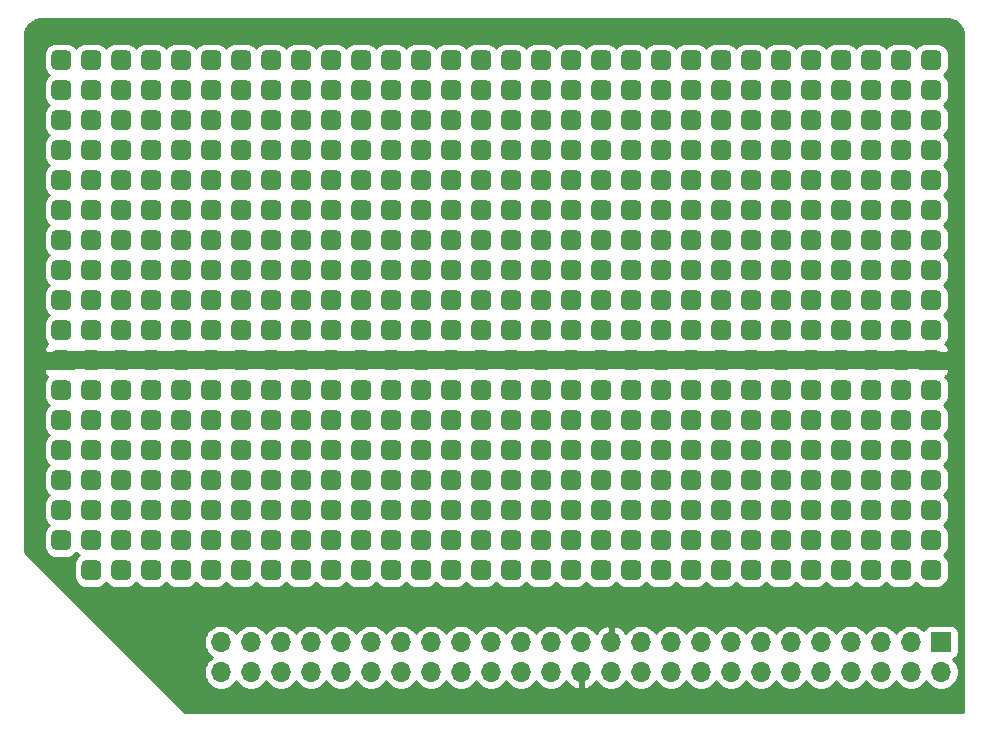
<source format=gbr>
%TF.GenerationSoftware,KiCad,Pcbnew,(5.1.10-1-10_14)*%
%TF.CreationDate,2021-10-31T20:24:47+01:00*%
%TF.ProjectId,planck_board,706c616e-636b-45f6-926f-6172642e6b69,rev?*%
%TF.SameCoordinates,Original*%
%TF.FileFunction,Copper,L2,Bot*%
%TF.FilePolarity,Positive*%
%FSLAX46Y46*%
G04 Gerber Fmt 4.6, Leading zero omitted, Abs format (unit mm)*
G04 Created by KiCad (PCBNEW (5.1.10-1-10_14)) date 2021-10-31 20:24:47*
%MOMM*%
%LPD*%
G01*
G04 APERTURE LIST*
%TA.AperFunction,ComponentPad*%
%ADD10O,1.700000X1.700000*%
%TD*%
%TA.AperFunction,ComponentPad*%
%ADD11R,1.700000X1.700000*%
%TD*%
%TA.AperFunction,Conductor*%
%ADD12C,1.500000*%
%TD*%
%TA.AperFunction,Conductor*%
%ADD13C,0.254000*%
%TD*%
%TA.AperFunction,Conductor*%
%ADD14C,0.100000*%
%TD*%
G04 APERTURE END LIST*
%TO.P,REF\u002A\u002A,*%
%TO.N,GND*%
%TA.AperFunction,ComponentPad*%
G36*
G01*
X76556500Y30055000D02*
X76556500Y30905000D01*
G75*
G02*
X76981500Y31330000I425000J0D01*
G01*
X77831500Y31330000D01*
G75*
G02*
X78256500Y30905000I0J-425000D01*
G01*
X78256500Y30055000D01*
G75*
G02*
X77831500Y29630000I-425000J0D01*
G01*
X76981500Y29630000D01*
G75*
G02*
X76556500Y30055000I0J425000D01*
G01*
G37*
%TD.AperFunction*%
%TD*%
%TO.P,REF\u002A\u002A,*%
%TO.N,GND*%
%TA.AperFunction,ComponentPad*%
G36*
G01*
X74016500Y30055000D02*
X74016500Y30905000D01*
G75*
G02*
X74441500Y31330000I425000J0D01*
G01*
X75291500Y31330000D01*
G75*
G02*
X75716500Y30905000I0J-425000D01*
G01*
X75716500Y30055000D01*
G75*
G02*
X75291500Y29630000I-425000J0D01*
G01*
X74441500Y29630000D01*
G75*
G02*
X74016500Y30055000I0J425000D01*
G01*
G37*
%TD.AperFunction*%
%TD*%
%TO.P,REF\u002A\u002A,*%
%TO.N,GND*%
%TA.AperFunction,ComponentPad*%
G36*
G01*
X71476500Y30055000D02*
X71476500Y30905000D01*
G75*
G02*
X71901500Y31330000I425000J0D01*
G01*
X72751500Y31330000D01*
G75*
G02*
X73176500Y30905000I0J-425000D01*
G01*
X73176500Y30055000D01*
G75*
G02*
X72751500Y29630000I-425000J0D01*
G01*
X71901500Y29630000D01*
G75*
G02*
X71476500Y30055000I0J425000D01*
G01*
G37*
%TD.AperFunction*%
%TD*%
%TO.P,REF\u002A\u002A,*%
%TO.N,GND*%
%TA.AperFunction,ComponentPad*%
G36*
G01*
X68936500Y30055000D02*
X68936500Y30905000D01*
G75*
G02*
X69361500Y31330000I425000J0D01*
G01*
X70211500Y31330000D01*
G75*
G02*
X70636500Y30905000I0J-425000D01*
G01*
X70636500Y30055000D01*
G75*
G02*
X70211500Y29630000I-425000J0D01*
G01*
X69361500Y29630000D01*
G75*
G02*
X68936500Y30055000I0J425000D01*
G01*
G37*
%TD.AperFunction*%
%TD*%
%TO.P,REF\u002A\u002A,*%
%TO.N,GND*%
%TA.AperFunction,ComponentPad*%
G36*
G01*
X66396500Y30055000D02*
X66396500Y30905000D01*
G75*
G02*
X66821500Y31330000I425000J0D01*
G01*
X67671500Y31330000D01*
G75*
G02*
X68096500Y30905000I0J-425000D01*
G01*
X68096500Y30055000D01*
G75*
G02*
X67671500Y29630000I-425000J0D01*
G01*
X66821500Y29630000D01*
G75*
G02*
X66396500Y30055000I0J425000D01*
G01*
G37*
%TD.AperFunction*%
%TD*%
%TO.P,REF\u002A\u002A,*%
%TO.N,GND*%
%TA.AperFunction,ComponentPad*%
G36*
G01*
X63856500Y30055000D02*
X63856500Y30905000D01*
G75*
G02*
X64281500Y31330000I425000J0D01*
G01*
X65131500Y31330000D01*
G75*
G02*
X65556500Y30905000I0J-425000D01*
G01*
X65556500Y30055000D01*
G75*
G02*
X65131500Y29630000I-425000J0D01*
G01*
X64281500Y29630000D01*
G75*
G02*
X63856500Y30055000I0J425000D01*
G01*
G37*
%TD.AperFunction*%
%TD*%
%TO.P,REF\u002A\u002A,*%
%TO.N,GND*%
%TA.AperFunction,ComponentPad*%
G36*
G01*
X61316500Y30055000D02*
X61316500Y30905000D01*
G75*
G02*
X61741500Y31330000I425000J0D01*
G01*
X62591500Y31330000D01*
G75*
G02*
X63016500Y30905000I0J-425000D01*
G01*
X63016500Y30055000D01*
G75*
G02*
X62591500Y29630000I-425000J0D01*
G01*
X61741500Y29630000D01*
G75*
G02*
X61316500Y30055000I0J425000D01*
G01*
G37*
%TD.AperFunction*%
%TD*%
%TO.P,REF\u002A\u002A,*%
%TO.N,GND*%
%TA.AperFunction,ComponentPad*%
G36*
G01*
X58776500Y30055000D02*
X58776500Y30905000D01*
G75*
G02*
X59201500Y31330000I425000J0D01*
G01*
X60051500Y31330000D01*
G75*
G02*
X60476500Y30905000I0J-425000D01*
G01*
X60476500Y30055000D01*
G75*
G02*
X60051500Y29630000I-425000J0D01*
G01*
X59201500Y29630000D01*
G75*
G02*
X58776500Y30055000I0J425000D01*
G01*
G37*
%TD.AperFunction*%
%TD*%
%TO.P,REF\u002A\u002A,*%
%TO.N,GND*%
%TA.AperFunction,ComponentPad*%
G36*
G01*
X56236500Y30055000D02*
X56236500Y30905000D01*
G75*
G02*
X56661500Y31330000I425000J0D01*
G01*
X57511500Y31330000D01*
G75*
G02*
X57936500Y30905000I0J-425000D01*
G01*
X57936500Y30055000D01*
G75*
G02*
X57511500Y29630000I-425000J0D01*
G01*
X56661500Y29630000D01*
G75*
G02*
X56236500Y30055000I0J425000D01*
G01*
G37*
%TD.AperFunction*%
%TD*%
%TO.P,REF\u002A\u002A,*%
%TO.N,GND*%
%TA.AperFunction,ComponentPad*%
G36*
G01*
X53696500Y30055000D02*
X53696500Y30905000D01*
G75*
G02*
X54121500Y31330000I425000J0D01*
G01*
X54971500Y31330000D01*
G75*
G02*
X55396500Y30905000I0J-425000D01*
G01*
X55396500Y30055000D01*
G75*
G02*
X54971500Y29630000I-425000J0D01*
G01*
X54121500Y29630000D01*
G75*
G02*
X53696500Y30055000I0J425000D01*
G01*
G37*
%TD.AperFunction*%
%TD*%
%TO.P,REF\u002A\u002A,*%
%TO.N,GND*%
%TA.AperFunction,ComponentPad*%
G36*
G01*
X51156500Y30055000D02*
X51156500Y30905000D01*
G75*
G02*
X51581500Y31330000I425000J0D01*
G01*
X52431500Y31330000D01*
G75*
G02*
X52856500Y30905000I0J-425000D01*
G01*
X52856500Y30055000D01*
G75*
G02*
X52431500Y29630000I-425000J0D01*
G01*
X51581500Y29630000D01*
G75*
G02*
X51156500Y30055000I0J425000D01*
G01*
G37*
%TD.AperFunction*%
%TD*%
%TO.P,REF\u002A\u002A,*%
%TO.N,GND*%
%TA.AperFunction,ComponentPad*%
G36*
G01*
X48616500Y30055000D02*
X48616500Y30905000D01*
G75*
G02*
X49041500Y31330000I425000J0D01*
G01*
X49891500Y31330000D01*
G75*
G02*
X50316500Y30905000I0J-425000D01*
G01*
X50316500Y30055000D01*
G75*
G02*
X49891500Y29630000I-425000J0D01*
G01*
X49041500Y29630000D01*
G75*
G02*
X48616500Y30055000I0J425000D01*
G01*
G37*
%TD.AperFunction*%
%TD*%
%TO.P,REF\u002A\u002A,*%
%TO.N,GND*%
%TA.AperFunction,ComponentPad*%
G36*
G01*
X46076500Y30055000D02*
X46076500Y30905000D01*
G75*
G02*
X46501500Y31330000I425000J0D01*
G01*
X47351500Y31330000D01*
G75*
G02*
X47776500Y30905000I0J-425000D01*
G01*
X47776500Y30055000D01*
G75*
G02*
X47351500Y29630000I-425000J0D01*
G01*
X46501500Y29630000D01*
G75*
G02*
X46076500Y30055000I0J425000D01*
G01*
G37*
%TD.AperFunction*%
%TD*%
%TO.P,REF\u002A\u002A,*%
%TO.N,GND*%
%TA.AperFunction,ComponentPad*%
G36*
G01*
X43536500Y30055000D02*
X43536500Y30905000D01*
G75*
G02*
X43961500Y31330000I425000J0D01*
G01*
X44811500Y31330000D01*
G75*
G02*
X45236500Y30905000I0J-425000D01*
G01*
X45236500Y30055000D01*
G75*
G02*
X44811500Y29630000I-425000J0D01*
G01*
X43961500Y29630000D01*
G75*
G02*
X43536500Y30055000I0J425000D01*
G01*
G37*
%TD.AperFunction*%
%TD*%
%TO.P,REF\u002A\u002A,*%
%TO.N,GND*%
%TA.AperFunction,ComponentPad*%
G36*
G01*
X40996500Y30055000D02*
X40996500Y30905000D01*
G75*
G02*
X41421500Y31330000I425000J0D01*
G01*
X42271500Y31330000D01*
G75*
G02*
X42696500Y30905000I0J-425000D01*
G01*
X42696500Y30055000D01*
G75*
G02*
X42271500Y29630000I-425000J0D01*
G01*
X41421500Y29630000D01*
G75*
G02*
X40996500Y30055000I0J425000D01*
G01*
G37*
%TD.AperFunction*%
%TD*%
%TO.P,REF\u002A\u002A,*%
%TO.N,GND*%
%TA.AperFunction,ComponentPad*%
G36*
G01*
X38456500Y30055000D02*
X38456500Y30905000D01*
G75*
G02*
X38881500Y31330000I425000J0D01*
G01*
X39731500Y31330000D01*
G75*
G02*
X40156500Y30905000I0J-425000D01*
G01*
X40156500Y30055000D01*
G75*
G02*
X39731500Y29630000I-425000J0D01*
G01*
X38881500Y29630000D01*
G75*
G02*
X38456500Y30055000I0J425000D01*
G01*
G37*
%TD.AperFunction*%
%TD*%
%TO.P,REF\u002A\u002A,*%
%TO.N,GND*%
%TA.AperFunction,ComponentPad*%
G36*
G01*
X35916500Y30055000D02*
X35916500Y30905000D01*
G75*
G02*
X36341500Y31330000I425000J0D01*
G01*
X37191500Y31330000D01*
G75*
G02*
X37616500Y30905000I0J-425000D01*
G01*
X37616500Y30055000D01*
G75*
G02*
X37191500Y29630000I-425000J0D01*
G01*
X36341500Y29630000D01*
G75*
G02*
X35916500Y30055000I0J425000D01*
G01*
G37*
%TD.AperFunction*%
%TD*%
%TO.P,REF\u002A\u002A,*%
%TO.N,GND*%
%TA.AperFunction,ComponentPad*%
G36*
G01*
X33376500Y30055000D02*
X33376500Y30905000D01*
G75*
G02*
X33801500Y31330000I425000J0D01*
G01*
X34651500Y31330000D01*
G75*
G02*
X35076500Y30905000I0J-425000D01*
G01*
X35076500Y30055000D01*
G75*
G02*
X34651500Y29630000I-425000J0D01*
G01*
X33801500Y29630000D01*
G75*
G02*
X33376500Y30055000I0J425000D01*
G01*
G37*
%TD.AperFunction*%
%TD*%
%TO.P,REF\u002A\u002A,*%
%TO.N,GND*%
%TA.AperFunction,ComponentPad*%
G36*
G01*
X30836500Y30055000D02*
X30836500Y30905000D01*
G75*
G02*
X31261500Y31330000I425000J0D01*
G01*
X32111500Y31330000D01*
G75*
G02*
X32536500Y30905000I0J-425000D01*
G01*
X32536500Y30055000D01*
G75*
G02*
X32111500Y29630000I-425000J0D01*
G01*
X31261500Y29630000D01*
G75*
G02*
X30836500Y30055000I0J425000D01*
G01*
G37*
%TD.AperFunction*%
%TD*%
%TO.P,REF\u002A\u002A,*%
%TO.N,GND*%
%TA.AperFunction,ComponentPad*%
G36*
G01*
X28296500Y30055000D02*
X28296500Y30905000D01*
G75*
G02*
X28721500Y31330000I425000J0D01*
G01*
X29571500Y31330000D01*
G75*
G02*
X29996500Y30905000I0J-425000D01*
G01*
X29996500Y30055000D01*
G75*
G02*
X29571500Y29630000I-425000J0D01*
G01*
X28721500Y29630000D01*
G75*
G02*
X28296500Y30055000I0J425000D01*
G01*
G37*
%TD.AperFunction*%
%TD*%
%TO.P,REF\u002A\u002A,*%
%TO.N,GND*%
%TA.AperFunction,ComponentPad*%
G36*
G01*
X25756500Y30055000D02*
X25756500Y30905000D01*
G75*
G02*
X26181500Y31330000I425000J0D01*
G01*
X27031500Y31330000D01*
G75*
G02*
X27456500Y30905000I0J-425000D01*
G01*
X27456500Y30055000D01*
G75*
G02*
X27031500Y29630000I-425000J0D01*
G01*
X26181500Y29630000D01*
G75*
G02*
X25756500Y30055000I0J425000D01*
G01*
G37*
%TD.AperFunction*%
%TD*%
%TO.P,REF\u002A\u002A,*%
%TO.N,GND*%
%TA.AperFunction,ComponentPad*%
G36*
G01*
X23216500Y30055000D02*
X23216500Y30905000D01*
G75*
G02*
X23641500Y31330000I425000J0D01*
G01*
X24491500Y31330000D01*
G75*
G02*
X24916500Y30905000I0J-425000D01*
G01*
X24916500Y30055000D01*
G75*
G02*
X24491500Y29630000I-425000J0D01*
G01*
X23641500Y29630000D01*
G75*
G02*
X23216500Y30055000I0J425000D01*
G01*
G37*
%TD.AperFunction*%
%TD*%
%TO.P,REF\u002A\u002A,*%
%TO.N,GND*%
%TA.AperFunction,ComponentPad*%
G36*
G01*
X20676500Y30055000D02*
X20676500Y30905000D01*
G75*
G02*
X21101500Y31330000I425000J0D01*
G01*
X21951500Y31330000D01*
G75*
G02*
X22376500Y30905000I0J-425000D01*
G01*
X22376500Y30055000D01*
G75*
G02*
X21951500Y29630000I-425000J0D01*
G01*
X21101500Y29630000D01*
G75*
G02*
X20676500Y30055000I0J425000D01*
G01*
G37*
%TD.AperFunction*%
%TD*%
%TO.P,REF\u002A\u002A,*%
%TO.N,GND*%
%TA.AperFunction,ComponentPad*%
G36*
G01*
X18136500Y30055000D02*
X18136500Y30905000D01*
G75*
G02*
X18561500Y31330000I425000J0D01*
G01*
X19411500Y31330000D01*
G75*
G02*
X19836500Y30905000I0J-425000D01*
G01*
X19836500Y30055000D01*
G75*
G02*
X19411500Y29630000I-425000J0D01*
G01*
X18561500Y29630000D01*
G75*
G02*
X18136500Y30055000I0J425000D01*
G01*
G37*
%TD.AperFunction*%
%TD*%
%TO.P,REF\u002A\u002A,*%
%TO.N,GND*%
%TA.AperFunction,ComponentPad*%
G36*
G01*
X15596500Y30055000D02*
X15596500Y30905000D01*
G75*
G02*
X16021500Y31330000I425000J0D01*
G01*
X16871500Y31330000D01*
G75*
G02*
X17296500Y30905000I0J-425000D01*
G01*
X17296500Y30055000D01*
G75*
G02*
X16871500Y29630000I-425000J0D01*
G01*
X16021500Y29630000D01*
G75*
G02*
X15596500Y30055000I0J425000D01*
G01*
G37*
%TD.AperFunction*%
%TD*%
%TO.P,REF\u002A\u002A,*%
%TO.N,GND*%
%TA.AperFunction,ComponentPad*%
G36*
G01*
X13056500Y30055000D02*
X13056500Y30905000D01*
G75*
G02*
X13481500Y31330000I425000J0D01*
G01*
X14331500Y31330000D01*
G75*
G02*
X14756500Y30905000I0J-425000D01*
G01*
X14756500Y30055000D01*
G75*
G02*
X14331500Y29630000I-425000J0D01*
G01*
X13481500Y29630000D01*
G75*
G02*
X13056500Y30055000I0J425000D01*
G01*
G37*
%TD.AperFunction*%
%TD*%
%TO.P,REF\u002A\u002A,*%
%TO.N,GND*%
%TA.AperFunction,ComponentPad*%
G36*
G01*
X10516500Y30055000D02*
X10516500Y30905000D01*
G75*
G02*
X10941500Y31330000I425000J0D01*
G01*
X11791500Y31330000D01*
G75*
G02*
X12216500Y30905000I0J-425000D01*
G01*
X12216500Y30055000D01*
G75*
G02*
X11791500Y29630000I-425000J0D01*
G01*
X10941500Y29630000D01*
G75*
G02*
X10516500Y30055000I0J425000D01*
G01*
G37*
%TD.AperFunction*%
%TD*%
%TO.P,REF\u002A\u002A,*%
%TO.N,GND*%
%TA.AperFunction,ComponentPad*%
G36*
G01*
X7976500Y30055000D02*
X7976500Y30905000D01*
G75*
G02*
X8401500Y31330000I425000J0D01*
G01*
X9251500Y31330000D01*
G75*
G02*
X9676500Y30905000I0J-425000D01*
G01*
X9676500Y30055000D01*
G75*
G02*
X9251500Y29630000I-425000J0D01*
G01*
X8401500Y29630000D01*
G75*
G02*
X7976500Y30055000I0J425000D01*
G01*
G37*
%TD.AperFunction*%
%TD*%
%TO.P,REF\u002A\u002A,*%
%TO.N,GND*%
%TA.AperFunction,ComponentPad*%
G36*
G01*
X5436500Y30055000D02*
X5436500Y30905000D01*
G75*
G02*
X5861500Y31330000I425000J0D01*
G01*
X6711500Y31330000D01*
G75*
G02*
X7136500Y30905000I0J-425000D01*
G01*
X7136500Y30055000D01*
G75*
G02*
X6711500Y29630000I-425000J0D01*
G01*
X5861500Y29630000D01*
G75*
G02*
X5436500Y30055000I0J425000D01*
G01*
G37*
%TD.AperFunction*%
%TD*%
%TO.P,REF\u002A\u002A,*%
%TO.N,+5V*%
%TA.AperFunction,ComponentPad*%
G36*
G01*
X76556500Y32595000D02*
X76556500Y33445000D01*
G75*
G02*
X76981500Y33870000I425000J0D01*
G01*
X77831500Y33870000D01*
G75*
G02*
X78256500Y33445000I0J-425000D01*
G01*
X78256500Y32595000D01*
G75*
G02*
X77831500Y32170000I-425000J0D01*
G01*
X76981500Y32170000D01*
G75*
G02*
X76556500Y32595000I0J425000D01*
G01*
G37*
%TD.AperFunction*%
%TD*%
%TO.P,REF\u002A\u002A,*%
%TO.N,+5V*%
%TA.AperFunction,ComponentPad*%
G36*
G01*
X74016500Y32595000D02*
X74016500Y33445000D01*
G75*
G02*
X74441500Y33870000I425000J0D01*
G01*
X75291500Y33870000D01*
G75*
G02*
X75716500Y33445000I0J-425000D01*
G01*
X75716500Y32595000D01*
G75*
G02*
X75291500Y32170000I-425000J0D01*
G01*
X74441500Y32170000D01*
G75*
G02*
X74016500Y32595000I0J425000D01*
G01*
G37*
%TD.AperFunction*%
%TD*%
%TO.P,REF\u002A\u002A,*%
%TO.N,+5V*%
%TA.AperFunction,ComponentPad*%
G36*
G01*
X71476500Y32595000D02*
X71476500Y33445000D01*
G75*
G02*
X71901500Y33870000I425000J0D01*
G01*
X72751500Y33870000D01*
G75*
G02*
X73176500Y33445000I0J-425000D01*
G01*
X73176500Y32595000D01*
G75*
G02*
X72751500Y32170000I-425000J0D01*
G01*
X71901500Y32170000D01*
G75*
G02*
X71476500Y32595000I0J425000D01*
G01*
G37*
%TD.AperFunction*%
%TD*%
%TO.P,REF\u002A\u002A,*%
%TO.N,+5V*%
%TA.AperFunction,ComponentPad*%
G36*
G01*
X68936500Y32595000D02*
X68936500Y33445000D01*
G75*
G02*
X69361500Y33870000I425000J0D01*
G01*
X70211500Y33870000D01*
G75*
G02*
X70636500Y33445000I0J-425000D01*
G01*
X70636500Y32595000D01*
G75*
G02*
X70211500Y32170000I-425000J0D01*
G01*
X69361500Y32170000D01*
G75*
G02*
X68936500Y32595000I0J425000D01*
G01*
G37*
%TD.AperFunction*%
%TD*%
%TO.P,REF\u002A\u002A,*%
%TO.N,+5V*%
%TA.AperFunction,ComponentPad*%
G36*
G01*
X66396500Y32595000D02*
X66396500Y33445000D01*
G75*
G02*
X66821500Y33870000I425000J0D01*
G01*
X67671500Y33870000D01*
G75*
G02*
X68096500Y33445000I0J-425000D01*
G01*
X68096500Y32595000D01*
G75*
G02*
X67671500Y32170000I-425000J0D01*
G01*
X66821500Y32170000D01*
G75*
G02*
X66396500Y32595000I0J425000D01*
G01*
G37*
%TD.AperFunction*%
%TD*%
%TO.P,REF\u002A\u002A,*%
%TO.N,+5V*%
%TA.AperFunction,ComponentPad*%
G36*
G01*
X63856500Y32595000D02*
X63856500Y33445000D01*
G75*
G02*
X64281500Y33870000I425000J0D01*
G01*
X65131500Y33870000D01*
G75*
G02*
X65556500Y33445000I0J-425000D01*
G01*
X65556500Y32595000D01*
G75*
G02*
X65131500Y32170000I-425000J0D01*
G01*
X64281500Y32170000D01*
G75*
G02*
X63856500Y32595000I0J425000D01*
G01*
G37*
%TD.AperFunction*%
%TD*%
%TO.P,REF\u002A\u002A,*%
%TO.N,+5V*%
%TA.AperFunction,ComponentPad*%
G36*
G01*
X61316500Y32595000D02*
X61316500Y33445000D01*
G75*
G02*
X61741500Y33870000I425000J0D01*
G01*
X62591500Y33870000D01*
G75*
G02*
X63016500Y33445000I0J-425000D01*
G01*
X63016500Y32595000D01*
G75*
G02*
X62591500Y32170000I-425000J0D01*
G01*
X61741500Y32170000D01*
G75*
G02*
X61316500Y32595000I0J425000D01*
G01*
G37*
%TD.AperFunction*%
%TD*%
%TO.P,REF\u002A\u002A,*%
%TO.N,+5V*%
%TA.AperFunction,ComponentPad*%
G36*
G01*
X58776500Y32595000D02*
X58776500Y33445000D01*
G75*
G02*
X59201500Y33870000I425000J0D01*
G01*
X60051500Y33870000D01*
G75*
G02*
X60476500Y33445000I0J-425000D01*
G01*
X60476500Y32595000D01*
G75*
G02*
X60051500Y32170000I-425000J0D01*
G01*
X59201500Y32170000D01*
G75*
G02*
X58776500Y32595000I0J425000D01*
G01*
G37*
%TD.AperFunction*%
%TD*%
%TO.P,REF\u002A\u002A,*%
%TO.N,+5V*%
%TA.AperFunction,ComponentPad*%
G36*
G01*
X56236500Y32595000D02*
X56236500Y33445000D01*
G75*
G02*
X56661500Y33870000I425000J0D01*
G01*
X57511500Y33870000D01*
G75*
G02*
X57936500Y33445000I0J-425000D01*
G01*
X57936500Y32595000D01*
G75*
G02*
X57511500Y32170000I-425000J0D01*
G01*
X56661500Y32170000D01*
G75*
G02*
X56236500Y32595000I0J425000D01*
G01*
G37*
%TD.AperFunction*%
%TD*%
%TO.P,REF\u002A\u002A,*%
%TO.N,+5V*%
%TA.AperFunction,ComponentPad*%
G36*
G01*
X53696500Y32595000D02*
X53696500Y33445000D01*
G75*
G02*
X54121500Y33870000I425000J0D01*
G01*
X54971500Y33870000D01*
G75*
G02*
X55396500Y33445000I0J-425000D01*
G01*
X55396500Y32595000D01*
G75*
G02*
X54971500Y32170000I-425000J0D01*
G01*
X54121500Y32170000D01*
G75*
G02*
X53696500Y32595000I0J425000D01*
G01*
G37*
%TD.AperFunction*%
%TD*%
%TO.P,REF\u002A\u002A,*%
%TO.N,+5V*%
%TA.AperFunction,ComponentPad*%
G36*
G01*
X51156500Y32595000D02*
X51156500Y33445000D01*
G75*
G02*
X51581500Y33870000I425000J0D01*
G01*
X52431500Y33870000D01*
G75*
G02*
X52856500Y33445000I0J-425000D01*
G01*
X52856500Y32595000D01*
G75*
G02*
X52431500Y32170000I-425000J0D01*
G01*
X51581500Y32170000D01*
G75*
G02*
X51156500Y32595000I0J425000D01*
G01*
G37*
%TD.AperFunction*%
%TD*%
%TO.P,REF\u002A\u002A,*%
%TO.N,+5V*%
%TA.AperFunction,ComponentPad*%
G36*
G01*
X48616500Y32595000D02*
X48616500Y33445000D01*
G75*
G02*
X49041500Y33870000I425000J0D01*
G01*
X49891500Y33870000D01*
G75*
G02*
X50316500Y33445000I0J-425000D01*
G01*
X50316500Y32595000D01*
G75*
G02*
X49891500Y32170000I-425000J0D01*
G01*
X49041500Y32170000D01*
G75*
G02*
X48616500Y32595000I0J425000D01*
G01*
G37*
%TD.AperFunction*%
%TD*%
%TO.P,REF\u002A\u002A,*%
%TO.N,+5V*%
%TA.AperFunction,ComponentPad*%
G36*
G01*
X46076500Y32595000D02*
X46076500Y33445000D01*
G75*
G02*
X46501500Y33870000I425000J0D01*
G01*
X47351500Y33870000D01*
G75*
G02*
X47776500Y33445000I0J-425000D01*
G01*
X47776500Y32595000D01*
G75*
G02*
X47351500Y32170000I-425000J0D01*
G01*
X46501500Y32170000D01*
G75*
G02*
X46076500Y32595000I0J425000D01*
G01*
G37*
%TD.AperFunction*%
%TD*%
%TO.P,REF\u002A\u002A,*%
%TO.N,+5V*%
%TA.AperFunction,ComponentPad*%
G36*
G01*
X43536500Y32595000D02*
X43536500Y33445000D01*
G75*
G02*
X43961500Y33870000I425000J0D01*
G01*
X44811500Y33870000D01*
G75*
G02*
X45236500Y33445000I0J-425000D01*
G01*
X45236500Y32595000D01*
G75*
G02*
X44811500Y32170000I-425000J0D01*
G01*
X43961500Y32170000D01*
G75*
G02*
X43536500Y32595000I0J425000D01*
G01*
G37*
%TD.AperFunction*%
%TD*%
%TO.P,REF\u002A\u002A,*%
%TO.N,+5V*%
%TA.AperFunction,ComponentPad*%
G36*
G01*
X40996500Y32595000D02*
X40996500Y33445000D01*
G75*
G02*
X41421500Y33870000I425000J0D01*
G01*
X42271500Y33870000D01*
G75*
G02*
X42696500Y33445000I0J-425000D01*
G01*
X42696500Y32595000D01*
G75*
G02*
X42271500Y32170000I-425000J0D01*
G01*
X41421500Y32170000D01*
G75*
G02*
X40996500Y32595000I0J425000D01*
G01*
G37*
%TD.AperFunction*%
%TD*%
%TO.P,REF\u002A\u002A,*%
%TO.N,+5V*%
%TA.AperFunction,ComponentPad*%
G36*
G01*
X38456500Y32595000D02*
X38456500Y33445000D01*
G75*
G02*
X38881500Y33870000I425000J0D01*
G01*
X39731500Y33870000D01*
G75*
G02*
X40156500Y33445000I0J-425000D01*
G01*
X40156500Y32595000D01*
G75*
G02*
X39731500Y32170000I-425000J0D01*
G01*
X38881500Y32170000D01*
G75*
G02*
X38456500Y32595000I0J425000D01*
G01*
G37*
%TD.AperFunction*%
%TD*%
%TO.P,REF\u002A\u002A,*%
%TO.N,+5V*%
%TA.AperFunction,ComponentPad*%
G36*
G01*
X35916500Y32595000D02*
X35916500Y33445000D01*
G75*
G02*
X36341500Y33870000I425000J0D01*
G01*
X37191500Y33870000D01*
G75*
G02*
X37616500Y33445000I0J-425000D01*
G01*
X37616500Y32595000D01*
G75*
G02*
X37191500Y32170000I-425000J0D01*
G01*
X36341500Y32170000D01*
G75*
G02*
X35916500Y32595000I0J425000D01*
G01*
G37*
%TD.AperFunction*%
%TD*%
%TO.P,REF\u002A\u002A,*%
%TO.N,+5V*%
%TA.AperFunction,ComponentPad*%
G36*
G01*
X33376500Y32595000D02*
X33376500Y33445000D01*
G75*
G02*
X33801500Y33870000I425000J0D01*
G01*
X34651500Y33870000D01*
G75*
G02*
X35076500Y33445000I0J-425000D01*
G01*
X35076500Y32595000D01*
G75*
G02*
X34651500Y32170000I-425000J0D01*
G01*
X33801500Y32170000D01*
G75*
G02*
X33376500Y32595000I0J425000D01*
G01*
G37*
%TD.AperFunction*%
%TD*%
%TO.P,REF\u002A\u002A,*%
%TO.N,+5V*%
%TA.AperFunction,ComponentPad*%
G36*
G01*
X30836500Y32595000D02*
X30836500Y33445000D01*
G75*
G02*
X31261500Y33870000I425000J0D01*
G01*
X32111500Y33870000D01*
G75*
G02*
X32536500Y33445000I0J-425000D01*
G01*
X32536500Y32595000D01*
G75*
G02*
X32111500Y32170000I-425000J0D01*
G01*
X31261500Y32170000D01*
G75*
G02*
X30836500Y32595000I0J425000D01*
G01*
G37*
%TD.AperFunction*%
%TD*%
%TO.P,REF\u002A\u002A,*%
%TO.N,+5V*%
%TA.AperFunction,ComponentPad*%
G36*
G01*
X28296500Y32595000D02*
X28296500Y33445000D01*
G75*
G02*
X28721500Y33870000I425000J0D01*
G01*
X29571500Y33870000D01*
G75*
G02*
X29996500Y33445000I0J-425000D01*
G01*
X29996500Y32595000D01*
G75*
G02*
X29571500Y32170000I-425000J0D01*
G01*
X28721500Y32170000D01*
G75*
G02*
X28296500Y32595000I0J425000D01*
G01*
G37*
%TD.AperFunction*%
%TD*%
%TO.P,REF\u002A\u002A,*%
%TO.N,+5V*%
%TA.AperFunction,ComponentPad*%
G36*
G01*
X25756500Y32595000D02*
X25756500Y33445000D01*
G75*
G02*
X26181500Y33870000I425000J0D01*
G01*
X27031500Y33870000D01*
G75*
G02*
X27456500Y33445000I0J-425000D01*
G01*
X27456500Y32595000D01*
G75*
G02*
X27031500Y32170000I-425000J0D01*
G01*
X26181500Y32170000D01*
G75*
G02*
X25756500Y32595000I0J425000D01*
G01*
G37*
%TD.AperFunction*%
%TD*%
%TO.P,REF\u002A\u002A,*%
%TO.N,+5V*%
%TA.AperFunction,ComponentPad*%
G36*
G01*
X23216500Y32595000D02*
X23216500Y33445000D01*
G75*
G02*
X23641500Y33870000I425000J0D01*
G01*
X24491500Y33870000D01*
G75*
G02*
X24916500Y33445000I0J-425000D01*
G01*
X24916500Y32595000D01*
G75*
G02*
X24491500Y32170000I-425000J0D01*
G01*
X23641500Y32170000D01*
G75*
G02*
X23216500Y32595000I0J425000D01*
G01*
G37*
%TD.AperFunction*%
%TD*%
%TO.P,REF\u002A\u002A,*%
%TO.N,+5V*%
%TA.AperFunction,ComponentPad*%
G36*
G01*
X20676500Y32595000D02*
X20676500Y33445000D01*
G75*
G02*
X21101500Y33870000I425000J0D01*
G01*
X21951500Y33870000D01*
G75*
G02*
X22376500Y33445000I0J-425000D01*
G01*
X22376500Y32595000D01*
G75*
G02*
X21951500Y32170000I-425000J0D01*
G01*
X21101500Y32170000D01*
G75*
G02*
X20676500Y32595000I0J425000D01*
G01*
G37*
%TD.AperFunction*%
%TD*%
%TO.P,REF\u002A\u002A,*%
%TO.N,+5V*%
%TA.AperFunction,ComponentPad*%
G36*
G01*
X18136500Y32595000D02*
X18136500Y33445000D01*
G75*
G02*
X18561500Y33870000I425000J0D01*
G01*
X19411500Y33870000D01*
G75*
G02*
X19836500Y33445000I0J-425000D01*
G01*
X19836500Y32595000D01*
G75*
G02*
X19411500Y32170000I-425000J0D01*
G01*
X18561500Y32170000D01*
G75*
G02*
X18136500Y32595000I0J425000D01*
G01*
G37*
%TD.AperFunction*%
%TD*%
%TO.P,REF\u002A\u002A,*%
%TO.N,+5V*%
%TA.AperFunction,ComponentPad*%
G36*
G01*
X15596500Y32595000D02*
X15596500Y33445000D01*
G75*
G02*
X16021500Y33870000I425000J0D01*
G01*
X16871500Y33870000D01*
G75*
G02*
X17296500Y33445000I0J-425000D01*
G01*
X17296500Y32595000D01*
G75*
G02*
X16871500Y32170000I-425000J0D01*
G01*
X16021500Y32170000D01*
G75*
G02*
X15596500Y32595000I0J425000D01*
G01*
G37*
%TD.AperFunction*%
%TD*%
%TO.P,REF\u002A\u002A,*%
%TO.N,+5V*%
%TA.AperFunction,ComponentPad*%
G36*
G01*
X13056500Y32595000D02*
X13056500Y33445000D01*
G75*
G02*
X13481500Y33870000I425000J0D01*
G01*
X14331500Y33870000D01*
G75*
G02*
X14756500Y33445000I0J-425000D01*
G01*
X14756500Y32595000D01*
G75*
G02*
X14331500Y32170000I-425000J0D01*
G01*
X13481500Y32170000D01*
G75*
G02*
X13056500Y32595000I0J425000D01*
G01*
G37*
%TD.AperFunction*%
%TD*%
%TO.P,REF\u002A\u002A,*%
%TO.N,+5V*%
%TA.AperFunction,ComponentPad*%
G36*
G01*
X10516500Y32595000D02*
X10516500Y33445000D01*
G75*
G02*
X10941500Y33870000I425000J0D01*
G01*
X11791500Y33870000D01*
G75*
G02*
X12216500Y33445000I0J-425000D01*
G01*
X12216500Y32595000D01*
G75*
G02*
X11791500Y32170000I-425000J0D01*
G01*
X10941500Y32170000D01*
G75*
G02*
X10516500Y32595000I0J425000D01*
G01*
G37*
%TD.AperFunction*%
%TD*%
%TO.P,REF\u002A\u002A,*%
%TO.N,+5V*%
%TA.AperFunction,ComponentPad*%
G36*
G01*
X7976500Y32595000D02*
X7976500Y33445000D01*
G75*
G02*
X8401500Y33870000I425000J0D01*
G01*
X9251500Y33870000D01*
G75*
G02*
X9676500Y33445000I0J-425000D01*
G01*
X9676500Y32595000D01*
G75*
G02*
X9251500Y32170000I-425000J0D01*
G01*
X8401500Y32170000D01*
G75*
G02*
X7976500Y32595000I0J425000D01*
G01*
G37*
%TD.AperFunction*%
%TD*%
%TO.P,REF\u002A\u002A,*%
%TO.N,+5V*%
%TA.AperFunction,ComponentPad*%
G36*
G01*
X5436500Y32595000D02*
X5436500Y33445000D01*
G75*
G02*
X5861500Y33870000I425000J0D01*
G01*
X6711500Y33870000D01*
G75*
G02*
X7136500Y33445000I0J-425000D01*
G01*
X7136500Y32595000D01*
G75*
G02*
X6711500Y32170000I-425000J0D01*
G01*
X5861500Y32170000D01*
G75*
G02*
X5436500Y32595000I0J425000D01*
G01*
G37*
%TD.AperFunction*%
%TD*%
%TO.P,REF\u002A\u002A,*%
%TO.N,*%
%TA.AperFunction,ComponentPad*%
G36*
G01*
X76556500Y12275000D02*
X76556500Y13125000D01*
G75*
G02*
X76981500Y13550000I425000J0D01*
G01*
X77831500Y13550000D01*
G75*
G02*
X78256500Y13125000I0J-425000D01*
G01*
X78256500Y12275000D01*
G75*
G02*
X77831500Y11850000I-425000J0D01*
G01*
X76981500Y11850000D01*
G75*
G02*
X76556500Y12275000I0J425000D01*
G01*
G37*
%TD.AperFunction*%
%TD*%
%TO.P,REF\u002A\u002A,*%
%TO.N,*%
%TA.AperFunction,ComponentPad*%
G36*
G01*
X74016500Y12275000D02*
X74016500Y13125000D01*
G75*
G02*
X74441500Y13550000I425000J0D01*
G01*
X75291500Y13550000D01*
G75*
G02*
X75716500Y13125000I0J-425000D01*
G01*
X75716500Y12275000D01*
G75*
G02*
X75291500Y11850000I-425000J0D01*
G01*
X74441500Y11850000D01*
G75*
G02*
X74016500Y12275000I0J425000D01*
G01*
G37*
%TD.AperFunction*%
%TD*%
%TO.P,REF\u002A\u002A,*%
%TO.N,*%
%TA.AperFunction,ComponentPad*%
G36*
G01*
X71476500Y12275000D02*
X71476500Y13125000D01*
G75*
G02*
X71901500Y13550000I425000J0D01*
G01*
X72751500Y13550000D01*
G75*
G02*
X73176500Y13125000I0J-425000D01*
G01*
X73176500Y12275000D01*
G75*
G02*
X72751500Y11850000I-425000J0D01*
G01*
X71901500Y11850000D01*
G75*
G02*
X71476500Y12275000I0J425000D01*
G01*
G37*
%TD.AperFunction*%
%TD*%
%TO.P,REF\u002A\u002A,*%
%TO.N,*%
%TA.AperFunction,ComponentPad*%
G36*
G01*
X68936500Y12275000D02*
X68936500Y13125000D01*
G75*
G02*
X69361500Y13550000I425000J0D01*
G01*
X70211500Y13550000D01*
G75*
G02*
X70636500Y13125000I0J-425000D01*
G01*
X70636500Y12275000D01*
G75*
G02*
X70211500Y11850000I-425000J0D01*
G01*
X69361500Y11850000D01*
G75*
G02*
X68936500Y12275000I0J425000D01*
G01*
G37*
%TD.AperFunction*%
%TD*%
%TO.P,REF\u002A\u002A,*%
%TO.N,*%
%TA.AperFunction,ComponentPad*%
G36*
G01*
X66396500Y12275000D02*
X66396500Y13125000D01*
G75*
G02*
X66821500Y13550000I425000J0D01*
G01*
X67671500Y13550000D01*
G75*
G02*
X68096500Y13125000I0J-425000D01*
G01*
X68096500Y12275000D01*
G75*
G02*
X67671500Y11850000I-425000J0D01*
G01*
X66821500Y11850000D01*
G75*
G02*
X66396500Y12275000I0J425000D01*
G01*
G37*
%TD.AperFunction*%
%TD*%
%TO.P,REF\u002A\u002A,*%
%TO.N,*%
%TA.AperFunction,ComponentPad*%
G36*
G01*
X63856500Y12275000D02*
X63856500Y13125000D01*
G75*
G02*
X64281500Y13550000I425000J0D01*
G01*
X65131500Y13550000D01*
G75*
G02*
X65556500Y13125000I0J-425000D01*
G01*
X65556500Y12275000D01*
G75*
G02*
X65131500Y11850000I-425000J0D01*
G01*
X64281500Y11850000D01*
G75*
G02*
X63856500Y12275000I0J425000D01*
G01*
G37*
%TD.AperFunction*%
%TD*%
%TO.P,REF\u002A\u002A,*%
%TO.N,*%
%TA.AperFunction,ComponentPad*%
G36*
G01*
X61316500Y12275000D02*
X61316500Y13125000D01*
G75*
G02*
X61741500Y13550000I425000J0D01*
G01*
X62591500Y13550000D01*
G75*
G02*
X63016500Y13125000I0J-425000D01*
G01*
X63016500Y12275000D01*
G75*
G02*
X62591500Y11850000I-425000J0D01*
G01*
X61741500Y11850000D01*
G75*
G02*
X61316500Y12275000I0J425000D01*
G01*
G37*
%TD.AperFunction*%
%TD*%
%TO.P,REF\u002A\u002A,*%
%TO.N,*%
%TA.AperFunction,ComponentPad*%
G36*
G01*
X58776500Y12275000D02*
X58776500Y13125000D01*
G75*
G02*
X59201500Y13550000I425000J0D01*
G01*
X60051500Y13550000D01*
G75*
G02*
X60476500Y13125000I0J-425000D01*
G01*
X60476500Y12275000D01*
G75*
G02*
X60051500Y11850000I-425000J0D01*
G01*
X59201500Y11850000D01*
G75*
G02*
X58776500Y12275000I0J425000D01*
G01*
G37*
%TD.AperFunction*%
%TD*%
%TO.P,REF\u002A\u002A,*%
%TO.N,*%
%TA.AperFunction,ComponentPad*%
G36*
G01*
X56236500Y12275000D02*
X56236500Y13125000D01*
G75*
G02*
X56661500Y13550000I425000J0D01*
G01*
X57511500Y13550000D01*
G75*
G02*
X57936500Y13125000I0J-425000D01*
G01*
X57936500Y12275000D01*
G75*
G02*
X57511500Y11850000I-425000J0D01*
G01*
X56661500Y11850000D01*
G75*
G02*
X56236500Y12275000I0J425000D01*
G01*
G37*
%TD.AperFunction*%
%TD*%
%TO.P,REF\u002A\u002A,*%
%TO.N,*%
%TA.AperFunction,ComponentPad*%
G36*
G01*
X53696500Y12275000D02*
X53696500Y13125000D01*
G75*
G02*
X54121500Y13550000I425000J0D01*
G01*
X54971500Y13550000D01*
G75*
G02*
X55396500Y13125000I0J-425000D01*
G01*
X55396500Y12275000D01*
G75*
G02*
X54971500Y11850000I-425000J0D01*
G01*
X54121500Y11850000D01*
G75*
G02*
X53696500Y12275000I0J425000D01*
G01*
G37*
%TD.AperFunction*%
%TD*%
%TO.P,REF\u002A\u002A,*%
%TO.N,*%
%TA.AperFunction,ComponentPad*%
G36*
G01*
X51156500Y12275000D02*
X51156500Y13125000D01*
G75*
G02*
X51581500Y13550000I425000J0D01*
G01*
X52431500Y13550000D01*
G75*
G02*
X52856500Y13125000I0J-425000D01*
G01*
X52856500Y12275000D01*
G75*
G02*
X52431500Y11850000I-425000J0D01*
G01*
X51581500Y11850000D01*
G75*
G02*
X51156500Y12275000I0J425000D01*
G01*
G37*
%TD.AperFunction*%
%TD*%
%TO.P,REF\u002A\u002A,*%
%TO.N,*%
%TA.AperFunction,ComponentPad*%
G36*
G01*
X48616500Y12275000D02*
X48616500Y13125000D01*
G75*
G02*
X49041500Y13550000I425000J0D01*
G01*
X49891500Y13550000D01*
G75*
G02*
X50316500Y13125000I0J-425000D01*
G01*
X50316500Y12275000D01*
G75*
G02*
X49891500Y11850000I-425000J0D01*
G01*
X49041500Y11850000D01*
G75*
G02*
X48616500Y12275000I0J425000D01*
G01*
G37*
%TD.AperFunction*%
%TD*%
%TO.P,REF\u002A\u002A,*%
%TO.N,*%
%TA.AperFunction,ComponentPad*%
G36*
G01*
X46076500Y12275000D02*
X46076500Y13125000D01*
G75*
G02*
X46501500Y13550000I425000J0D01*
G01*
X47351500Y13550000D01*
G75*
G02*
X47776500Y13125000I0J-425000D01*
G01*
X47776500Y12275000D01*
G75*
G02*
X47351500Y11850000I-425000J0D01*
G01*
X46501500Y11850000D01*
G75*
G02*
X46076500Y12275000I0J425000D01*
G01*
G37*
%TD.AperFunction*%
%TD*%
%TO.P,REF\u002A\u002A,*%
%TO.N,*%
%TA.AperFunction,ComponentPad*%
G36*
G01*
X43536500Y12275000D02*
X43536500Y13125000D01*
G75*
G02*
X43961500Y13550000I425000J0D01*
G01*
X44811500Y13550000D01*
G75*
G02*
X45236500Y13125000I0J-425000D01*
G01*
X45236500Y12275000D01*
G75*
G02*
X44811500Y11850000I-425000J0D01*
G01*
X43961500Y11850000D01*
G75*
G02*
X43536500Y12275000I0J425000D01*
G01*
G37*
%TD.AperFunction*%
%TD*%
%TO.P,REF\u002A\u002A,*%
%TO.N,*%
%TA.AperFunction,ComponentPad*%
G36*
G01*
X40996500Y12275000D02*
X40996500Y13125000D01*
G75*
G02*
X41421500Y13550000I425000J0D01*
G01*
X42271500Y13550000D01*
G75*
G02*
X42696500Y13125000I0J-425000D01*
G01*
X42696500Y12275000D01*
G75*
G02*
X42271500Y11850000I-425000J0D01*
G01*
X41421500Y11850000D01*
G75*
G02*
X40996500Y12275000I0J425000D01*
G01*
G37*
%TD.AperFunction*%
%TD*%
%TO.P,REF\u002A\u002A,*%
%TO.N,*%
%TA.AperFunction,ComponentPad*%
G36*
G01*
X38456500Y12275000D02*
X38456500Y13125000D01*
G75*
G02*
X38881500Y13550000I425000J0D01*
G01*
X39731500Y13550000D01*
G75*
G02*
X40156500Y13125000I0J-425000D01*
G01*
X40156500Y12275000D01*
G75*
G02*
X39731500Y11850000I-425000J0D01*
G01*
X38881500Y11850000D01*
G75*
G02*
X38456500Y12275000I0J425000D01*
G01*
G37*
%TD.AperFunction*%
%TD*%
%TO.P,REF\u002A\u002A,*%
%TO.N,*%
%TA.AperFunction,ComponentPad*%
G36*
G01*
X35916500Y12275000D02*
X35916500Y13125000D01*
G75*
G02*
X36341500Y13550000I425000J0D01*
G01*
X37191500Y13550000D01*
G75*
G02*
X37616500Y13125000I0J-425000D01*
G01*
X37616500Y12275000D01*
G75*
G02*
X37191500Y11850000I-425000J0D01*
G01*
X36341500Y11850000D01*
G75*
G02*
X35916500Y12275000I0J425000D01*
G01*
G37*
%TD.AperFunction*%
%TD*%
%TO.P,REF\u002A\u002A,*%
%TO.N,*%
%TA.AperFunction,ComponentPad*%
G36*
G01*
X33376500Y12275000D02*
X33376500Y13125000D01*
G75*
G02*
X33801500Y13550000I425000J0D01*
G01*
X34651500Y13550000D01*
G75*
G02*
X35076500Y13125000I0J-425000D01*
G01*
X35076500Y12275000D01*
G75*
G02*
X34651500Y11850000I-425000J0D01*
G01*
X33801500Y11850000D01*
G75*
G02*
X33376500Y12275000I0J425000D01*
G01*
G37*
%TD.AperFunction*%
%TD*%
%TO.P,REF\u002A\u002A,*%
%TO.N,*%
%TA.AperFunction,ComponentPad*%
G36*
G01*
X30836500Y12275000D02*
X30836500Y13125000D01*
G75*
G02*
X31261500Y13550000I425000J0D01*
G01*
X32111500Y13550000D01*
G75*
G02*
X32536500Y13125000I0J-425000D01*
G01*
X32536500Y12275000D01*
G75*
G02*
X32111500Y11850000I-425000J0D01*
G01*
X31261500Y11850000D01*
G75*
G02*
X30836500Y12275000I0J425000D01*
G01*
G37*
%TD.AperFunction*%
%TD*%
%TO.P,REF\u002A\u002A,*%
%TO.N,*%
%TA.AperFunction,ComponentPad*%
G36*
G01*
X28296500Y12275000D02*
X28296500Y13125000D01*
G75*
G02*
X28721500Y13550000I425000J0D01*
G01*
X29571500Y13550000D01*
G75*
G02*
X29996500Y13125000I0J-425000D01*
G01*
X29996500Y12275000D01*
G75*
G02*
X29571500Y11850000I-425000J0D01*
G01*
X28721500Y11850000D01*
G75*
G02*
X28296500Y12275000I0J425000D01*
G01*
G37*
%TD.AperFunction*%
%TD*%
%TO.P,REF\u002A\u002A,*%
%TO.N,*%
%TA.AperFunction,ComponentPad*%
G36*
G01*
X25756500Y12275000D02*
X25756500Y13125000D01*
G75*
G02*
X26181500Y13550000I425000J0D01*
G01*
X27031500Y13550000D01*
G75*
G02*
X27456500Y13125000I0J-425000D01*
G01*
X27456500Y12275000D01*
G75*
G02*
X27031500Y11850000I-425000J0D01*
G01*
X26181500Y11850000D01*
G75*
G02*
X25756500Y12275000I0J425000D01*
G01*
G37*
%TD.AperFunction*%
%TD*%
%TO.P,REF\u002A\u002A,*%
%TO.N,*%
%TA.AperFunction,ComponentPad*%
G36*
G01*
X23216500Y12275000D02*
X23216500Y13125000D01*
G75*
G02*
X23641500Y13550000I425000J0D01*
G01*
X24491500Y13550000D01*
G75*
G02*
X24916500Y13125000I0J-425000D01*
G01*
X24916500Y12275000D01*
G75*
G02*
X24491500Y11850000I-425000J0D01*
G01*
X23641500Y11850000D01*
G75*
G02*
X23216500Y12275000I0J425000D01*
G01*
G37*
%TD.AperFunction*%
%TD*%
%TO.P,REF\u002A\u002A,*%
%TO.N,*%
%TA.AperFunction,ComponentPad*%
G36*
G01*
X20676500Y12275000D02*
X20676500Y13125000D01*
G75*
G02*
X21101500Y13550000I425000J0D01*
G01*
X21951500Y13550000D01*
G75*
G02*
X22376500Y13125000I0J-425000D01*
G01*
X22376500Y12275000D01*
G75*
G02*
X21951500Y11850000I-425000J0D01*
G01*
X21101500Y11850000D01*
G75*
G02*
X20676500Y12275000I0J425000D01*
G01*
G37*
%TD.AperFunction*%
%TD*%
%TO.P,REF\u002A\u002A,*%
%TO.N,*%
%TA.AperFunction,ComponentPad*%
G36*
G01*
X18136500Y12275000D02*
X18136500Y13125000D01*
G75*
G02*
X18561500Y13550000I425000J0D01*
G01*
X19411500Y13550000D01*
G75*
G02*
X19836500Y13125000I0J-425000D01*
G01*
X19836500Y12275000D01*
G75*
G02*
X19411500Y11850000I-425000J0D01*
G01*
X18561500Y11850000D01*
G75*
G02*
X18136500Y12275000I0J425000D01*
G01*
G37*
%TD.AperFunction*%
%TD*%
%TO.P,REF\u002A\u002A,*%
%TO.N,*%
%TA.AperFunction,ComponentPad*%
G36*
G01*
X15596500Y12275000D02*
X15596500Y13125000D01*
G75*
G02*
X16021500Y13550000I425000J0D01*
G01*
X16871500Y13550000D01*
G75*
G02*
X17296500Y13125000I0J-425000D01*
G01*
X17296500Y12275000D01*
G75*
G02*
X16871500Y11850000I-425000J0D01*
G01*
X16021500Y11850000D01*
G75*
G02*
X15596500Y12275000I0J425000D01*
G01*
G37*
%TD.AperFunction*%
%TD*%
%TO.P,REF\u002A\u002A,*%
%TO.N,*%
%TA.AperFunction,ComponentPad*%
G36*
G01*
X13056500Y12275000D02*
X13056500Y13125000D01*
G75*
G02*
X13481500Y13550000I425000J0D01*
G01*
X14331500Y13550000D01*
G75*
G02*
X14756500Y13125000I0J-425000D01*
G01*
X14756500Y12275000D01*
G75*
G02*
X14331500Y11850000I-425000J0D01*
G01*
X13481500Y11850000D01*
G75*
G02*
X13056500Y12275000I0J425000D01*
G01*
G37*
%TD.AperFunction*%
%TD*%
%TO.P,REF\u002A\u002A,*%
%TO.N,*%
%TA.AperFunction,ComponentPad*%
G36*
G01*
X10516500Y12275000D02*
X10516500Y13125000D01*
G75*
G02*
X10941500Y13550000I425000J0D01*
G01*
X11791500Y13550000D01*
G75*
G02*
X12216500Y13125000I0J-425000D01*
G01*
X12216500Y12275000D01*
G75*
G02*
X11791500Y11850000I-425000J0D01*
G01*
X10941500Y11850000D01*
G75*
G02*
X10516500Y12275000I0J425000D01*
G01*
G37*
%TD.AperFunction*%
%TD*%
%TO.P,REF\u002A\u002A,*%
%TO.N,*%
%TA.AperFunction,ComponentPad*%
G36*
G01*
X7976500Y12275000D02*
X7976500Y13125000D01*
G75*
G02*
X8401500Y13550000I425000J0D01*
G01*
X9251500Y13550000D01*
G75*
G02*
X9676500Y13125000I0J-425000D01*
G01*
X9676500Y12275000D01*
G75*
G02*
X9251500Y11850000I-425000J0D01*
G01*
X8401500Y11850000D01*
G75*
G02*
X7976500Y12275000I0J425000D01*
G01*
G37*
%TD.AperFunction*%
%TD*%
%TO.P,REF\u002A\u002A,*%
%TO.N,*%
%TA.AperFunction,ComponentPad*%
G36*
G01*
X5436500Y12275000D02*
X5436500Y13125000D01*
G75*
G02*
X5861500Y13550000I425000J0D01*
G01*
X6711500Y13550000D01*
G75*
G02*
X7136500Y13125000I0J-425000D01*
G01*
X7136500Y12275000D01*
G75*
G02*
X6711500Y11850000I-425000J0D01*
G01*
X5861500Y11850000D01*
G75*
G02*
X5436500Y12275000I0J425000D01*
G01*
G37*
%TD.AperFunction*%
%TD*%
%TO.P,REF\u002A\u002A,*%
%TO.N,*%
%TA.AperFunction,ComponentPad*%
G36*
G01*
X76556500Y14815000D02*
X76556500Y15665000D01*
G75*
G02*
X76981500Y16090000I425000J0D01*
G01*
X77831500Y16090000D01*
G75*
G02*
X78256500Y15665000I0J-425000D01*
G01*
X78256500Y14815000D01*
G75*
G02*
X77831500Y14390000I-425000J0D01*
G01*
X76981500Y14390000D01*
G75*
G02*
X76556500Y14815000I0J425000D01*
G01*
G37*
%TD.AperFunction*%
%TD*%
%TO.P,REF\u002A\u002A,*%
%TO.N,*%
%TA.AperFunction,ComponentPad*%
G36*
G01*
X74016500Y14815000D02*
X74016500Y15665000D01*
G75*
G02*
X74441500Y16090000I425000J0D01*
G01*
X75291500Y16090000D01*
G75*
G02*
X75716500Y15665000I0J-425000D01*
G01*
X75716500Y14815000D01*
G75*
G02*
X75291500Y14390000I-425000J0D01*
G01*
X74441500Y14390000D01*
G75*
G02*
X74016500Y14815000I0J425000D01*
G01*
G37*
%TD.AperFunction*%
%TD*%
%TO.P,REF\u002A\u002A,*%
%TO.N,*%
%TA.AperFunction,ComponentPad*%
G36*
G01*
X71476500Y14815000D02*
X71476500Y15665000D01*
G75*
G02*
X71901500Y16090000I425000J0D01*
G01*
X72751500Y16090000D01*
G75*
G02*
X73176500Y15665000I0J-425000D01*
G01*
X73176500Y14815000D01*
G75*
G02*
X72751500Y14390000I-425000J0D01*
G01*
X71901500Y14390000D01*
G75*
G02*
X71476500Y14815000I0J425000D01*
G01*
G37*
%TD.AperFunction*%
%TD*%
%TO.P,REF\u002A\u002A,*%
%TO.N,*%
%TA.AperFunction,ComponentPad*%
G36*
G01*
X68936500Y14815000D02*
X68936500Y15665000D01*
G75*
G02*
X69361500Y16090000I425000J0D01*
G01*
X70211500Y16090000D01*
G75*
G02*
X70636500Y15665000I0J-425000D01*
G01*
X70636500Y14815000D01*
G75*
G02*
X70211500Y14390000I-425000J0D01*
G01*
X69361500Y14390000D01*
G75*
G02*
X68936500Y14815000I0J425000D01*
G01*
G37*
%TD.AperFunction*%
%TD*%
%TO.P,REF\u002A\u002A,*%
%TO.N,*%
%TA.AperFunction,ComponentPad*%
G36*
G01*
X66396500Y14815000D02*
X66396500Y15665000D01*
G75*
G02*
X66821500Y16090000I425000J0D01*
G01*
X67671500Y16090000D01*
G75*
G02*
X68096500Y15665000I0J-425000D01*
G01*
X68096500Y14815000D01*
G75*
G02*
X67671500Y14390000I-425000J0D01*
G01*
X66821500Y14390000D01*
G75*
G02*
X66396500Y14815000I0J425000D01*
G01*
G37*
%TD.AperFunction*%
%TD*%
%TO.P,REF\u002A\u002A,*%
%TO.N,*%
%TA.AperFunction,ComponentPad*%
G36*
G01*
X63856500Y14815000D02*
X63856500Y15665000D01*
G75*
G02*
X64281500Y16090000I425000J0D01*
G01*
X65131500Y16090000D01*
G75*
G02*
X65556500Y15665000I0J-425000D01*
G01*
X65556500Y14815000D01*
G75*
G02*
X65131500Y14390000I-425000J0D01*
G01*
X64281500Y14390000D01*
G75*
G02*
X63856500Y14815000I0J425000D01*
G01*
G37*
%TD.AperFunction*%
%TD*%
%TO.P,REF\u002A\u002A,*%
%TO.N,*%
%TA.AperFunction,ComponentPad*%
G36*
G01*
X61316500Y14815000D02*
X61316500Y15665000D01*
G75*
G02*
X61741500Y16090000I425000J0D01*
G01*
X62591500Y16090000D01*
G75*
G02*
X63016500Y15665000I0J-425000D01*
G01*
X63016500Y14815000D01*
G75*
G02*
X62591500Y14390000I-425000J0D01*
G01*
X61741500Y14390000D01*
G75*
G02*
X61316500Y14815000I0J425000D01*
G01*
G37*
%TD.AperFunction*%
%TD*%
%TO.P,REF\u002A\u002A,*%
%TO.N,*%
%TA.AperFunction,ComponentPad*%
G36*
G01*
X58776500Y14815000D02*
X58776500Y15665000D01*
G75*
G02*
X59201500Y16090000I425000J0D01*
G01*
X60051500Y16090000D01*
G75*
G02*
X60476500Y15665000I0J-425000D01*
G01*
X60476500Y14815000D01*
G75*
G02*
X60051500Y14390000I-425000J0D01*
G01*
X59201500Y14390000D01*
G75*
G02*
X58776500Y14815000I0J425000D01*
G01*
G37*
%TD.AperFunction*%
%TD*%
%TO.P,REF\u002A\u002A,*%
%TO.N,*%
%TA.AperFunction,ComponentPad*%
G36*
G01*
X56236500Y14815000D02*
X56236500Y15665000D01*
G75*
G02*
X56661500Y16090000I425000J0D01*
G01*
X57511500Y16090000D01*
G75*
G02*
X57936500Y15665000I0J-425000D01*
G01*
X57936500Y14815000D01*
G75*
G02*
X57511500Y14390000I-425000J0D01*
G01*
X56661500Y14390000D01*
G75*
G02*
X56236500Y14815000I0J425000D01*
G01*
G37*
%TD.AperFunction*%
%TD*%
%TO.P,REF\u002A\u002A,*%
%TO.N,*%
%TA.AperFunction,ComponentPad*%
G36*
G01*
X53696500Y14815000D02*
X53696500Y15665000D01*
G75*
G02*
X54121500Y16090000I425000J0D01*
G01*
X54971500Y16090000D01*
G75*
G02*
X55396500Y15665000I0J-425000D01*
G01*
X55396500Y14815000D01*
G75*
G02*
X54971500Y14390000I-425000J0D01*
G01*
X54121500Y14390000D01*
G75*
G02*
X53696500Y14815000I0J425000D01*
G01*
G37*
%TD.AperFunction*%
%TD*%
%TO.P,REF\u002A\u002A,*%
%TO.N,*%
%TA.AperFunction,ComponentPad*%
G36*
G01*
X51156500Y14815000D02*
X51156500Y15665000D01*
G75*
G02*
X51581500Y16090000I425000J0D01*
G01*
X52431500Y16090000D01*
G75*
G02*
X52856500Y15665000I0J-425000D01*
G01*
X52856500Y14815000D01*
G75*
G02*
X52431500Y14390000I-425000J0D01*
G01*
X51581500Y14390000D01*
G75*
G02*
X51156500Y14815000I0J425000D01*
G01*
G37*
%TD.AperFunction*%
%TD*%
%TO.P,REF\u002A\u002A,*%
%TO.N,*%
%TA.AperFunction,ComponentPad*%
G36*
G01*
X48616500Y14815000D02*
X48616500Y15665000D01*
G75*
G02*
X49041500Y16090000I425000J0D01*
G01*
X49891500Y16090000D01*
G75*
G02*
X50316500Y15665000I0J-425000D01*
G01*
X50316500Y14815000D01*
G75*
G02*
X49891500Y14390000I-425000J0D01*
G01*
X49041500Y14390000D01*
G75*
G02*
X48616500Y14815000I0J425000D01*
G01*
G37*
%TD.AperFunction*%
%TD*%
%TO.P,REF\u002A\u002A,*%
%TO.N,*%
%TA.AperFunction,ComponentPad*%
G36*
G01*
X46076500Y14815000D02*
X46076500Y15665000D01*
G75*
G02*
X46501500Y16090000I425000J0D01*
G01*
X47351500Y16090000D01*
G75*
G02*
X47776500Y15665000I0J-425000D01*
G01*
X47776500Y14815000D01*
G75*
G02*
X47351500Y14390000I-425000J0D01*
G01*
X46501500Y14390000D01*
G75*
G02*
X46076500Y14815000I0J425000D01*
G01*
G37*
%TD.AperFunction*%
%TD*%
%TO.P,REF\u002A\u002A,*%
%TO.N,*%
%TA.AperFunction,ComponentPad*%
G36*
G01*
X43536500Y14815000D02*
X43536500Y15665000D01*
G75*
G02*
X43961500Y16090000I425000J0D01*
G01*
X44811500Y16090000D01*
G75*
G02*
X45236500Y15665000I0J-425000D01*
G01*
X45236500Y14815000D01*
G75*
G02*
X44811500Y14390000I-425000J0D01*
G01*
X43961500Y14390000D01*
G75*
G02*
X43536500Y14815000I0J425000D01*
G01*
G37*
%TD.AperFunction*%
%TD*%
%TO.P,REF\u002A\u002A,*%
%TO.N,*%
%TA.AperFunction,ComponentPad*%
G36*
G01*
X40996500Y14815000D02*
X40996500Y15665000D01*
G75*
G02*
X41421500Y16090000I425000J0D01*
G01*
X42271500Y16090000D01*
G75*
G02*
X42696500Y15665000I0J-425000D01*
G01*
X42696500Y14815000D01*
G75*
G02*
X42271500Y14390000I-425000J0D01*
G01*
X41421500Y14390000D01*
G75*
G02*
X40996500Y14815000I0J425000D01*
G01*
G37*
%TD.AperFunction*%
%TD*%
%TO.P,REF\u002A\u002A,*%
%TO.N,*%
%TA.AperFunction,ComponentPad*%
G36*
G01*
X38456500Y14815000D02*
X38456500Y15665000D01*
G75*
G02*
X38881500Y16090000I425000J0D01*
G01*
X39731500Y16090000D01*
G75*
G02*
X40156500Y15665000I0J-425000D01*
G01*
X40156500Y14815000D01*
G75*
G02*
X39731500Y14390000I-425000J0D01*
G01*
X38881500Y14390000D01*
G75*
G02*
X38456500Y14815000I0J425000D01*
G01*
G37*
%TD.AperFunction*%
%TD*%
%TO.P,REF\u002A\u002A,*%
%TO.N,*%
%TA.AperFunction,ComponentPad*%
G36*
G01*
X35916500Y14815000D02*
X35916500Y15665000D01*
G75*
G02*
X36341500Y16090000I425000J0D01*
G01*
X37191500Y16090000D01*
G75*
G02*
X37616500Y15665000I0J-425000D01*
G01*
X37616500Y14815000D01*
G75*
G02*
X37191500Y14390000I-425000J0D01*
G01*
X36341500Y14390000D01*
G75*
G02*
X35916500Y14815000I0J425000D01*
G01*
G37*
%TD.AperFunction*%
%TD*%
%TO.P,REF\u002A\u002A,*%
%TO.N,*%
%TA.AperFunction,ComponentPad*%
G36*
G01*
X33376500Y14815000D02*
X33376500Y15665000D01*
G75*
G02*
X33801500Y16090000I425000J0D01*
G01*
X34651500Y16090000D01*
G75*
G02*
X35076500Y15665000I0J-425000D01*
G01*
X35076500Y14815000D01*
G75*
G02*
X34651500Y14390000I-425000J0D01*
G01*
X33801500Y14390000D01*
G75*
G02*
X33376500Y14815000I0J425000D01*
G01*
G37*
%TD.AperFunction*%
%TD*%
%TO.P,REF\u002A\u002A,*%
%TO.N,*%
%TA.AperFunction,ComponentPad*%
G36*
G01*
X30836500Y14815000D02*
X30836500Y15665000D01*
G75*
G02*
X31261500Y16090000I425000J0D01*
G01*
X32111500Y16090000D01*
G75*
G02*
X32536500Y15665000I0J-425000D01*
G01*
X32536500Y14815000D01*
G75*
G02*
X32111500Y14390000I-425000J0D01*
G01*
X31261500Y14390000D01*
G75*
G02*
X30836500Y14815000I0J425000D01*
G01*
G37*
%TD.AperFunction*%
%TD*%
%TO.P,REF\u002A\u002A,*%
%TO.N,*%
%TA.AperFunction,ComponentPad*%
G36*
G01*
X28296500Y14815000D02*
X28296500Y15665000D01*
G75*
G02*
X28721500Y16090000I425000J0D01*
G01*
X29571500Y16090000D01*
G75*
G02*
X29996500Y15665000I0J-425000D01*
G01*
X29996500Y14815000D01*
G75*
G02*
X29571500Y14390000I-425000J0D01*
G01*
X28721500Y14390000D01*
G75*
G02*
X28296500Y14815000I0J425000D01*
G01*
G37*
%TD.AperFunction*%
%TD*%
%TO.P,REF\u002A\u002A,*%
%TO.N,*%
%TA.AperFunction,ComponentPad*%
G36*
G01*
X25756500Y14815000D02*
X25756500Y15665000D01*
G75*
G02*
X26181500Y16090000I425000J0D01*
G01*
X27031500Y16090000D01*
G75*
G02*
X27456500Y15665000I0J-425000D01*
G01*
X27456500Y14815000D01*
G75*
G02*
X27031500Y14390000I-425000J0D01*
G01*
X26181500Y14390000D01*
G75*
G02*
X25756500Y14815000I0J425000D01*
G01*
G37*
%TD.AperFunction*%
%TD*%
%TO.P,REF\u002A\u002A,*%
%TO.N,*%
%TA.AperFunction,ComponentPad*%
G36*
G01*
X23216500Y14815000D02*
X23216500Y15665000D01*
G75*
G02*
X23641500Y16090000I425000J0D01*
G01*
X24491500Y16090000D01*
G75*
G02*
X24916500Y15665000I0J-425000D01*
G01*
X24916500Y14815000D01*
G75*
G02*
X24491500Y14390000I-425000J0D01*
G01*
X23641500Y14390000D01*
G75*
G02*
X23216500Y14815000I0J425000D01*
G01*
G37*
%TD.AperFunction*%
%TD*%
%TO.P,REF\u002A\u002A,*%
%TO.N,*%
%TA.AperFunction,ComponentPad*%
G36*
G01*
X20676500Y14815000D02*
X20676500Y15665000D01*
G75*
G02*
X21101500Y16090000I425000J0D01*
G01*
X21951500Y16090000D01*
G75*
G02*
X22376500Y15665000I0J-425000D01*
G01*
X22376500Y14815000D01*
G75*
G02*
X21951500Y14390000I-425000J0D01*
G01*
X21101500Y14390000D01*
G75*
G02*
X20676500Y14815000I0J425000D01*
G01*
G37*
%TD.AperFunction*%
%TD*%
%TO.P,REF\u002A\u002A,*%
%TO.N,*%
%TA.AperFunction,ComponentPad*%
G36*
G01*
X18136500Y14815000D02*
X18136500Y15665000D01*
G75*
G02*
X18561500Y16090000I425000J0D01*
G01*
X19411500Y16090000D01*
G75*
G02*
X19836500Y15665000I0J-425000D01*
G01*
X19836500Y14815000D01*
G75*
G02*
X19411500Y14390000I-425000J0D01*
G01*
X18561500Y14390000D01*
G75*
G02*
X18136500Y14815000I0J425000D01*
G01*
G37*
%TD.AperFunction*%
%TD*%
%TO.P,REF\u002A\u002A,*%
%TO.N,*%
%TA.AperFunction,ComponentPad*%
G36*
G01*
X15596500Y14815000D02*
X15596500Y15665000D01*
G75*
G02*
X16021500Y16090000I425000J0D01*
G01*
X16871500Y16090000D01*
G75*
G02*
X17296500Y15665000I0J-425000D01*
G01*
X17296500Y14815000D01*
G75*
G02*
X16871500Y14390000I-425000J0D01*
G01*
X16021500Y14390000D01*
G75*
G02*
X15596500Y14815000I0J425000D01*
G01*
G37*
%TD.AperFunction*%
%TD*%
%TO.P,REF\u002A\u002A,*%
%TO.N,*%
%TA.AperFunction,ComponentPad*%
G36*
G01*
X13056500Y14815000D02*
X13056500Y15665000D01*
G75*
G02*
X13481500Y16090000I425000J0D01*
G01*
X14331500Y16090000D01*
G75*
G02*
X14756500Y15665000I0J-425000D01*
G01*
X14756500Y14815000D01*
G75*
G02*
X14331500Y14390000I-425000J0D01*
G01*
X13481500Y14390000D01*
G75*
G02*
X13056500Y14815000I0J425000D01*
G01*
G37*
%TD.AperFunction*%
%TD*%
%TO.P,REF\u002A\u002A,*%
%TO.N,*%
%TA.AperFunction,ComponentPad*%
G36*
G01*
X10516500Y14815000D02*
X10516500Y15665000D01*
G75*
G02*
X10941500Y16090000I425000J0D01*
G01*
X11791500Y16090000D01*
G75*
G02*
X12216500Y15665000I0J-425000D01*
G01*
X12216500Y14815000D01*
G75*
G02*
X11791500Y14390000I-425000J0D01*
G01*
X10941500Y14390000D01*
G75*
G02*
X10516500Y14815000I0J425000D01*
G01*
G37*
%TD.AperFunction*%
%TD*%
%TO.P,REF\u002A\u002A,*%
%TO.N,*%
%TA.AperFunction,ComponentPad*%
G36*
G01*
X7976500Y14815000D02*
X7976500Y15665000D01*
G75*
G02*
X8401500Y16090000I425000J0D01*
G01*
X9251500Y16090000D01*
G75*
G02*
X9676500Y15665000I0J-425000D01*
G01*
X9676500Y14815000D01*
G75*
G02*
X9251500Y14390000I-425000J0D01*
G01*
X8401500Y14390000D01*
G75*
G02*
X7976500Y14815000I0J425000D01*
G01*
G37*
%TD.AperFunction*%
%TD*%
%TO.P,REF\u002A\u002A,*%
%TO.N,*%
%TA.AperFunction,ComponentPad*%
G36*
G01*
X5436500Y14815000D02*
X5436500Y15665000D01*
G75*
G02*
X5861500Y16090000I425000J0D01*
G01*
X6711500Y16090000D01*
G75*
G02*
X7136500Y15665000I0J-425000D01*
G01*
X7136500Y14815000D01*
G75*
G02*
X6711500Y14390000I-425000J0D01*
G01*
X5861500Y14390000D01*
G75*
G02*
X5436500Y14815000I0J425000D01*
G01*
G37*
%TD.AperFunction*%
%TD*%
%TO.P,REF\u002A\u002A,*%
%TO.N,*%
%TA.AperFunction,ComponentPad*%
G36*
G01*
X2896500Y14815000D02*
X2896500Y15665000D01*
G75*
G02*
X3321500Y16090000I425000J0D01*
G01*
X4171500Y16090000D01*
G75*
G02*
X4596500Y15665000I0J-425000D01*
G01*
X4596500Y14815000D01*
G75*
G02*
X4171500Y14390000I-425000J0D01*
G01*
X3321500Y14390000D01*
G75*
G02*
X2896500Y14815000I0J425000D01*
G01*
G37*
%TD.AperFunction*%
%TD*%
%TO.P,REF\u002A\u002A,*%
%TO.N,*%
%TA.AperFunction,ComponentPad*%
G36*
G01*
X76556500Y17355000D02*
X76556500Y18205000D01*
G75*
G02*
X76981500Y18630000I425000J0D01*
G01*
X77831500Y18630000D01*
G75*
G02*
X78256500Y18205000I0J-425000D01*
G01*
X78256500Y17355000D01*
G75*
G02*
X77831500Y16930000I-425000J0D01*
G01*
X76981500Y16930000D01*
G75*
G02*
X76556500Y17355000I0J425000D01*
G01*
G37*
%TD.AperFunction*%
%TD*%
%TO.P,REF\u002A\u002A,*%
%TO.N,*%
%TA.AperFunction,ComponentPad*%
G36*
G01*
X74016500Y17355000D02*
X74016500Y18205000D01*
G75*
G02*
X74441500Y18630000I425000J0D01*
G01*
X75291500Y18630000D01*
G75*
G02*
X75716500Y18205000I0J-425000D01*
G01*
X75716500Y17355000D01*
G75*
G02*
X75291500Y16930000I-425000J0D01*
G01*
X74441500Y16930000D01*
G75*
G02*
X74016500Y17355000I0J425000D01*
G01*
G37*
%TD.AperFunction*%
%TD*%
%TO.P,REF\u002A\u002A,*%
%TO.N,*%
%TA.AperFunction,ComponentPad*%
G36*
G01*
X71476500Y17355000D02*
X71476500Y18205000D01*
G75*
G02*
X71901500Y18630000I425000J0D01*
G01*
X72751500Y18630000D01*
G75*
G02*
X73176500Y18205000I0J-425000D01*
G01*
X73176500Y17355000D01*
G75*
G02*
X72751500Y16930000I-425000J0D01*
G01*
X71901500Y16930000D01*
G75*
G02*
X71476500Y17355000I0J425000D01*
G01*
G37*
%TD.AperFunction*%
%TD*%
%TO.P,REF\u002A\u002A,*%
%TO.N,*%
%TA.AperFunction,ComponentPad*%
G36*
G01*
X68936500Y17355000D02*
X68936500Y18205000D01*
G75*
G02*
X69361500Y18630000I425000J0D01*
G01*
X70211500Y18630000D01*
G75*
G02*
X70636500Y18205000I0J-425000D01*
G01*
X70636500Y17355000D01*
G75*
G02*
X70211500Y16930000I-425000J0D01*
G01*
X69361500Y16930000D01*
G75*
G02*
X68936500Y17355000I0J425000D01*
G01*
G37*
%TD.AperFunction*%
%TD*%
%TO.P,REF\u002A\u002A,*%
%TO.N,*%
%TA.AperFunction,ComponentPad*%
G36*
G01*
X66396500Y17355000D02*
X66396500Y18205000D01*
G75*
G02*
X66821500Y18630000I425000J0D01*
G01*
X67671500Y18630000D01*
G75*
G02*
X68096500Y18205000I0J-425000D01*
G01*
X68096500Y17355000D01*
G75*
G02*
X67671500Y16930000I-425000J0D01*
G01*
X66821500Y16930000D01*
G75*
G02*
X66396500Y17355000I0J425000D01*
G01*
G37*
%TD.AperFunction*%
%TD*%
%TO.P,REF\u002A\u002A,*%
%TO.N,*%
%TA.AperFunction,ComponentPad*%
G36*
G01*
X63856500Y17355000D02*
X63856500Y18205000D01*
G75*
G02*
X64281500Y18630000I425000J0D01*
G01*
X65131500Y18630000D01*
G75*
G02*
X65556500Y18205000I0J-425000D01*
G01*
X65556500Y17355000D01*
G75*
G02*
X65131500Y16930000I-425000J0D01*
G01*
X64281500Y16930000D01*
G75*
G02*
X63856500Y17355000I0J425000D01*
G01*
G37*
%TD.AperFunction*%
%TD*%
%TO.P,REF\u002A\u002A,*%
%TO.N,*%
%TA.AperFunction,ComponentPad*%
G36*
G01*
X61316500Y17355000D02*
X61316500Y18205000D01*
G75*
G02*
X61741500Y18630000I425000J0D01*
G01*
X62591500Y18630000D01*
G75*
G02*
X63016500Y18205000I0J-425000D01*
G01*
X63016500Y17355000D01*
G75*
G02*
X62591500Y16930000I-425000J0D01*
G01*
X61741500Y16930000D01*
G75*
G02*
X61316500Y17355000I0J425000D01*
G01*
G37*
%TD.AperFunction*%
%TD*%
%TO.P,REF\u002A\u002A,*%
%TO.N,*%
%TA.AperFunction,ComponentPad*%
G36*
G01*
X58776500Y17355000D02*
X58776500Y18205000D01*
G75*
G02*
X59201500Y18630000I425000J0D01*
G01*
X60051500Y18630000D01*
G75*
G02*
X60476500Y18205000I0J-425000D01*
G01*
X60476500Y17355000D01*
G75*
G02*
X60051500Y16930000I-425000J0D01*
G01*
X59201500Y16930000D01*
G75*
G02*
X58776500Y17355000I0J425000D01*
G01*
G37*
%TD.AperFunction*%
%TD*%
%TO.P,REF\u002A\u002A,*%
%TO.N,*%
%TA.AperFunction,ComponentPad*%
G36*
G01*
X56236500Y17355000D02*
X56236500Y18205000D01*
G75*
G02*
X56661500Y18630000I425000J0D01*
G01*
X57511500Y18630000D01*
G75*
G02*
X57936500Y18205000I0J-425000D01*
G01*
X57936500Y17355000D01*
G75*
G02*
X57511500Y16930000I-425000J0D01*
G01*
X56661500Y16930000D01*
G75*
G02*
X56236500Y17355000I0J425000D01*
G01*
G37*
%TD.AperFunction*%
%TD*%
%TO.P,REF\u002A\u002A,*%
%TO.N,*%
%TA.AperFunction,ComponentPad*%
G36*
G01*
X53696500Y17355000D02*
X53696500Y18205000D01*
G75*
G02*
X54121500Y18630000I425000J0D01*
G01*
X54971500Y18630000D01*
G75*
G02*
X55396500Y18205000I0J-425000D01*
G01*
X55396500Y17355000D01*
G75*
G02*
X54971500Y16930000I-425000J0D01*
G01*
X54121500Y16930000D01*
G75*
G02*
X53696500Y17355000I0J425000D01*
G01*
G37*
%TD.AperFunction*%
%TD*%
%TO.P,REF\u002A\u002A,*%
%TO.N,*%
%TA.AperFunction,ComponentPad*%
G36*
G01*
X51156500Y17355000D02*
X51156500Y18205000D01*
G75*
G02*
X51581500Y18630000I425000J0D01*
G01*
X52431500Y18630000D01*
G75*
G02*
X52856500Y18205000I0J-425000D01*
G01*
X52856500Y17355000D01*
G75*
G02*
X52431500Y16930000I-425000J0D01*
G01*
X51581500Y16930000D01*
G75*
G02*
X51156500Y17355000I0J425000D01*
G01*
G37*
%TD.AperFunction*%
%TD*%
%TO.P,REF\u002A\u002A,*%
%TO.N,*%
%TA.AperFunction,ComponentPad*%
G36*
G01*
X48616500Y17355000D02*
X48616500Y18205000D01*
G75*
G02*
X49041500Y18630000I425000J0D01*
G01*
X49891500Y18630000D01*
G75*
G02*
X50316500Y18205000I0J-425000D01*
G01*
X50316500Y17355000D01*
G75*
G02*
X49891500Y16930000I-425000J0D01*
G01*
X49041500Y16930000D01*
G75*
G02*
X48616500Y17355000I0J425000D01*
G01*
G37*
%TD.AperFunction*%
%TD*%
%TO.P,REF\u002A\u002A,*%
%TO.N,*%
%TA.AperFunction,ComponentPad*%
G36*
G01*
X46076500Y17355000D02*
X46076500Y18205000D01*
G75*
G02*
X46501500Y18630000I425000J0D01*
G01*
X47351500Y18630000D01*
G75*
G02*
X47776500Y18205000I0J-425000D01*
G01*
X47776500Y17355000D01*
G75*
G02*
X47351500Y16930000I-425000J0D01*
G01*
X46501500Y16930000D01*
G75*
G02*
X46076500Y17355000I0J425000D01*
G01*
G37*
%TD.AperFunction*%
%TD*%
%TO.P,REF\u002A\u002A,*%
%TO.N,*%
%TA.AperFunction,ComponentPad*%
G36*
G01*
X43536500Y17355000D02*
X43536500Y18205000D01*
G75*
G02*
X43961500Y18630000I425000J0D01*
G01*
X44811500Y18630000D01*
G75*
G02*
X45236500Y18205000I0J-425000D01*
G01*
X45236500Y17355000D01*
G75*
G02*
X44811500Y16930000I-425000J0D01*
G01*
X43961500Y16930000D01*
G75*
G02*
X43536500Y17355000I0J425000D01*
G01*
G37*
%TD.AperFunction*%
%TD*%
%TO.P,REF\u002A\u002A,*%
%TO.N,*%
%TA.AperFunction,ComponentPad*%
G36*
G01*
X40996500Y17355000D02*
X40996500Y18205000D01*
G75*
G02*
X41421500Y18630000I425000J0D01*
G01*
X42271500Y18630000D01*
G75*
G02*
X42696500Y18205000I0J-425000D01*
G01*
X42696500Y17355000D01*
G75*
G02*
X42271500Y16930000I-425000J0D01*
G01*
X41421500Y16930000D01*
G75*
G02*
X40996500Y17355000I0J425000D01*
G01*
G37*
%TD.AperFunction*%
%TD*%
%TO.P,REF\u002A\u002A,*%
%TO.N,*%
%TA.AperFunction,ComponentPad*%
G36*
G01*
X38456500Y17355000D02*
X38456500Y18205000D01*
G75*
G02*
X38881500Y18630000I425000J0D01*
G01*
X39731500Y18630000D01*
G75*
G02*
X40156500Y18205000I0J-425000D01*
G01*
X40156500Y17355000D01*
G75*
G02*
X39731500Y16930000I-425000J0D01*
G01*
X38881500Y16930000D01*
G75*
G02*
X38456500Y17355000I0J425000D01*
G01*
G37*
%TD.AperFunction*%
%TD*%
%TO.P,REF\u002A\u002A,*%
%TO.N,*%
%TA.AperFunction,ComponentPad*%
G36*
G01*
X35916500Y17355000D02*
X35916500Y18205000D01*
G75*
G02*
X36341500Y18630000I425000J0D01*
G01*
X37191500Y18630000D01*
G75*
G02*
X37616500Y18205000I0J-425000D01*
G01*
X37616500Y17355000D01*
G75*
G02*
X37191500Y16930000I-425000J0D01*
G01*
X36341500Y16930000D01*
G75*
G02*
X35916500Y17355000I0J425000D01*
G01*
G37*
%TD.AperFunction*%
%TD*%
%TO.P,REF\u002A\u002A,*%
%TO.N,*%
%TA.AperFunction,ComponentPad*%
G36*
G01*
X33376500Y17355000D02*
X33376500Y18205000D01*
G75*
G02*
X33801500Y18630000I425000J0D01*
G01*
X34651500Y18630000D01*
G75*
G02*
X35076500Y18205000I0J-425000D01*
G01*
X35076500Y17355000D01*
G75*
G02*
X34651500Y16930000I-425000J0D01*
G01*
X33801500Y16930000D01*
G75*
G02*
X33376500Y17355000I0J425000D01*
G01*
G37*
%TD.AperFunction*%
%TD*%
%TO.P,REF\u002A\u002A,*%
%TO.N,*%
%TA.AperFunction,ComponentPad*%
G36*
G01*
X30836500Y17355000D02*
X30836500Y18205000D01*
G75*
G02*
X31261500Y18630000I425000J0D01*
G01*
X32111500Y18630000D01*
G75*
G02*
X32536500Y18205000I0J-425000D01*
G01*
X32536500Y17355000D01*
G75*
G02*
X32111500Y16930000I-425000J0D01*
G01*
X31261500Y16930000D01*
G75*
G02*
X30836500Y17355000I0J425000D01*
G01*
G37*
%TD.AperFunction*%
%TD*%
%TO.P,REF\u002A\u002A,*%
%TO.N,*%
%TA.AperFunction,ComponentPad*%
G36*
G01*
X28296500Y17355000D02*
X28296500Y18205000D01*
G75*
G02*
X28721500Y18630000I425000J0D01*
G01*
X29571500Y18630000D01*
G75*
G02*
X29996500Y18205000I0J-425000D01*
G01*
X29996500Y17355000D01*
G75*
G02*
X29571500Y16930000I-425000J0D01*
G01*
X28721500Y16930000D01*
G75*
G02*
X28296500Y17355000I0J425000D01*
G01*
G37*
%TD.AperFunction*%
%TD*%
%TO.P,REF\u002A\u002A,*%
%TO.N,*%
%TA.AperFunction,ComponentPad*%
G36*
G01*
X25756500Y17355000D02*
X25756500Y18205000D01*
G75*
G02*
X26181500Y18630000I425000J0D01*
G01*
X27031500Y18630000D01*
G75*
G02*
X27456500Y18205000I0J-425000D01*
G01*
X27456500Y17355000D01*
G75*
G02*
X27031500Y16930000I-425000J0D01*
G01*
X26181500Y16930000D01*
G75*
G02*
X25756500Y17355000I0J425000D01*
G01*
G37*
%TD.AperFunction*%
%TD*%
%TO.P,REF\u002A\u002A,*%
%TO.N,*%
%TA.AperFunction,ComponentPad*%
G36*
G01*
X23216500Y17355000D02*
X23216500Y18205000D01*
G75*
G02*
X23641500Y18630000I425000J0D01*
G01*
X24491500Y18630000D01*
G75*
G02*
X24916500Y18205000I0J-425000D01*
G01*
X24916500Y17355000D01*
G75*
G02*
X24491500Y16930000I-425000J0D01*
G01*
X23641500Y16930000D01*
G75*
G02*
X23216500Y17355000I0J425000D01*
G01*
G37*
%TD.AperFunction*%
%TD*%
%TO.P,REF\u002A\u002A,*%
%TO.N,*%
%TA.AperFunction,ComponentPad*%
G36*
G01*
X20676500Y17355000D02*
X20676500Y18205000D01*
G75*
G02*
X21101500Y18630000I425000J0D01*
G01*
X21951500Y18630000D01*
G75*
G02*
X22376500Y18205000I0J-425000D01*
G01*
X22376500Y17355000D01*
G75*
G02*
X21951500Y16930000I-425000J0D01*
G01*
X21101500Y16930000D01*
G75*
G02*
X20676500Y17355000I0J425000D01*
G01*
G37*
%TD.AperFunction*%
%TD*%
%TO.P,REF\u002A\u002A,*%
%TO.N,*%
%TA.AperFunction,ComponentPad*%
G36*
G01*
X18136500Y17355000D02*
X18136500Y18205000D01*
G75*
G02*
X18561500Y18630000I425000J0D01*
G01*
X19411500Y18630000D01*
G75*
G02*
X19836500Y18205000I0J-425000D01*
G01*
X19836500Y17355000D01*
G75*
G02*
X19411500Y16930000I-425000J0D01*
G01*
X18561500Y16930000D01*
G75*
G02*
X18136500Y17355000I0J425000D01*
G01*
G37*
%TD.AperFunction*%
%TD*%
%TO.P,REF\u002A\u002A,*%
%TO.N,*%
%TA.AperFunction,ComponentPad*%
G36*
G01*
X15596500Y17355000D02*
X15596500Y18205000D01*
G75*
G02*
X16021500Y18630000I425000J0D01*
G01*
X16871500Y18630000D01*
G75*
G02*
X17296500Y18205000I0J-425000D01*
G01*
X17296500Y17355000D01*
G75*
G02*
X16871500Y16930000I-425000J0D01*
G01*
X16021500Y16930000D01*
G75*
G02*
X15596500Y17355000I0J425000D01*
G01*
G37*
%TD.AperFunction*%
%TD*%
%TO.P,REF\u002A\u002A,*%
%TO.N,*%
%TA.AperFunction,ComponentPad*%
G36*
G01*
X13056500Y17355000D02*
X13056500Y18205000D01*
G75*
G02*
X13481500Y18630000I425000J0D01*
G01*
X14331500Y18630000D01*
G75*
G02*
X14756500Y18205000I0J-425000D01*
G01*
X14756500Y17355000D01*
G75*
G02*
X14331500Y16930000I-425000J0D01*
G01*
X13481500Y16930000D01*
G75*
G02*
X13056500Y17355000I0J425000D01*
G01*
G37*
%TD.AperFunction*%
%TD*%
%TO.P,REF\u002A\u002A,*%
%TO.N,*%
%TA.AperFunction,ComponentPad*%
G36*
G01*
X10516500Y17355000D02*
X10516500Y18205000D01*
G75*
G02*
X10941500Y18630000I425000J0D01*
G01*
X11791500Y18630000D01*
G75*
G02*
X12216500Y18205000I0J-425000D01*
G01*
X12216500Y17355000D01*
G75*
G02*
X11791500Y16930000I-425000J0D01*
G01*
X10941500Y16930000D01*
G75*
G02*
X10516500Y17355000I0J425000D01*
G01*
G37*
%TD.AperFunction*%
%TD*%
%TO.P,REF\u002A\u002A,*%
%TO.N,*%
%TA.AperFunction,ComponentPad*%
G36*
G01*
X7976500Y17355000D02*
X7976500Y18205000D01*
G75*
G02*
X8401500Y18630000I425000J0D01*
G01*
X9251500Y18630000D01*
G75*
G02*
X9676500Y18205000I0J-425000D01*
G01*
X9676500Y17355000D01*
G75*
G02*
X9251500Y16930000I-425000J0D01*
G01*
X8401500Y16930000D01*
G75*
G02*
X7976500Y17355000I0J425000D01*
G01*
G37*
%TD.AperFunction*%
%TD*%
%TO.P,REF\u002A\u002A,*%
%TO.N,*%
%TA.AperFunction,ComponentPad*%
G36*
G01*
X5436500Y17355000D02*
X5436500Y18205000D01*
G75*
G02*
X5861500Y18630000I425000J0D01*
G01*
X6711500Y18630000D01*
G75*
G02*
X7136500Y18205000I0J-425000D01*
G01*
X7136500Y17355000D01*
G75*
G02*
X6711500Y16930000I-425000J0D01*
G01*
X5861500Y16930000D01*
G75*
G02*
X5436500Y17355000I0J425000D01*
G01*
G37*
%TD.AperFunction*%
%TD*%
%TO.P,REF\u002A\u002A,*%
%TO.N,*%
%TA.AperFunction,ComponentPad*%
G36*
G01*
X2896500Y17355000D02*
X2896500Y18205000D01*
G75*
G02*
X3321500Y18630000I425000J0D01*
G01*
X4171500Y18630000D01*
G75*
G02*
X4596500Y18205000I0J-425000D01*
G01*
X4596500Y17355000D01*
G75*
G02*
X4171500Y16930000I-425000J0D01*
G01*
X3321500Y16930000D01*
G75*
G02*
X2896500Y17355000I0J425000D01*
G01*
G37*
%TD.AperFunction*%
%TD*%
%TO.P,REF\u002A\u002A,*%
%TO.N,*%
%TA.AperFunction,ComponentPad*%
G36*
G01*
X76556500Y19895000D02*
X76556500Y20745000D01*
G75*
G02*
X76981500Y21170000I425000J0D01*
G01*
X77831500Y21170000D01*
G75*
G02*
X78256500Y20745000I0J-425000D01*
G01*
X78256500Y19895000D01*
G75*
G02*
X77831500Y19470000I-425000J0D01*
G01*
X76981500Y19470000D01*
G75*
G02*
X76556500Y19895000I0J425000D01*
G01*
G37*
%TD.AperFunction*%
%TD*%
%TO.P,REF\u002A\u002A,*%
%TO.N,*%
%TA.AperFunction,ComponentPad*%
G36*
G01*
X74016500Y19895000D02*
X74016500Y20745000D01*
G75*
G02*
X74441500Y21170000I425000J0D01*
G01*
X75291500Y21170000D01*
G75*
G02*
X75716500Y20745000I0J-425000D01*
G01*
X75716500Y19895000D01*
G75*
G02*
X75291500Y19470000I-425000J0D01*
G01*
X74441500Y19470000D01*
G75*
G02*
X74016500Y19895000I0J425000D01*
G01*
G37*
%TD.AperFunction*%
%TD*%
%TO.P,REF\u002A\u002A,*%
%TO.N,*%
%TA.AperFunction,ComponentPad*%
G36*
G01*
X71476500Y19895000D02*
X71476500Y20745000D01*
G75*
G02*
X71901500Y21170000I425000J0D01*
G01*
X72751500Y21170000D01*
G75*
G02*
X73176500Y20745000I0J-425000D01*
G01*
X73176500Y19895000D01*
G75*
G02*
X72751500Y19470000I-425000J0D01*
G01*
X71901500Y19470000D01*
G75*
G02*
X71476500Y19895000I0J425000D01*
G01*
G37*
%TD.AperFunction*%
%TD*%
%TO.P,REF\u002A\u002A,*%
%TO.N,*%
%TA.AperFunction,ComponentPad*%
G36*
G01*
X68936500Y19895000D02*
X68936500Y20745000D01*
G75*
G02*
X69361500Y21170000I425000J0D01*
G01*
X70211500Y21170000D01*
G75*
G02*
X70636500Y20745000I0J-425000D01*
G01*
X70636500Y19895000D01*
G75*
G02*
X70211500Y19470000I-425000J0D01*
G01*
X69361500Y19470000D01*
G75*
G02*
X68936500Y19895000I0J425000D01*
G01*
G37*
%TD.AperFunction*%
%TD*%
%TO.P,REF\u002A\u002A,*%
%TO.N,*%
%TA.AperFunction,ComponentPad*%
G36*
G01*
X66396500Y19895000D02*
X66396500Y20745000D01*
G75*
G02*
X66821500Y21170000I425000J0D01*
G01*
X67671500Y21170000D01*
G75*
G02*
X68096500Y20745000I0J-425000D01*
G01*
X68096500Y19895000D01*
G75*
G02*
X67671500Y19470000I-425000J0D01*
G01*
X66821500Y19470000D01*
G75*
G02*
X66396500Y19895000I0J425000D01*
G01*
G37*
%TD.AperFunction*%
%TD*%
%TO.P,REF\u002A\u002A,*%
%TO.N,*%
%TA.AperFunction,ComponentPad*%
G36*
G01*
X63856500Y19895000D02*
X63856500Y20745000D01*
G75*
G02*
X64281500Y21170000I425000J0D01*
G01*
X65131500Y21170000D01*
G75*
G02*
X65556500Y20745000I0J-425000D01*
G01*
X65556500Y19895000D01*
G75*
G02*
X65131500Y19470000I-425000J0D01*
G01*
X64281500Y19470000D01*
G75*
G02*
X63856500Y19895000I0J425000D01*
G01*
G37*
%TD.AperFunction*%
%TD*%
%TO.P,REF\u002A\u002A,*%
%TO.N,*%
%TA.AperFunction,ComponentPad*%
G36*
G01*
X61316500Y19895000D02*
X61316500Y20745000D01*
G75*
G02*
X61741500Y21170000I425000J0D01*
G01*
X62591500Y21170000D01*
G75*
G02*
X63016500Y20745000I0J-425000D01*
G01*
X63016500Y19895000D01*
G75*
G02*
X62591500Y19470000I-425000J0D01*
G01*
X61741500Y19470000D01*
G75*
G02*
X61316500Y19895000I0J425000D01*
G01*
G37*
%TD.AperFunction*%
%TD*%
%TO.P,REF\u002A\u002A,*%
%TO.N,*%
%TA.AperFunction,ComponentPad*%
G36*
G01*
X58776500Y19895000D02*
X58776500Y20745000D01*
G75*
G02*
X59201500Y21170000I425000J0D01*
G01*
X60051500Y21170000D01*
G75*
G02*
X60476500Y20745000I0J-425000D01*
G01*
X60476500Y19895000D01*
G75*
G02*
X60051500Y19470000I-425000J0D01*
G01*
X59201500Y19470000D01*
G75*
G02*
X58776500Y19895000I0J425000D01*
G01*
G37*
%TD.AperFunction*%
%TD*%
%TO.P,REF\u002A\u002A,*%
%TO.N,*%
%TA.AperFunction,ComponentPad*%
G36*
G01*
X56236500Y19895000D02*
X56236500Y20745000D01*
G75*
G02*
X56661500Y21170000I425000J0D01*
G01*
X57511500Y21170000D01*
G75*
G02*
X57936500Y20745000I0J-425000D01*
G01*
X57936500Y19895000D01*
G75*
G02*
X57511500Y19470000I-425000J0D01*
G01*
X56661500Y19470000D01*
G75*
G02*
X56236500Y19895000I0J425000D01*
G01*
G37*
%TD.AperFunction*%
%TD*%
%TO.P,REF\u002A\u002A,*%
%TO.N,*%
%TA.AperFunction,ComponentPad*%
G36*
G01*
X53696500Y19895000D02*
X53696500Y20745000D01*
G75*
G02*
X54121500Y21170000I425000J0D01*
G01*
X54971500Y21170000D01*
G75*
G02*
X55396500Y20745000I0J-425000D01*
G01*
X55396500Y19895000D01*
G75*
G02*
X54971500Y19470000I-425000J0D01*
G01*
X54121500Y19470000D01*
G75*
G02*
X53696500Y19895000I0J425000D01*
G01*
G37*
%TD.AperFunction*%
%TD*%
%TO.P,REF\u002A\u002A,*%
%TO.N,*%
%TA.AperFunction,ComponentPad*%
G36*
G01*
X51156500Y19895000D02*
X51156500Y20745000D01*
G75*
G02*
X51581500Y21170000I425000J0D01*
G01*
X52431500Y21170000D01*
G75*
G02*
X52856500Y20745000I0J-425000D01*
G01*
X52856500Y19895000D01*
G75*
G02*
X52431500Y19470000I-425000J0D01*
G01*
X51581500Y19470000D01*
G75*
G02*
X51156500Y19895000I0J425000D01*
G01*
G37*
%TD.AperFunction*%
%TD*%
%TO.P,REF\u002A\u002A,*%
%TO.N,*%
%TA.AperFunction,ComponentPad*%
G36*
G01*
X48616500Y19895000D02*
X48616500Y20745000D01*
G75*
G02*
X49041500Y21170000I425000J0D01*
G01*
X49891500Y21170000D01*
G75*
G02*
X50316500Y20745000I0J-425000D01*
G01*
X50316500Y19895000D01*
G75*
G02*
X49891500Y19470000I-425000J0D01*
G01*
X49041500Y19470000D01*
G75*
G02*
X48616500Y19895000I0J425000D01*
G01*
G37*
%TD.AperFunction*%
%TD*%
%TO.P,REF\u002A\u002A,*%
%TO.N,*%
%TA.AperFunction,ComponentPad*%
G36*
G01*
X46076500Y19895000D02*
X46076500Y20745000D01*
G75*
G02*
X46501500Y21170000I425000J0D01*
G01*
X47351500Y21170000D01*
G75*
G02*
X47776500Y20745000I0J-425000D01*
G01*
X47776500Y19895000D01*
G75*
G02*
X47351500Y19470000I-425000J0D01*
G01*
X46501500Y19470000D01*
G75*
G02*
X46076500Y19895000I0J425000D01*
G01*
G37*
%TD.AperFunction*%
%TD*%
%TO.P,REF\u002A\u002A,*%
%TO.N,*%
%TA.AperFunction,ComponentPad*%
G36*
G01*
X43536500Y19895000D02*
X43536500Y20745000D01*
G75*
G02*
X43961500Y21170000I425000J0D01*
G01*
X44811500Y21170000D01*
G75*
G02*
X45236500Y20745000I0J-425000D01*
G01*
X45236500Y19895000D01*
G75*
G02*
X44811500Y19470000I-425000J0D01*
G01*
X43961500Y19470000D01*
G75*
G02*
X43536500Y19895000I0J425000D01*
G01*
G37*
%TD.AperFunction*%
%TD*%
%TO.P,REF\u002A\u002A,*%
%TO.N,*%
%TA.AperFunction,ComponentPad*%
G36*
G01*
X40996500Y19895000D02*
X40996500Y20745000D01*
G75*
G02*
X41421500Y21170000I425000J0D01*
G01*
X42271500Y21170000D01*
G75*
G02*
X42696500Y20745000I0J-425000D01*
G01*
X42696500Y19895000D01*
G75*
G02*
X42271500Y19470000I-425000J0D01*
G01*
X41421500Y19470000D01*
G75*
G02*
X40996500Y19895000I0J425000D01*
G01*
G37*
%TD.AperFunction*%
%TD*%
%TO.P,REF\u002A\u002A,*%
%TO.N,*%
%TA.AperFunction,ComponentPad*%
G36*
G01*
X38456500Y19895000D02*
X38456500Y20745000D01*
G75*
G02*
X38881500Y21170000I425000J0D01*
G01*
X39731500Y21170000D01*
G75*
G02*
X40156500Y20745000I0J-425000D01*
G01*
X40156500Y19895000D01*
G75*
G02*
X39731500Y19470000I-425000J0D01*
G01*
X38881500Y19470000D01*
G75*
G02*
X38456500Y19895000I0J425000D01*
G01*
G37*
%TD.AperFunction*%
%TD*%
%TO.P,REF\u002A\u002A,*%
%TO.N,*%
%TA.AperFunction,ComponentPad*%
G36*
G01*
X35916500Y19895000D02*
X35916500Y20745000D01*
G75*
G02*
X36341500Y21170000I425000J0D01*
G01*
X37191500Y21170000D01*
G75*
G02*
X37616500Y20745000I0J-425000D01*
G01*
X37616500Y19895000D01*
G75*
G02*
X37191500Y19470000I-425000J0D01*
G01*
X36341500Y19470000D01*
G75*
G02*
X35916500Y19895000I0J425000D01*
G01*
G37*
%TD.AperFunction*%
%TD*%
%TO.P,REF\u002A\u002A,*%
%TO.N,*%
%TA.AperFunction,ComponentPad*%
G36*
G01*
X33376500Y19895000D02*
X33376500Y20745000D01*
G75*
G02*
X33801500Y21170000I425000J0D01*
G01*
X34651500Y21170000D01*
G75*
G02*
X35076500Y20745000I0J-425000D01*
G01*
X35076500Y19895000D01*
G75*
G02*
X34651500Y19470000I-425000J0D01*
G01*
X33801500Y19470000D01*
G75*
G02*
X33376500Y19895000I0J425000D01*
G01*
G37*
%TD.AperFunction*%
%TD*%
%TO.P,REF\u002A\u002A,*%
%TO.N,*%
%TA.AperFunction,ComponentPad*%
G36*
G01*
X30836500Y19895000D02*
X30836500Y20745000D01*
G75*
G02*
X31261500Y21170000I425000J0D01*
G01*
X32111500Y21170000D01*
G75*
G02*
X32536500Y20745000I0J-425000D01*
G01*
X32536500Y19895000D01*
G75*
G02*
X32111500Y19470000I-425000J0D01*
G01*
X31261500Y19470000D01*
G75*
G02*
X30836500Y19895000I0J425000D01*
G01*
G37*
%TD.AperFunction*%
%TD*%
%TO.P,REF\u002A\u002A,*%
%TO.N,*%
%TA.AperFunction,ComponentPad*%
G36*
G01*
X28296500Y19895000D02*
X28296500Y20745000D01*
G75*
G02*
X28721500Y21170000I425000J0D01*
G01*
X29571500Y21170000D01*
G75*
G02*
X29996500Y20745000I0J-425000D01*
G01*
X29996500Y19895000D01*
G75*
G02*
X29571500Y19470000I-425000J0D01*
G01*
X28721500Y19470000D01*
G75*
G02*
X28296500Y19895000I0J425000D01*
G01*
G37*
%TD.AperFunction*%
%TD*%
%TO.P,REF\u002A\u002A,*%
%TO.N,*%
%TA.AperFunction,ComponentPad*%
G36*
G01*
X25756500Y19895000D02*
X25756500Y20745000D01*
G75*
G02*
X26181500Y21170000I425000J0D01*
G01*
X27031500Y21170000D01*
G75*
G02*
X27456500Y20745000I0J-425000D01*
G01*
X27456500Y19895000D01*
G75*
G02*
X27031500Y19470000I-425000J0D01*
G01*
X26181500Y19470000D01*
G75*
G02*
X25756500Y19895000I0J425000D01*
G01*
G37*
%TD.AperFunction*%
%TD*%
%TO.P,REF\u002A\u002A,*%
%TO.N,*%
%TA.AperFunction,ComponentPad*%
G36*
G01*
X23216500Y19895000D02*
X23216500Y20745000D01*
G75*
G02*
X23641500Y21170000I425000J0D01*
G01*
X24491500Y21170000D01*
G75*
G02*
X24916500Y20745000I0J-425000D01*
G01*
X24916500Y19895000D01*
G75*
G02*
X24491500Y19470000I-425000J0D01*
G01*
X23641500Y19470000D01*
G75*
G02*
X23216500Y19895000I0J425000D01*
G01*
G37*
%TD.AperFunction*%
%TD*%
%TO.P,REF\u002A\u002A,*%
%TO.N,*%
%TA.AperFunction,ComponentPad*%
G36*
G01*
X20676500Y19895000D02*
X20676500Y20745000D01*
G75*
G02*
X21101500Y21170000I425000J0D01*
G01*
X21951500Y21170000D01*
G75*
G02*
X22376500Y20745000I0J-425000D01*
G01*
X22376500Y19895000D01*
G75*
G02*
X21951500Y19470000I-425000J0D01*
G01*
X21101500Y19470000D01*
G75*
G02*
X20676500Y19895000I0J425000D01*
G01*
G37*
%TD.AperFunction*%
%TD*%
%TO.P,REF\u002A\u002A,*%
%TO.N,*%
%TA.AperFunction,ComponentPad*%
G36*
G01*
X18136500Y19895000D02*
X18136500Y20745000D01*
G75*
G02*
X18561500Y21170000I425000J0D01*
G01*
X19411500Y21170000D01*
G75*
G02*
X19836500Y20745000I0J-425000D01*
G01*
X19836500Y19895000D01*
G75*
G02*
X19411500Y19470000I-425000J0D01*
G01*
X18561500Y19470000D01*
G75*
G02*
X18136500Y19895000I0J425000D01*
G01*
G37*
%TD.AperFunction*%
%TD*%
%TO.P,REF\u002A\u002A,*%
%TO.N,*%
%TA.AperFunction,ComponentPad*%
G36*
G01*
X15596500Y19895000D02*
X15596500Y20745000D01*
G75*
G02*
X16021500Y21170000I425000J0D01*
G01*
X16871500Y21170000D01*
G75*
G02*
X17296500Y20745000I0J-425000D01*
G01*
X17296500Y19895000D01*
G75*
G02*
X16871500Y19470000I-425000J0D01*
G01*
X16021500Y19470000D01*
G75*
G02*
X15596500Y19895000I0J425000D01*
G01*
G37*
%TD.AperFunction*%
%TD*%
%TO.P,REF\u002A\u002A,*%
%TO.N,*%
%TA.AperFunction,ComponentPad*%
G36*
G01*
X13056500Y19895000D02*
X13056500Y20745000D01*
G75*
G02*
X13481500Y21170000I425000J0D01*
G01*
X14331500Y21170000D01*
G75*
G02*
X14756500Y20745000I0J-425000D01*
G01*
X14756500Y19895000D01*
G75*
G02*
X14331500Y19470000I-425000J0D01*
G01*
X13481500Y19470000D01*
G75*
G02*
X13056500Y19895000I0J425000D01*
G01*
G37*
%TD.AperFunction*%
%TD*%
%TO.P,REF\u002A\u002A,*%
%TO.N,*%
%TA.AperFunction,ComponentPad*%
G36*
G01*
X10516500Y19895000D02*
X10516500Y20745000D01*
G75*
G02*
X10941500Y21170000I425000J0D01*
G01*
X11791500Y21170000D01*
G75*
G02*
X12216500Y20745000I0J-425000D01*
G01*
X12216500Y19895000D01*
G75*
G02*
X11791500Y19470000I-425000J0D01*
G01*
X10941500Y19470000D01*
G75*
G02*
X10516500Y19895000I0J425000D01*
G01*
G37*
%TD.AperFunction*%
%TD*%
%TO.P,REF\u002A\u002A,*%
%TO.N,*%
%TA.AperFunction,ComponentPad*%
G36*
G01*
X7976500Y19895000D02*
X7976500Y20745000D01*
G75*
G02*
X8401500Y21170000I425000J0D01*
G01*
X9251500Y21170000D01*
G75*
G02*
X9676500Y20745000I0J-425000D01*
G01*
X9676500Y19895000D01*
G75*
G02*
X9251500Y19470000I-425000J0D01*
G01*
X8401500Y19470000D01*
G75*
G02*
X7976500Y19895000I0J425000D01*
G01*
G37*
%TD.AperFunction*%
%TD*%
%TO.P,REF\u002A\u002A,*%
%TO.N,*%
%TA.AperFunction,ComponentPad*%
G36*
G01*
X5436500Y19895000D02*
X5436500Y20745000D01*
G75*
G02*
X5861500Y21170000I425000J0D01*
G01*
X6711500Y21170000D01*
G75*
G02*
X7136500Y20745000I0J-425000D01*
G01*
X7136500Y19895000D01*
G75*
G02*
X6711500Y19470000I-425000J0D01*
G01*
X5861500Y19470000D01*
G75*
G02*
X5436500Y19895000I0J425000D01*
G01*
G37*
%TD.AperFunction*%
%TD*%
%TO.P,REF\u002A\u002A,*%
%TO.N,*%
%TA.AperFunction,ComponentPad*%
G36*
G01*
X2896500Y19895000D02*
X2896500Y20745000D01*
G75*
G02*
X3321500Y21170000I425000J0D01*
G01*
X4171500Y21170000D01*
G75*
G02*
X4596500Y20745000I0J-425000D01*
G01*
X4596500Y19895000D01*
G75*
G02*
X4171500Y19470000I-425000J0D01*
G01*
X3321500Y19470000D01*
G75*
G02*
X2896500Y19895000I0J425000D01*
G01*
G37*
%TD.AperFunction*%
%TD*%
%TO.P,REF\u002A\u002A,*%
%TO.N,*%
%TA.AperFunction,ComponentPad*%
G36*
G01*
X76556500Y22435000D02*
X76556500Y23285000D01*
G75*
G02*
X76981500Y23710000I425000J0D01*
G01*
X77831500Y23710000D01*
G75*
G02*
X78256500Y23285000I0J-425000D01*
G01*
X78256500Y22435000D01*
G75*
G02*
X77831500Y22010000I-425000J0D01*
G01*
X76981500Y22010000D01*
G75*
G02*
X76556500Y22435000I0J425000D01*
G01*
G37*
%TD.AperFunction*%
%TD*%
%TO.P,REF\u002A\u002A,*%
%TO.N,*%
%TA.AperFunction,ComponentPad*%
G36*
G01*
X74016500Y22435000D02*
X74016500Y23285000D01*
G75*
G02*
X74441500Y23710000I425000J0D01*
G01*
X75291500Y23710000D01*
G75*
G02*
X75716500Y23285000I0J-425000D01*
G01*
X75716500Y22435000D01*
G75*
G02*
X75291500Y22010000I-425000J0D01*
G01*
X74441500Y22010000D01*
G75*
G02*
X74016500Y22435000I0J425000D01*
G01*
G37*
%TD.AperFunction*%
%TD*%
%TO.P,REF\u002A\u002A,*%
%TO.N,*%
%TA.AperFunction,ComponentPad*%
G36*
G01*
X71476500Y22435000D02*
X71476500Y23285000D01*
G75*
G02*
X71901500Y23710000I425000J0D01*
G01*
X72751500Y23710000D01*
G75*
G02*
X73176500Y23285000I0J-425000D01*
G01*
X73176500Y22435000D01*
G75*
G02*
X72751500Y22010000I-425000J0D01*
G01*
X71901500Y22010000D01*
G75*
G02*
X71476500Y22435000I0J425000D01*
G01*
G37*
%TD.AperFunction*%
%TD*%
%TO.P,REF\u002A\u002A,*%
%TO.N,*%
%TA.AperFunction,ComponentPad*%
G36*
G01*
X68936500Y22435000D02*
X68936500Y23285000D01*
G75*
G02*
X69361500Y23710000I425000J0D01*
G01*
X70211500Y23710000D01*
G75*
G02*
X70636500Y23285000I0J-425000D01*
G01*
X70636500Y22435000D01*
G75*
G02*
X70211500Y22010000I-425000J0D01*
G01*
X69361500Y22010000D01*
G75*
G02*
X68936500Y22435000I0J425000D01*
G01*
G37*
%TD.AperFunction*%
%TD*%
%TO.P,REF\u002A\u002A,*%
%TO.N,*%
%TA.AperFunction,ComponentPad*%
G36*
G01*
X66396500Y22435000D02*
X66396500Y23285000D01*
G75*
G02*
X66821500Y23710000I425000J0D01*
G01*
X67671500Y23710000D01*
G75*
G02*
X68096500Y23285000I0J-425000D01*
G01*
X68096500Y22435000D01*
G75*
G02*
X67671500Y22010000I-425000J0D01*
G01*
X66821500Y22010000D01*
G75*
G02*
X66396500Y22435000I0J425000D01*
G01*
G37*
%TD.AperFunction*%
%TD*%
%TO.P,REF\u002A\u002A,*%
%TO.N,*%
%TA.AperFunction,ComponentPad*%
G36*
G01*
X63856500Y22435000D02*
X63856500Y23285000D01*
G75*
G02*
X64281500Y23710000I425000J0D01*
G01*
X65131500Y23710000D01*
G75*
G02*
X65556500Y23285000I0J-425000D01*
G01*
X65556500Y22435000D01*
G75*
G02*
X65131500Y22010000I-425000J0D01*
G01*
X64281500Y22010000D01*
G75*
G02*
X63856500Y22435000I0J425000D01*
G01*
G37*
%TD.AperFunction*%
%TD*%
%TO.P,REF\u002A\u002A,*%
%TO.N,*%
%TA.AperFunction,ComponentPad*%
G36*
G01*
X61316500Y22435000D02*
X61316500Y23285000D01*
G75*
G02*
X61741500Y23710000I425000J0D01*
G01*
X62591500Y23710000D01*
G75*
G02*
X63016500Y23285000I0J-425000D01*
G01*
X63016500Y22435000D01*
G75*
G02*
X62591500Y22010000I-425000J0D01*
G01*
X61741500Y22010000D01*
G75*
G02*
X61316500Y22435000I0J425000D01*
G01*
G37*
%TD.AperFunction*%
%TD*%
%TO.P,REF\u002A\u002A,*%
%TO.N,*%
%TA.AperFunction,ComponentPad*%
G36*
G01*
X58776500Y22435000D02*
X58776500Y23285000D01*
G75*
G02*
X59201500Y23710000I425000J0D01*
G01*
X60051500Y23710000D01*
G75*
G02*
X60476500Y23285000I0J-425000D01*
G01*
X60476500Y22435000D01*
G75*
G02*
X60051500Y22010000I-425000J0D01*
G01*
X59201500Y22010000D01*
G75*
G02*
X58776500Y22435000I0J425000D01*
G01*
G37*
%TD.AperFunction*%
%TD*%
%TO.P,REF\u002A\u002A,*%
%TO.N,*%
%TA.AperFunction,ComponentPad*%
G36*
G01*
X56236500Y22435000D02*
X56236500Y23285000D01*
G75*
G02*
X56661500Y23710000I425000J0D01*
G01*
X57511500Y23710000D01*
G75*
G02*
X57936500Y23285000I0J-425000D01*
G01*
X57936500Y22435000D01*
G75*
G02*
X57511500Y22010000I-425000J0D01*
G01*
X56661500Y22010000D01*
G75*
G02*
X56236500Y22435000I0J425000D01*
G01*
G37*
%TD.AperFunction*%
%TD*%
%TO.P,REF\u002A\u002A,*%
%TO.N,*%
%TA.AperFunction,ComponentPad*%
G36*
G01*
X53696500Y22435000D02*
X53696500Y23285000D01*
G75*
G02*
X54121500Y23710000I425000J0D01*
G01*
X54971500Y23710000D01*
G75*
G02*
X55396500Y23285000I0J-425000D01*
G01*
X55396500Y22435000D01*
G75*
G02*
X54971500Y22010000I-425000J0D01*
G01*
X54121500Y22010000D01*
G75*
G02*
X53696500Y22435000I0J425000D01*
G01*
G37*
%TD.AperFunction*%
%TD*%
%TO.P,REF\u002A\u002A,*%
%TO.N,*%
%TA.AperFunction,ComponentPad*%
G36*
G01*
X51156500Y22435000D02*
X51156500Y23285000D01*
G75*
G02*
X51581500Y23710000I425000J0D01*
G01*
X52431500Y23710000D01*
G75*
G02*
X52856500Y23285000I0J-425000D01*
G01*
X52856500Y22435000D01*
G75*
G02*
X52431500Y22010000I-425000J0D01*
G01*
X51581500Y22010000D01*
G75*
G02*
X51156500Y22435000I0J425000D01*
G01*
G37*
%TD.AperFunction*%
%TD*%
%TO.P,REF\u002A\u002A,*%
%TO.N,*%
%TA.AperFunction,ComponentPad*%
G36*
G01*
X48616500Y22435000D02*
X48616500Y23285000D01*
G75*
G02*
X49041500Y23710000I425000J0D01*
G01*
X49891500Y23710000D01*
G75*
G02*
X50316500Y23285000I0J-425000D01*
G01*
X50316500Y22435000D01*
G75*
G02*
X49891500Y22010000I-425000J0D01*
G01*
X49041500Y22010000D01*
G75*
G02*
X48616500Y22435000I0J425000D01*
G01*
G37*
%TD.AperFunction*%
%TD*%
%TO.P,REF\u002A\u002A,*%
%TO.N,*%
%TA.AperFunction,ComponentPad*%
G36*
G01*
X46076500Y22435000D02*
X46076500Y23285000D01*
G75*
G02*
X46501500Y23710000I425000J0D01*
G01*
X47351500Y23710000D01*
G75*
G02*
X47776500Y23285000I0J-425000D01*
G01*
X47776500Y22435000D01*
G75*
G02*
X47351500Y22010000I-425000J0D01*
G01*
X46501500Y22010000D01*
G75*
G02*
X46076500Y22435000I0J425000D01*
G01*
G37*
%TD.AperFunction*%
%TD*%
%TO.P,REF\u002A\u002A,*%
%TO.N,*%
%TA.AperFunction,ComponentPad*%
G36*
G01*
X43536500Y22435000D02*
X43536500Y23285000D01*
G75*
G02*
X43961500Y23710000I425000J0D01*
G01*
X44811500Y23710000D01*
G75*
G02*
X45236500Y23285000I0J-425000D01*
G01*
X45236500Y22435000D01*
G75*
G02*
X44811500Y22010000I-425000J0D01*
G01*
X43961500Y22010000D01*
G75*
G02*
X43536500Y22435000I0J425000D01*
G01*
G37*
%TD.AperFunction*%
%TD*%
%TO.P,REF\u002A\u002A,*%
%TO.N,*%
%TA.AperFunction,ComponentPad*%
G36*
G01*
X40996500Y22435000D02*
X40996500Y23285000D01*
G75*
G02*
X41421500Y23710000I425000J0D01*
G01*
X42271500Y23710000D01*
G75*
G02*
X42696500Y23285000I0J-425000D01*
G01*
X42696500Y22435000D01*
G75*
G02*
X42271500Y22010000I-425000J0D01*
G01*
X41421500Y22010000D01*
G75*
G02*
X40996500Y22435000I0J425000D01*
G01*
G37*
%TD.AperFunction*%
%TD*%
%TO.P,REF\u002A\u002A,*%
%TO.N,*%
%TA.AperFunction,ComponentPad*%
G36*
G01*
X38456500Y22435000D02*
X38456500Y23285000D01*
G75*
G02*
X38881500Y23710000I425000J0D01*
G01*
X39731500Y23710000D01*
G75*
G02*
X40156500Y23285000I0J-425000D01*
G01*
X40156500Y22435000D01*
G75*
G02*
X39731500Y22010000I-425000J0D01*
G01*
X38881500Y22010000D01*
G75*
G02*
X38456500Y22435000I0J425000D01*
G01*
G37*
%TD.AperFunction*%
%TD*%
%TO.P,REF\u002A\u002A,*%
%TO.N,*%
%TA.AperFunction,ComponentPad*%
G36*
G01*
X35916500Y22435000D02*
X35916500Y23285000D01*
G75*
G02*
X36341500Y23710000I425000J0D01*
G01*
X37191500Y23710000D01*
G75*
G02*
X37616500Y23285000I0J-425000D01*
G01*
X37616500Y22435000D01*
G75*
G02*
X37191500Y22010000I-425000J0D01*
G01*
X36341500Y22010000D01*
G75*
G02*
X35916500Y22435000I0J425000D01*
G01*
G37*
%TD.AperFunction*%
%TD*%
%TO.P,REF\u002A\u002A,*%
%TO.N,*%
%TA.AperFunction,ComponentPad*%
G36*
G01*
X33376500Y22435000D02*
X33376500Y23285000D01*
G75*
G02*
X33801500Y23710000I425000J0D01*
G01*
X34651500Y23710000D01*
G75*
G02*
X35076500Y23285000I0J-425000D01*
G01*
X35076500Y22435000D01*
G75*
G02*
X34651500Y22010000I-425000J0D01*
G01*
X33801500Y22010000D01*
G75*
G02*
X33376500Y22435000I0J425000D01*
G01*
G37*
%TD.AperFunction*%
%TD*%
%TO.P,REF\u002A\u002A,*%
%TO.N,*%
%TA.AperFunction,ComponentPad*%
G36*
G01*
X30836500Y22435000D02*
X30836500Y23285000D01*
G75*
G02*
X31261500Y23710000I425000J0D01*
G01*
X32111500Y23710000D01*
G75*
G02*
X32536500Y23285000I0J-425000D01*
G01*
X32536500Y22435000D01*
G75*
G02*
X32111500Y22010000I-425000J0D01*
G01*
X31261500Y22010000D01*
G75*
G02*
X30836500Y22435000I0J425000D01*
G01*
G37*
%TD.AperFunction*%
%TD*%
%TO.P,REF\u002A\u002A,*%
%TO.N,*%
%TA.AperFunction,ComponentPad*%
G36*
G01*
X28296500Y22435000D02*
X28296500Y23285000D01*
G75*
G02*
X28721500Y23710000I425000J0D01*
G01*
X29571500Y23710000D01*
G75*
G02*
X29996500Y23285000I0J-425000D01*
G01*
X29996500Y22435000D01*
G75*
G02*
X29571500Y22010000I-425000J0D01*
G01*
X28721500Y22010000D01*
G75*
G02*
X28296500Y22435000I0J425000D01*
G01*
G37*
%TD.AperFunction*%
%TD*%
%TO.P,REF\u002A\u002A,*%
%TO.N,*%
%TA.AperFunction,ComponentPad*%
G36*
G01*
X25756500Y22435000D02*
X25756500Y23285000D01*
G75*
G02*
X26181500Y23710000I425000J0D01*
G01*
X27031500Y23710000D01*
G75*
G02*
X27456500Y23285000I0J-425000D01*
G01*
X27456500Y22435000D01*
G75*
G02*
X27031500Y22010000I-425000J0D01*
G01*
X26181500Y22010000D01*
G75*
G02*
X25756500Y22435000I0J425000D01*
G01*
G37*
%TD.AperFunction*%
%TD*%
%TO.P,REF\u002A\u002A,*%
%TO.N,*%
%TA.AperFunction,ComponentPad*%
G36*
G01*
X23216500Y22435000D02*
X23216500Y23285000D01*
G75*
G02*
X23641500Y23710000I425000J0D01*
G01*
X24491500Y23710000D01*
G75*
G02*
X24916500Y23285000I0J-425000D01*
G01*
X24916500Y22435000D01*
G75*
G02*
X24491500Y22010000I-425000J0D01*
G01*
X23641500Y22010000D01*
G75*
G02*
X23216500Y22435000I0J425000D01*
G01*
G37*
%TD.AperFunction*%
%TD*%
%TO.P,REF\u002A\u002A,*%
%TO.N,*%
%TA.AperFunction,ComponentPad*%
G36*
G01*
X20676500Y22435000D02*
X20676500Y23285000D01*
G75*
G02*
X21101500Y23710000I425000J0D01*
G01*
X21951500Y23710000D01*
G75*
G02*
X22376500Y23285000I0J-425000D01*
G01*
X22376500Y22435000D01*
G75*
G02*
X21951500Y22010000I-425000J0D01*
G01*
X21101500Y22010000D01*
G75*
G02*
X20676500Y22435000I0J425000D01*
G01*
G37*
%TD.AperFunction*%
%TD*%
%TO.P,REF\u002A\u002A,*%
%TO.N,*%
%TA.AperFunction,ComponentPad*%
G36*
G01*
X18136500Y22435000D02*
X18136500Y23285000D01*
G75*
G02*
X18561500Y23710000I425000J0D01*
G01*
X19411500Y23710000D01*
G75*
G02*
X19836500Y23285000I0J-425000D01*
G01*
X19836500Y22435000D01*
G75*
G02*
X19411500Y22010000I-425000J0D01*
G01*
X18561500Y22010000D01*
G75*
G02*
X18136500Y22435000I0J425000D01*
G01*
G37*
%TD.AperFunction*%
%TD*%
%TO.P,REF\u002A\u002A,*%
%TO.N,*%
%TA.AperFunction,ComponentPad*%
G36*
G01*
X15596500Y22435000D02*
X15596500Y23285000D01*
G75*
G02*
X16021500Y23710000I425000J0D01*
G01*
X16871500Y23710000D01*
G75*
G02*
X17296500Y23285000I0J-425000D01*
G01*
X17296500Y22435000D01*
G75*
G02*
X16871500Y22010000I-425000J0D01*
G01*
X16021500Y22010000D01*
G75*
G02*
X15596500Y22435000I0J425000D01*
G01*
G37*
%TD.AperFunction*%
%TD*%
%TO.P,REF\u002A\u002A,*%
%TO.N,*%
%TA.AperFunction,ComponentPad*%
G36*
G01*
X13056500Y22435000D02*
X13056500Y23285000D01*
G75*
G02*
X13481500Y23710000I425000J0D01*
G01*
X14331500Y23710000D01*
G75*
G02*
X14756500Y23285000I0J-425000D01*
G01*
X14756500Y22435000D01*
G75*
G02*
X14331500Y22010000I-425000J0D01*
G01*
X13481500Y22010000D01*
G75*
G02*
X13056500Y22435000I0J425000D01*
G01*
G37*
%TD.AperFunction*%
%TD*%
%TO.P,REF\u002A\u002A,*%
%TO.N,*%
%TA.AperFunction,ComponentPad*%
G36*
G01*
X10516500Y22435000D02*
X10516500Y23285000D01*
G75*
G02*
X10941500Y23710000I425000J0D01*
G01*
X11791500Y23710000D01*
G75*
G02*
X12216500Y23285000I0J-425000D01*
G01*
X12216500Y22435000D01*
G75*
G02*
X11791500Y22010000I-425000J0D01*
G01*
X10941500Y22010000D01*
G75*
G02*
X10516500Y22435000I0J425000D01*
G01*
G37*
%TD.AperFunction*%
%TD*%
%TO.P,REF\u002A\u002A,*%
%TO.N,*%
%TA.AperFunction,ComponentPad*%
G36*
G01*
X7976500Y22435000D02*
X7976500Y23285000D01*
G75*
G02*
X8401500Y23710000I425000J0D01*
G01*
X9251500Y23710000D01*
G75*
G02*
X9676500Y23285000I0J-425000D01*
G01*
X9676500Y22435000D01*
G75*
G02*
X9251500Y22010000I-425000J0D01*
G01*
X8401500Y22010000D01*
G75*
G02*
X7976500Y22435000I0J425000D01*
G01*
G37*
%TD.AperFunction*%
%TD*%
%TO.P,REF\u002A\u002A,*%
%TO.N,*%
%TA.AperFunction,ComponentPad*%
G36*
G01*
X5436500Y22435000D02*
X5436500Y23285000D01*
G75*
G02*
X5861500Y23710000I425000J0D01*
G01*
X6711500Y23710000D01*
G75*
G02*
X7136500Y23285000I0J-425000D01*
G01*
X7136500Y22435000D01*
G75*
G02*
X6711500Y22010000I-425000J0D01*
G01*
X5861500Y22010000D01*
G75*
G02*
X5436500Y22435000I0J425000D01*
G01*
G37*
%TD.AperFunction*%
%TD*%
%TO.P,REF\u002A\u002A,*%
%TO.N,*%
%TA.AperFunction,ComponentPad*%
G36*
G01*
X2896500Y22435000D02*
X2896500Y23285000D01*
G75*
G02*
X3321500Y23710000I425000J0D01*
G01*
X4171500Y23710000D01*
G75*
G02*
X4596500Y23285000I0J-425000D01*
G01*
X4596500Y22435000D01*
G75*
G02*
X4171500Y22010000I-425000J0D01*
G01*
X3321500Y22010000D01*
G75*
G02*
X2896500Y22435000I0J425000D01*
G01*
G37*
%TD.AperFunction*%
%TD*%
%TO.P,REF\u002A\u002A,*%
%TO.N,*%
%TA.AperFunction,ComponentPad*%
G36*
G01*
X76556500Y24975000D02*
X76556500Y25825000D01*
G75*
G02*
X76981500Y26250000I425000J0D01*
G01*
X77831500Y26250000D01*
G75*
G02*
X78256500Y25825000I0J-425000D01*
G01*
X78256500Y24975000D01*
G75*
G02*
X77831500Y24550000I-425000J0D01*
G01*
X76981500Y24550000D01*
G75*
G02*
X76556500Y24975000I0J425000D01*
G01*
G37*
%TD.AperFunction*%
%TD*%
%TO.P,REF\u002A\u002A,*%
%TO.N,*%
%TA.AperFunction,ComponentPad*%
G36*
G01*
X74016500Y24975000D02*
X74016500Y25825000D01*
G75*
G02*
X74441500Y26250000I425000J0D01*
G01*
X75291500Y26250000D01*
G75*
G02*
X75716500Y25825000I0J-425000D01*
G01*
X75716500Y24975000D01*
G75*
G02*
X75291500Y24550000I-425000J0D01*
G01*
X74441500Y24550000D01*
G75*
G02*
X74016500Y24975000I0J425000D01*
G01*
G37*
%TD.AperFunction*%
%TD*%
%TO.P,REF\u002A\u002A,*%
%TO.N,*%
%TA.AperFunction,ComponentPad*%
G36*
G01*
X71476500Y24975000D02*
X71476500Y25825000D01*
G75*
G02*
X71901500Y26250000I425000J0D01*
G01*
X72751500Y26250000D01*
G75*
G02*
X73176500Y25825000I0J-425000D01*
G01*
X73176500Y24975000D01*
G75*
G02*
X72751500Y24550000I-425000J0D01*
G01*
X71901500Y24550000D01*
G75*
G02*
X71476500Y24975000I0J425000D01*
G01*
G37*
%TD.AperFunction*%
%TD*%
%TO.P,REF\u002A\u002A,*%
%TO.N,*%
%TA.AperFunction,ComponentPad*%
G36*
G01*
X68936500Y24975000D02*
X68936500Y25825000D01*
G75*
G02*
X69361500Y26250000I425000J0D01*
G01*
X70211500Y26250000D01*
G75*
G02*
X70636500Y25825000I0J-425000D01*
G01*
X70636500Y24975000D01*
G75*
G02*
X70211500Y24550000I-425000J0D01*
G01*
X69361500Y24550000D01*
G75*
G02*
X68936500Y24975000I0J425000D01*
G01*
G37*
%TD.AperFunction*%
%TD*%
%TO.P,REF\u002A\u002A,*%
%TO.N,*%
%TA.AperFunction,ComponentPad*%
G36*
G01*
X66396500Y24975000D02*
X66396500Y25825000D01*
G75*
G02*
X66821500Y26250000I425000J0D01*
G01*
X67671500Y26250000D01*
G75*
G02*
X68096500Y25825000I0J-425000D01*
G01*
X68096500Y24975000D01*
G75*
G02*
X67671500Y24550000I-425000J0D01*
G01*
X66821500Y24550000D01*
G75*
G02*
X66396500Y24975000I0J425000D01*
G01*
G37*
%TD.AperFunction*%
%TD*%
%TO.P,REF\u002A\u002A,*%
%TO.N,*%
%TA.AperFunction,ComponentPad*%
G36*
G01*
X63856500Y24975000D02*
X63856500Y25825000D01*
G75*
G02*
X64281500Y26250000I425000J0D01*
G01*
X65131500Y26250000D01*
G75*
G02*
X65556500Y25825000I0J-425000D01*
G01*
X65556500Y24975000D01*
G75*
G02*
X65131500Y24550000I-425000J0D01*
G01*
X64281500Y24550000D01*
G75*
G02*
X63856500Y24975000I0J425000D01*
G01*
G37*
%TD.AperFunction*%
%TD*%
%TO.P,REF\u002A\u002A,*%
%TO.N,*%
%TA.AperFunction,ComponentPad*%
G36*
G01*
X61316500Y24975000D02*
X61316500Y25825000D01*
G75*
G02*
X61741500Y26250000I425000J0D01*
G01*
X62591500Y26250000D01*
G75*
G02*
X63016500Y25825000I0J-425000D01*
G01*
X63016500Y24975000D01*
G75*
G02*
X62591500Y24550000I-425000J0D01*
G01*
X61741500Y24550000D01*
G75*
G02*
X61316500Y24975000I0J425000D01*
G01*
G37*
%TD.AperFunction*%
%TD*%
%TO.P,REF\u002A\u002A,*%
%TO.N,*%
%TA.AperFunction,ComponentPad*%
G36*
G01*
X58776500Y24975000D02*
X58776500Y25825000D01*
G75*
G02*
X59201500Y26250000I425000J0D01*
G01*
X60051500Y26250000D01*
G75*
G02*
X60476500Y25825000I0J-425000D01*
G01*
X60476500Y24975000D01*
G75*
G02*
X60051500Y24550000I-425000J0D01*
G01*
X59201500Y24550000D01*
G75*
G02*
X58776500Y24975000I0J425000D01*
G01*
G37*
%TD.AperFunction*%
%TD*%
%TO.P,REF\u002A\u002A,*%
%TO.N,*%
%TA.AperFunction,ComponentPad*%
G36*
G01*
X56236500Y24975000D02*
X56236500Y25825000D01*
G75*
G02*
X56661500Y26250000I425000J0D01*
G01*
X57511500Y26250000D01*
G75*
G02*
X57936500Y25825000I0J-425000D01*
G01*
X57936500Y24975000D01*
G75*
G02*
X57511500Y24550000I-425000J0D01*
G01*
X56661500Y24550000D01*
G75*
G02*
X56236500Y24975000I0J425000D01*
G01*
G37*
%TD.AperFunction*%
%TD*%
%TO.P,REF\u002A\u002A,*%
%TO.N,*%
%TA.AperFunction,ComponentPad*%
G36*
G01*
X53696500Y24975000D02*
X53696500Y25825000D01*
G75*
G02*
X54121500Y26250000I425000J0D01*
G01*
X54971500Y26250000D01*
G75*
G02*
X55396500Y25825000I0J-425000D01*
G01*
X55396500Y24975000D01*
G75*
G02*
X54971500Y24550000I-425000J0D01*
G01*
X54121500Y24550000D01*
G75*
G02*
X53696500Y24975000I0J425000D01*
G01*
G37*
%TD.AperFunction*%
%TD*%
%TO.P,REF\u002A\u002A,*%
%TO.N,*%
%TA.AperFunction,ComponentPad*%
G36*
G01*
X51156500Y24975000D02*
X51156500Y25825000D01*
G75*
G02*
X51581500Y26250000I425000J0D01*
G01*
X52431500Y26250000D01*
G75*
G02*
X52856500Y25825000I0J-425000D01*
G01*
X52856500Y24975000D01*
G75*
G02*
X52431500Y24550000I-425000J0D01*
G01*
X51581500Y24550000D01*
G75*
G02*
X51156500Y24975000I0J425000D01*
G01*
G37*
%TD.AperFunction*%
%TD*%
%TO.P,REF\u002A\u002A,*%
%TO.N,*%
%TA.AperFunction,ComponentPad*%
G36*
G01*
X48616500Y24975000D02*
X48616500Y25825000D01*
G75*
G02*
X49041500Y26250000I425000J0D01*
G01*
X49891500Y26250000D01*
G75*
G02*
X50316500Y25825000I0J-425000D01*
G01*
X50316500Y24975000D01*
G75*
G02*
X49891500Y24550000I-425000J0D01*
G01*
X49041500Y24550000D01*
G75*
G02*
X48616500Y24975000I0J425000D01*
G01*
G37*
%TD.AperFunction*%
%TD*%
%TO.P,REF\u002A\u002A,*%
%TO.N,*%
%TA.AperFunction,ComponentPad*%
G36*
G01*
X46076500Y24975000D02*
X46076500Y25825000D01*
G75*
G02*
X46501500Y26250000I425000J0D01*
G01*
X47351500Y26250000D01*
G75*
G02*
X47776500Y25825000I0J-425000D01*
G01*
X47776500Y24975000D01*
G75*
G02*
X47351500Y24550000I-425000J0D01*
G01*
X46501500Y24550000D01*
G75*
G02*
X46076500Y24975000I0J425000D01*
G01*
G37*
%TD.AperFunction*%
%TD*%
%TO.P,REF\u002A\u002A,*%
%TO.N,*%
%TA.AperFunction,ComponentPad*%
G36*
G01*
X43536500Y24975000D02*
X43536500Y25825000D01*
G75*
G02*
X43961500Y26250000I425000J0D01*
G01*
X44811500Y26250000D01*
G75*
G02*
X45236500Y25825000I0J-425000D01*
G01*
X45236500Y24975000D01*
G75*
G02*
X44811500Y24550000I-425000J0D01*
G01*
X43961500Y24550000D01*
G75*
G02*
X43536500Y24975000I0J425000D01*
G01*
G37*
%TD.AperFunction*%
%TD*%
%TO.P,REF\u002A\u002A,*%
%TO.N,*%
%TA.AperFunction,ComponentPad*%
G36*
G01*
X40996500Y24975000D02*
X40996500Y25825000D01*
G75*
G02*
X41421500Y26250000I425000J0D01*
G01*
X42271500Y26250000D01*
G75*
G02*
X42696500Y25825000I0J-425000D01*
G01*
X42696500Y24975000D01*
G75*
G02*
X42271500Y24550000I-425000J0D01*
G01*
X41421500Y24550000D01*
G75*
G02*
X40996500Y24975000I0J425000D01*
G01*
G37*
%TD.AperFunction*%
%TD*%
%TO.P,REF\u002A\u002A,*%
%TO.N,*%
%TA.AperFunction,ComponentPad*%
G36*
G01*
X38456500Y24975000D02*
X38456500Y25825000D01*
G75*
G02*
X38881500Y26250000I425000J0D01*
G01*
X39731500Y26250000D01*
G75*
G02*
X40156500Y25825000I0J-425000D01*
G01*
X40156500Y24975000D01*
G75*
G02*
X39731500Y24550000I-425000J0D01*
G01*
X38881500Y24550000D01*
G75*
G02*
X38456500Y24975000I0J425000D01*
G01*
G37*
%TD.AperFunction*%
%TD*%
%TO.P,REF\u002A\u002A,*%
%TO.N,*%
%TA.AperFunction,ComponentPad*%
G36*
G01*
X35916500Y24975000D02*
X35916500Y25825000D01*
G75*
G02*
X36341500Y26250000I425000J0D01*
G01*
X37191500Y26250000D01*
G75*
G02*
X37616500Y25825000I0J-425000D01*
G01*
X37616500Y24975000D01*
G75*
G02*
X37191500Y24550000I-425000J0D01*
G01*
X36341500Y24550000D01*
G75*
G02*
X35916500Y24975000I0J425000D01*
G01*
G37*
%TD.AperFunction*%
%TD*%
%TO.P,REF\u002A\u002A,*%
%TO.N,*%
%TA.AperFunction,ComponentPad*%
G36*
G01*
X33376500Y24975000D02*
X33376500Y25825000D01*
G75*
G02*
X33801500Y26250000I425000J0D01*
G01*
X34651500Y26250000D01*
G75*
G02*
X35076500Y25825000I0J-425000D01*
G01*
X35076500Y24975000D01*
G75*
G02*
X34651500Y24550000I-425000J0D01*
G01*
X33801500Y24550000D01*
G75*
G02*
X33376500Y24975000I0J425000D01*
G01*
G37*
%TD.AperFunction*%
%TD*%
%TO.P,REF\u002A\u002A,*%
%TO.N,*%
%TA.AperFunction,ComponentPad*%
G36*
G01*
X30836500Y24975000D02*
X30836500Y25825000D01*
G75*
G02*
X31261500Y26250000I425000J0D01*
G01*
X32111500Y26250000D01*
G75*
G02*
X32536500Y25825000I0J-425000D01*
G01*
X32536500Y24975000D01*
G75*
G02*
X32111500Y24550000I-425000J0D01*
G01*
X31261500Y24550000D01*
G75*
G02*
X30836500Y24975000I0J425000D01*
G01*
G37*
%TD.AperFunction*%
%TD*%
%TO.P,REF\u002A\u002A,*%
%TO.N,*%
%TA.AperFunction,ComponentPad*%
G36*
G01*
X28296500Y24975000D02*
X28296500Y25825000D01*
G75*
G02*
X28721500Y26250000I425000J0D01*
G01*
X29571500Y26250000D01*
G75*
G02*
X29996500Y25825000I0J-425000D01*
G01*
X29996500Y24975000D01*
G75*
G02*
X29571500Y24550000I-425000J0D01*
G01*
X28721500Y24550000D01*
G75*
G02*
X28296500Y24975000I0J425000D01*
G01*
G37*
%TD.AperFunction*%
%TD*%
%TO.P,REF\u002A\u002A,*%
%TO.N,*%
%TA.AperFunction,ComponentPad*%
G36*
G01*
X25756500Y24975000D02*
X25756500Y25825000D01*
G75*
G02*
X26181500Y26250000I425000J0D01*
G01*
X27031500Y26250000D01*
G75*
G02*
X27456500Y25825000I0J-425000D01*
G01*
X27456500Y24975000D01*
G75*
G02*
X27031500Y24550000I-425000J0D01*
G01*
X26181500Y24550000D01*
G75*
G02*
X25756500Y24975000I0J425000D01*
G01*
G37*
%TD.AperFunction*%
%TD*%
%TO.P,REF\u002A\u002A,*%
%TO.N,*%
%TA.AperFunction,ComponentPad*%
G36*
G01*
X23216500Y24975000D02*
X23216500Y25825000D01*
G75*
G02*
X23641500Y26250000I425000J0D01*
G01*
X24491500Y26250000D01*
G75*
G02*
X24916500Y25825000I0J-425000D01*
G01*
X24916500Y24975000D01*
G75*
G02*
X24491500Y24550000I-425000J0D01*
G01*
X23641500Y24550000D01*
G75*
G02*
X23216500Y24975000I0J425000D01*
G01*
G37*
%TD.AperFunction*%
%TD*%
%TO.P,REF\u002A\u002A,*%
%TO.N,*%
%TA.AperFunction,ComponentPad*%
G36*
G01*
X20676500Y24975000D02*
X20676500Y25825000D01*
G75*
G02*
X21101500Y26250000I425000J0D01*
G01*
X21951500Y26250000D01*
G75*
G02*
X22376500Y25825000I0J-425000D01*
G01*
X22376500Y24975000D01*
G75*
G02*
X21951500Y24550000I-425000J0D01*
G01*
X21101500Y24550000D01*
G75*
G02*
X20676500Y24975000I0J425000D01*
G01*
G37*
%TD.AperFunction*%
%TD*%
%TO.P,REF\u002A\u002A,*%
%TO.N,*%
%TA.AperFunction,ComponentPad*%
G36*
G01*
X18136500Y24975000D02*
X18136500Y25825000D01*
G75*
G02*
X18561500Y26250000I425000J0D01*
G01*
X19411500Y26250000D01*
G75*
G02*
X19836500Y25825000I0J-425000D01*
G01*
X19836500Y24975000D01*
G75*
G02*
X19411500Y24550000I-425000J0D01*
G01*
X18561500Y24550000D01*
G75*
G02*
X18136500Y24975000I0J425000D01*
G01*
G37*
%TD.AperFunction*%
%TD*%
%TO.P,REF\u002A\u002A,*%
%TO.N,*%
%TA.AperFunction,ComponentPad*%
G36*
G01*
X15596500Y24975000D02*
X15596500Y25825000D01*
G75*
G02*
X16021500Y26250000I425000J0D01*
G01*
X16871500Y26250000D01*
G75*
G02*
X17296500Y25825000I0J-425000D01*
G01*
X17296500Y24975000D01*
G75*
G02*
X16871500Y24550000I-425000J0D01*
G01*
X16021500Y24550000D01*
G75*
G02*
X15596500Y24975000I0J425000D01*
G01*
G37*
%TD.AperFunction*%
%TD*%
%TO.P,REF\u002A\u002A,*%
%TO.N,*%
%TA.AperFunction,ComponentPad*%
G36*
G01*
X13056500Y24975000D02*
X13056500Y25825000D01*
G75*
G02*
X13481500Y26250000I425000J0D01*
G01*
X14331500Y26250000D01*
G75*
G02*
X14756500Y25825000I0J-425000D01*
G01*
X14756500Y24975000D01*
G75*
G02*
X14331500Y24550000I-425000J0D01*
G01*
X13481500Y24550000D01*
G75*
G02*
X13056500Y24975000I0J425000D01*
G01*
G37*
%TD.AperFunction*%
%TD*%
%TO.P,REF\u002A\u002A,*%
%TO.N,*%
%TA.AperFunction,ComponentPad*%
G36*
G01*
X10516500Y24975000D02*
X10516500Y25825000D01*
G75*
G02*
X10941500Y26250000I425000J0D01*
G01*
X11791500Y26250000D01*
G75*
G02*
X12216500Y25825000I0J-425000D01*
G01*
X12216500Y24975000D01*
G75*
G02*
X11791500Y24550000I-425000J0D01*
G01*
X10941500Y24550000D01*
G75*
G02*
X10516500Y24975000I0J425000D01*
G01*
G37*
%TD.AperFunction*%
%TD*%
%TO.P,REF\u002A\u002A,*%
%TO.N,*%
%TA.AperFunction,ComponentPad*%
G36*
G01*
X7976500Y24975000D02*
X7976500Y25825000D01*
G75*
G02*
X8401500Y26250000I425000J0D01*
G01*
X9251500Y26250000D01*
G75*
G02*
X9676500Y25825000I0J-425000D01*
G01*
X9676500Y24975000D01*
G75*
G02*
X9251500Y24550000I-425000J0D01*
G01*
X8401500Y24550000D01*
G75*
G02*
X7976500Y24975000I0J425000D01*
G01*
G37*
%TD.AperFunction*%
%TD*%
%TO.P,REF\u002A\u002A,*%
%TO.N,*%
%TA.AperFunction,ComponentPad*%
G36*
G01*
X5436500Y24975000D02*
X5436500Y25825000D01*
G75*
G02*
X5861500Y26250000I425000J0D01*
G01*
X6711500Y26250000D01*
G75*
G02*
X7136500Y25825000I0J-425000D01*
G01*
X7136500Y24975000D01*
G75*
G02*
X6711500Y24550000I-425000J0D01*
G01*
X5861500Y24550000D01*
G75*
G02*
X5436500Y24975000I0J425000D01*
G01*
G37*
%TD.AperFunction*%
%TD*%
%TO.P,REF\u002A\u002A,*%
%TO.N,*%
%TA.AperFunction,ComponentPad*%
G36*
G01*
X2896500Y24975000D02*
X2896500Y25825000D01*
G75*
G02*
X3321500Y26250000I425000J0D01*
G01*
X4171500Y26250000D01*
G75*
G02*
X4596500Y25825000I0J-425000D01*
G01*
X4596500Y24975000D01*
G75*
G02*
X4171500Y24550000I-425000J0D01*
G01*
X3321500Y24550000D01*
G75*
G02*
X2896500Y24975000I0J425000D01*
G01*
G37*
%TD.AperFunction*%
%TD*%
%TO.P,REF\u002A\u002A,*%
%TO.N,*%
%TA.AperFunction,ComponentPad*%
G36*
G01*
X76556500Y27515000D02*
X76556500Y28365000D01*
G75*
G02*
X76981500Y28790000I425000J0D01*
G01*
X77831500Y28790000D01*
G75*
G02*
X78256500Y28365000I0J-425000D01*
G01*
X78256500Y27515000D01*
G75*
G02*
X77831500Y27090000I-425000J0D01*
G01*
X76981500Y27090000D01*
G75*
G02*
X76556500Y27515000I0J425000D01*
G01*
G37*
%TD.AperFunction*%
%TD*%
%TO.P,REF\u002A\u002A,*%
%TO.N,*%
%TA.AperFunction,ComponentPad*%
G36*
G01*
X74016500Y27515000D02*
X74016500Y28365000D01*
G75*
G02*
X74441500Y28790000I425000J0D01*
G01*
X75291500Y28790000D01*
G75*
G02*
X75716500Y28365000I0J-425000D01*
G01*
X75716500Y27515000D01*
G75*
G02*
X75291500Y27090000I-425000J0D01*
G01*
X74441500Y27090000D01*
G75*
G02*
X74016500Y27515000I0J425000D01*
G01*
G37*
%TD.AperFunction*%
%TD*%
%TO.P,REF\u002A\u002A,*%
%TO.N,*%
%TA.AperFunction,ComponentPad*%
G36*
G01*
X71476500Y27515000D02*
X71476500Y28365000D01*
G75*
G02*
X71901500Y28790000I425000J0D01*
G01*
X72751500Y28790000D01*
G75*
G02*
X73176500Y28365000I0J-425000D01*
G01*
X73176500Y27515000D01*
G75*
G02*
X72751500Y27090000I-425000J0D01*
G01*
X71901500Y27090000D01*
G75*
G02*
X71476500Y27515000I0J425000D01*
G01*
G37*
%TD.AperFunction*%
%TD*%
%TO.P,REF\u002A\u002A,*%
%TO.N,*%
%TA.AperFunction,ComponentPad*%
G36*
G01*
X68936500Y27515000D02*
X68936500Y28365000D01*
G75*
G02*
X69361500Y28790000I425000J0D01*
G01*
X70211500Y28790000D01*
G75*
G02*
X70636500Y28365000I0J-425000D01*
G01*
X70636500Y27515000D01*
G75*
G02*
X70211500Y27090000I-425000J0D01*
G01*
X69361500Y27090000D01*
G75*
G02*
X68936500Y27515000I0J425000D01*
G01*
G37*
%TD.AperFunction*%
%TD*%
%TO.P,REF\u002A\u002A,*%
%TO.N,*%
%TA.AperFunction,ComponentPad*%
G36*
G01*
X66396500Y27515000D02*
X66396500Y28365000D01*
G75*
G02*
X66821500Y28790000I425000J0D01*
G01*
X67671500Y28790000D01*
G75*
G02*
X68096500Y28365000I0J-425000D01*
G01*
X68096500Y27515000D01*
G75*
G02*
X67671500Y27090000I-425000J0D01*
G01*
X66821500Y27090000D01*
G75*
G02*
X66396500Y27515000I0J425000D01*
G01*
G37*
%TD.AperFunction*%
%TD*%
%TO.P,REF\u002A\u002A,*%
%TO.N,*%
%TA.AperFunction,ComponentPad*%
G36*
G01*
X63856500Y27515000D02*
X63856500Y28365000D01*
G75*
G02*
X64281500Y28790000I425000J0D01*
G01*
X65131500Y28790000D01*
G75*
G02*
X65556500Y28365000I0J-425000D01*
G01*
X65556500Y27515000D01*
G75*
G02*
X65131500Y27090000I-425000J0D01*
G01*
X64281500Y27090000D01*
G75*
G02*
X63856500Y27515000I0J425000D01*
G01*
G37*
%TD.AperFunction*%
%TD*%
%TO.P,REF\u002A\u002A,*%
%TO.N,*%
%TA.AperFunction,ComponentPad*%
G36*
G01*
X61316500Y27515000D02*
X61316500Y28365000D01*
G75*
G02*
X61741500Y28790000I425000J0D01*
G01*
X62591500Y28790000D01*
G75*
G02*
X63016500Y28365000I0J-425000D01*
G01*
X63016500Y27515000D01*
G75*
G02*
X62591500Y27090000I-425000J0D01*
G01*
X61741500Y27090000D01*
G75*
G02*
X61316500Y27515000I0J425000D01*
G01*
G37*
%TD.AperFunction*%
%TD*%
%TO.P,REF\u002A\u002A,*%
%TO.N,*%
%TA.AperFunction,ComponentPad*%
G36*
G01*
X58776500Y27515000D02*
X58776500Y28365000D01*
G75*
G02*
X59201500Y28790000I425000J0D01*
G01*
X60051500Y28790000D01*
G75*
G02*
X60476500Y28365000I0J-425000D01*
G01*
X60476500Y27515000D01*
G75*
G02*
X60051500Y27090000I-425000J0D01*
G01*
X59201500Y27090000D01*
G75*
G02*
X58776500Y27515000I0J425000D01*
G01*
G37*
%TD.AperFunction*%
%TD*%
%TO.P,REF\u002A\u002A,*%
%TO.N,*%
%TA.AperFunction,ComponentPad*%
G36*
G01*
X56236500Y27515000D02*
X56236500Y28365000D01*
G75*
G02*
X56661500Y28790000I425000J0D01*
G01*
X57511500Y28790000D01*
G75*
G02*
X57936500Y28365000I0J-425000D01*
G01*
X57936500Y27515000D01*
G75*
G02*
X57511500Y27090000I-425000J0D01*
G01*
X56661500Y27090000D01*
G75*
G02*
X56236500Y27515000I0J425000D01*
G01*
G37*
%TD.AperFunction*%
%TD*%
%TO.P,REF\u002A\u002A,*%
%TO.N,*%
%TA.AperFunction,ComponentPad*%
G36*
G01*
X53696500Y27515000D02*
X53696500Y28365000D01*
G75*
G02*
X54121500Y28790000I425000J0D01*
G01*
X54971500Y28790000D01*
G75*
G02*
X55396500Y28365000I0J-425000D01*
G01*
X55396500Y27515000D01*
G75*
G02*
X54971500Y27090000I-425000J0D01*
G01*
X54121500Y27090000D01*
G75*
G02*
X53696500Y27515000I0J425000D01*
G01*
G37*
%TD.AperFunction*%
%TD*%
%TO.P,REF\u002A\u002A,*%
%TO.N,*%
%TA.AperFunction,ComponentPad*%
G36*
G01*
X51156500Y27515000D02*
X51156500Y28365000D01*
G75*
G02*
X51581500Y28790000I425000J0D01*
G01*
X52431500Y28790000D01*
G75*
G02*
X52856500Y28365000I0J-425000D01*
G01*
X52856500Y27515000D01*
G75*
G02*
X52431500Y27090000I-425000J0D01*
G01*
X51581500Y27090000D01*
G75*
G02*
X51156500Y27515000I0J425000D01*
G01*
G37*
%TD.AperFunction*%
%TD*%
%TO.P,REF\u002A\u002A,*%
%TO.N,*%
%TA.AperFunction,ComponentPad*%
G36*
G01*
X48616500Y27515000D02*
X48616500Y28365000D01*
G75*
G02*
X49041500Y28790000I425000J0D01*
G01*
X49891500Y28790000D01*
G75*
G02*
X50316500Y28365000I0J-425000D01*
G01*
X50316500Y27515000D01*
G75*
G02*
X49891500Y27090000I-425000J0D01*
G01*
X49041500Y27090000D01*
G75*
G02*
X48616500Y27515000I0J425000D01*
G01*
G37*
%TD.AperFunction*%
%TD*%
%TO.P,REF\u002A\u002A,*%
%TO.N,*%
%TA.AperFunction,ComponentPad*%
G36*
G01*
X46076500Y27515000D02*
X46076500Y28365000D01*
G75*
G02*
X46501500Y28790000I425000J0D01*
G01*
X47351500Y28790000D01*
G75*
G02*
X47776500Y28365000I0J-425000D01*
G01*
X47776500Y27515000D01*
G75*
G02*
X47351500Y27090000I-425000J0D01*
G01*
X46501500Y27090000D01*
G75*
G02*
X46076500Y27515000I0J425000D01*
G01*
G37*
%TD.AperFunction*%
%TD*%
%TO.P,REF\u002A\u002A,*%
%TO.N,*%
%TA.AperFunction,ComponentPad*%
G36*
G01*
X43536500Y27515000D02*
X43536500Y28365000D01*
G75*
G02*
X43961500Y28790000I425000J0D01*
G01*
X44811500Y28790000D01*
G75*
G02*
X45236500Y28365000I0J-425000D01*
G01*
X45236500Y27515000D01*
G75*
G02*
X44811500Y27090000I-425000J0D01*
G01*
X43961500Y27090000D01*
G75*
G02*
X43536500Y27515000I0J425000D01*
G01*
G37*
%TD.AperFunction*%
%TD*%
%TO.P,REF\u002A\u002A,*%
%TO.N,*%
%TA.AperFunction,ComponentPad*%
G36*
G01*
X40996500Y27515000D02*
X40996500Y28365000D01*
G75*
G02*
X41421500Y28790000I425000J0D01*
G01*
X42271500Y28790000D01*
G75*
G02*
X42696500Y28365000I0J-425000D01*
G01*
X42696500Y27515000D01*
G75*
G02*
X42271500Y27090000I-425000J0D01*
G01*
X41421500Y27090000D01*
G75*
G02*
X40996500Y27515000I0J425000D01*
G01*
G37*
%TD.AperFunction*%
%TD*%
%TO.P,REF\u002A\u002A,*%
%TO.N,*%
%TA.AperFunction,ComponentPad*%
G36*
G01*
X38456500Y27515000D02*
X38456500Y28365000D01*
G75*
G02*
X38881500Y28790000I425000J0D01*
G01*
X39731500Y28790000D01*
G75*
G02*
X40156500Y28365000I0J-425000D01*
G01*
X40156500Y27515000D01*
G75*
G02*
X39731500Y27090000I-425000J0D01*
G01*
X38881500Y27090000D01*
G75*
G02*
X38456500Y27515000I0J425000D01*
G01*
G37*
%TD.AperFunction*%
%TD*%
%TO.P,REF\u002A\u002A,*%
%TO.N,*%
%TA.AperFunction,ComponentPad*%
G36*
G01*
X35916500Y27515000D02*
X35916500Y28365000D01*
G75*
G02*
X36341500Y28790000I425000J0D01*
G01*
X37191500Y28790000D01*
G75*
G02*
X37616500Y28365000I0J-425000D01*
G01*
X37616500Y27515000D01*
G75*
G02*
X37191500Y27090000I-425000J0D01*
G01*
X36341500Y27090000D01*
G75*
G02*
X35916500Y27515000I0J425000D01*
G01*
G37*
%TD.AperFunction*%
%TD*%
%TO.P,REF\u002A\u002A,*%
%TO.N,*%
%TA.AperFunction,ComponentPad*%
G36*
G01*
X33376500Y27515000D02*
X33376500Y28365000D01*
G75*
G02*
X33801500Y28790000I425000J0D01*
G01*
X34651500Y28790000D01*
G75*
G02*
X35076500Y28365000I0J-425000D01*
G01*
X35076500Y27515000D01*
G75*
G02*
X34651500Y27090000I-425000J0D01*
G01*
X33801500Y27090000D01*
G75*
G02*
X33376500Y27515000I0J425000D01*
G01*
G37*
%TD.AperFunction*%
%TD*%
%TO.P,REF\u002A\u002A,*%
%TO.N,*%
%TA.AperFunction,ComponentPad*%
G36*
G01*
X30836500Y27515000D02*
X30836500Y28365000D01*
G75*
G02*
X31261500Y28790000I425000J0D01*
G01*
X32111500Y28790000D01*
G75*
G02*
X32536500Y28365000I0J-425000D01*
G01*
X32536500Y27515000D01*
G75*
G02*
X32111500Y27090000I-425000J0D01*
G01*
X31261500Y27090000D01*
G75*
G02*
X30836500Y27515000I0J425000D01*
G01*
G37*
%TD.AperFunction*%
%TD*%
%TO.P,REF\u002A\u002A,*%
%TO.N,*%
%TA.AperFunction,ComponentPad*%
G36*
G01*
X28296500Y27515000D02*
X28296500Y28365000D01*
G75*
G02*
X28721500Y28790000I425000J0D01*
G01*
X29571500Y28790000D01*
G75*
G02*
X29996500Y28365000I0J-425000D01*
G01*
X29996500Y27515000D01*
G75*
G02*
X29571500Y27090000I-425000J0D01*
G01*
X28721500Y27090000D01*
G75*
G02*
X28296500Y27515000I0J425000D01*
G01*
G37*
%TD.AperFunction*%
%TD*%
%TO.P,REF\u002A\u002A,*%
%TO.N,*%
%TA.AperFunction,ComponentPad*%
G36*
G01*
X25756500Y27515000D02*
X25756500Y28365000D01*
G75*
G02*
X26181500Y28790000I425000J0D01*
G01*
X27031500Y28790000D01*
G75*
G02*
X27456500Y28365000I0J-425000D01*
G01*
X27456500Y27515000D01*
G75*
G02*
X27031500Y27090000I-425000J0D01*
G01*
X26181500Y27090000D01*
G75*
G02*
X25756500Y27515000I0J425000D01*
G01*
G37*
%TD.AperFunction*%
%TD*%
%TO.P,REF\u002A\u002A,*%
%TO.N,*%
%TA.AperFunction,ComponentPad*%
G36*
G01*
X23216500Y27515000D02*
X23216500Y28365000D01*
G75*
G02*
X23641500Y28790000I425000J0D01*
G01*
X24491500Y28790000D01*
G75*
G02*
X24916500Y28365000I0J-425000D01*
G01*
X24916500Y27515000D01*
G75*
G02*
X24491500Y27090000I-425000J0D01*
G01*
X23641500Y27090000D01*
G75*
G02*
X23216500Y27515000I0J425000D01*
G01*
G37*
%TD.AperFunction*%
%TD*%
%TO.P,REF\u002A\u002A,*%
%TO.N,*%
%TA.AperFunction,ComponentPad*%
G36*
G01*
X20676500Y27515000D02*
X20676500Y28365000D01*
G75*
G02*
X21101500Y28790000I425000J0D01*
G01*
X21951500Y28790000D01*
G75*
G02*
X22376500Y28365000I0J-425000D01*
G01*
X22376500Y27515000D01*
G75*
G02*
X21951500Y27090000I-425000J0D01*
G01*
X21101500Y27090000D01*
G75*
G02*
X20676500Y27515000I0J425000D01*
G01*
G37*
%TD.AperFunction*%
%TD*%
%TO.P,REF\u002A\u002A,*%
%TO.N,*%
%TA.AperFunction,ComponentPad*%
G36*
G01*
X18136500Y27515000D02*
X18136500Y28365000D01*
G75*
G02*
X18561500Y28790000I425000J0D01*
G01*
X19411500Y28790000D01*
G75*
G02*
X19836500Y28365000I0J-425000D01*
G01*
X19836500Y27515000D01*
G75*
G02*
X19411500Y27090000I-425000J0D01*
G01*
X18561500Y27090000D01*
G75*
G02*
X18136500Y27515000I0J425000D01*
G01*
G37*
%TD.AperFunction*%
%TD*%
%TO.P,REF\u002A\u002A,*%
%TO.N,*%
%TA.AperFunction,ComponentPad*%
G36*
G01*
X15596500Y27515000D02*
X15596500Y28365000D01*
G75*
G02*
X16021500Y28790000I425000J0D01*
G01*
X16871500Y28790000D01*
G75*
G02*
X17296500Y28365000I0J-425000D01*
G01*
X17296500Y27515000D01*
G75*
G02*
X16871500Y27090000I-425000J0D01*
G01*
X16021500Y27090000D01*
G75*
G02*
X15596500Y27515000I0J425000D01*
G01*
G37*
%TD.AperFunction*%
%TD*%
%TO.P,REF\u002A\u002A,*%
%TO.N,*%
%TA.AperFunction,ComponentPad*%
G36*
G01*
X13056500Y27515000D02*
X13056500Y28365000D01*
G75*
G02*
X13481500Y28790000I425000J0D01*
G01*
X14331500Y28790000D01*
G75*
G02*
X14756500Y28365000I0J-425000D01*
G01*
X14756500Y27515000D01*
G75*
G02*
X14331500Y27090000I-425000J0D01*
G01*
X13481500Y27090000D01*
G75*
G02*
X13056500Y27515000I0J425000D01*
G01*
G37*
%TD.AperFunction*%
%TD*%
%TO.P,REF\u002A\u002A,*%
%TO.N,*%
%TA.AperFunction,ComponentPad*%
G36*
G01*
X10516500Y27515000D02*
X10516500Y28365000D01*
G75*
G02*
X10941500Y28790000I425000J0D01*
G01*
X11791500Y28790000D01*
G75*
G02*
X12216500Y28365000I0J-425000D01*
G01*
X12216500Y27515000D01*
G75*
G02*
X11791500Y27090000I-425000J0D01*
G01*
X10941500Y27090000D01*
G75*
G02*
X10516500Y27515000I0J425000D01*
G01*
G37*
%TD.AperFunction*%
%TD*%
%TO.P,REF\u002A\u002A,*%
%TO.N,*%
%TA.AperFunction,ComponentPad*%
G36*
G01*
X7976500Y27515000D02*
X7976500Y28365000D01*
G75*
G02*
X8401500Y28790000I425000J0D01*
G01*
X9251500Y28790000D01*
G75*
G02*
X9676500Y28365000I0J-425000D01*
G01*
X9676500Y27515000D01*
G75*
G02*
X9251500Y27090000I-425000J0D01*
G01*
X8401500Y27090000D01*
G75*
G02*
X7976500Y27515000I0J425000D01*
G01*
G37*
%TD.AperFunction*%
%TD*%
%TO.P,REF\u002A\u002A,*%
%TO.N,*%
%TA.AperFunction,ComponentPad*%
G36*
G01*
X5436500Y27515000D02*
X5436500Y28365000D01*
G75*
G02*
X5861500Y28790000I425000J0D01*
G01*
X6711500Y28790000D01*
G75*
G02*
X7136500Y28365000I0J-425000D01*
G01*
X7136500Y27515000D01*
G75*
G02*
X6711500Y27090000I-425000J0D01*
G01*
X5861500Y27090000D01*
G75*
G02*
X5436500Y27515000I0J425000D01*
G01*
G37*
%TD.AperFunction*%
%TD*%
%TO.P,REF\u002A\u002A,*%
%TO.N,*%
%TA.AperFunction,ComponentPad*%
G36*
G01*
X2896500Y27515000D02*
X2896500Y28365000D01*
G75*
G02*
X3321500Y28790000I425000J0D01*
G01*
X4171500Y28790000D01*
G75*
G02*
X4596500Y28365000I0J-425000D01*
G01*
X4596500Y27515000D01*
G75*
G02*
X4171500Y27090000I-425000J0D01*
G01*
X3321500Y27090000D01*
G75*
G02*
X2896500Y27515000I0J425000D01*
G01*
G37*
%TD.AperFunction*%
%TD*%
%TO.P,REF\u002A\u002A,*%
%TO.N,GND*%
%TA.AperFunction,ComponentPad*%
G36*
G01*
X2896500Y30055000D02*
X2896500Y30905000D01*
G75*
G02*
X3321500Y31330000I425000J0D01*
G01*
X4171500Y31330000D01*
G75*
G02*
X4596500Y30905000I0J-425000D01*
G01*
X4596500Y30055000D01*
G75*
G02*
X4171500Y29630000I-425000J0D01*
G01*
X3321500Y29630000D01*
G75*
G02*
X2896500Y30055000I0J425000D01*
G01*
G37*
%TD.AperFunction*%
%TD*%
%TO.P,REF\u002A\u002A,*%
%TO.N,+5V*%
%TA.AperFunction,ComponentPad*%
G36*
G01*
X2896500Y32595000D02*
X2896500Y33445000D01*
G75*
G02*
X3321500Y33870000I425000J0D01*
G01*
X4171500Y33870000D01*
G75*
G02*
X4596500Y33445000I0J-425000D01*
G01*
X4596500Y32595000D01*
G75*
G02*
X4171500Y32170000I-425000J0D01*
G01*
X3321500Y32170000D01*
G75*
G02*
X2896500Y32595000I0J425000D01*
G01*
G37*
%TD.AperFunction*%
%TD*%
%TO.P,REF\u002A\u002A,*%
%TO.N,*%
%TA.AperFunction,ComponentPad*%
G36*
G01*
X76556500Y35135000D02*
X76556500Y35985000D01*
G75*
G02*
X76981500Y36410000I425000J0D01*
G01*
X77831500Y36410000D01*
G75*
G02*
X78256500Y35985000I0J-425000D01*
G01*
X78256500Y35135000D01*
G75*
G02*
X77831500Y34710000I-425000J0D01*
G01*
X76981500Y34710000D01*
G75*
G02*
X76556500Y35135000I0J425000D01*
G01*
G37*
%TD.AperFunction*%
%TD*%
%TO.P,REF\u002A\u002A,*%
%TO.N,*%
%TA.AperFunction,ComponentPad*%
G36*
G01*
X74016500Y35135000D02*
X74016500Y35985000D01*
G75*
G02*
X74441500Y36410000I425000J0D01*
G01*
X75291500Y36410000D01*
G75*
G02*
X75716500Y35985000I0J-425000D01*
G01*
X75716500Y35135000D01*
G75*
G02*
X75291500Y34710000I-425000J0D01*
G01*
X74441500Y34710000D01*
G75*
G02*
X74016500Y35135000I0J425000D01*
G01*
G37*
%TD.AperFunction*%
%TD*%
%TO.P,REF\u002A\u002A,*%
%TO.N,*%
%TA.AperFunction,ComponentPad*%
G36*
G01*
X71476500Y35135000D02*
X71476500Y35985000D01*
G75*
G02*
X71901500Y36410000I425000J0D01*
G01*
X72751500Y36410000D01*
G75*
G02*
X73176500Y35985000I0J-425000D01*
G01*
X73176500Y35135000D01*
G75*
G02*
X72751500Y34710000I-425000J0D01*
G01*
X71901500Y34710000D01*
G75*
G02*
X71476500Y35135000I0J425000D01*
G01*
G37*
%TD.AperFunction*%
%TD*%
%TO.P,REF\u002A\u002A,*%
%TO.N,*%
%TA.AperFunction,ComponentPad*%
G36*
G01*
X68936500Y35135000D02*
X68936500Y35985000D01*
G75*
G02*
X69361500Y36410000I425000J0D01*
G01*
X70211500Y36410000D01*
G75*
G02*
X70636500Y35985000I0J-425000D01*
G01*
X70636500Y35135000D01*
G75*
G02*
X70211500Y34710000I-425000J0D01*
G01*
X69361500Y34710000D01*
G75*
G02*
X68936500Y35135000I0J425000D01*
G01*
G37*
%TD.AperFunction*%
%TD*%
%TO.P,REF\u002A\u002A,*%
%TO.N,*%
%TA.AperFunction,ComponentPad*%
G36*
G01*
X66396500Y35135000D02*
X66396500Y35985000D01*
G75*
G02*
X66821500Y36410000I425000J0D01*
G01*
X67671500Y36410000D01*
G75*
G02*
X68096500Y35985000I0J-425000D01*
G01*
X68096500Y35135000D01*
G75*
G02*
X67671500Y34710000I-425000J0D01*
G01*
X66821500Y34710000D01*
G75*
G02*
X66396500Y35135000I0J425000D01*
G01*
G37*
%TD.AperFunction*%
%TD*%
%TO.P,REF\u002A\u002A,*%
%TO.N,*%
%TA.AperFunction,ComponentPad*%
G36*
G01*
X63856500Y35135000D02*
X63856500Y35985000D01*
G75*
G02*
X64281500Y36410000I425000J0D01*
G01*
X65131500Y36410000D01*
G75*
G02*
X65556500Y35985000I0J-425000D01*
G01*
X65556500Y35135000D01*
G75*
G02*
X65131500Y34710000I-425000J0D01*
G01*
X64281500Y34710000D01*
G75*
G02*
X63856500Y35135000I0J425000D01*
G01*
G37*
%TD.AperFunction*%
%TD*%
%TO.P,REF\u002A\u002A,*%
%TO.N,*%
%TA.AperFunction,ComponentPad*%
G36*
G01*
X61316500Y35135000D02*
X61316500Y35985000D01*
G75*
G02*
X61741500Y36410000I425000J0D01*
G01*
X62591500Y36410000D01*
G75*
G02*
X63016500Y35985000I0J-425000D01*
G01*
X63016500Y35135000D01*
G75*
G02*
X62591500Y34710000I-425000J0D01*
G01*
X61741500Y34710000D01*
G75*
G02*
X61316500Y35135000I0J425000D01*
G01*
G37*
%TD.AperFunction*%
%TD*%
%TO.P,REF\u002A\u002A,*%
%TO.N,*%
%TA.AperFunction,ComponentPad*%
G36*
G01*
X58776500Y35135000D02*
X58776500Y35985000D01*
G75*
G02*
X59201500Y36410000I425000J0D01*
G01*
X60051500Y36410000D01*
G75*
G02*
X60476500Y35985000I0J-425000D01*
G01*
X60476500Y35135000D01*
G75*
G02*
X60051500Y34710000I-425000J0D01*
G01*
X59201500Y34710000D01*
G75*
G02*
X58776500Y35135000I0J425000D01*
G01*
G37*
%TD.AperFunction*%
%TD*%
%TO.P,REF\u002A\u002A,*%
%TO.N,*%
%TA.AperFunction,ComponentPad*%
G36*
G01*
X56236500Y35135000D02*
X56236500Y35985000D01*
G75*
G02*
X56661500Y36410000I425000J0D01*
G01*
X57511500Y36410000D01*
G75*
G02*
X57936500Y35985000I0J-425000D01*
G01*
X57936500Y35135000D01*
G75*
G02*
X57511500Y34710000I-425000J0D01*
G01*
X56661500Y34710000D01*
G75*
G02*
X56236500Y35135000I0J425000D01*
G01*
G37*
%TD.AperFunction*%
%TD*%
%TO.P,REF\u002A\u002A,*%
%TO.N,*%
%TA.AperFunction,ComponentPad*%
G36*
G01*
X53696500Y35135000D02*
X53696500Y35985000D01*
G75*
G02*
X54121500Y36410000I425000J0D01*
G01*
X54971500Y36410000D01*
G75*
G02*
X55396500Y35985000I0J-425000D01*
G01*
X55396500Y35135000D01*
G75*
G02*
X54971500Y34710000I-425000J0D01*
G01*
X54121500Y34710000D01*
G75*
G02*
X53696500Y35135000I0J425000D01*
G01*
G37*
%TD.AperFunction*%
%TD*%
%TO.P,REF\u002A\u002A,*%
%TO.N,*%
%TA.AperFunction,ComponentPad*%
G36*
G01*
X51156500Y35135000D02*
X51156500Y35985000D01*
G75*
G02*
X51581500Y36410000I425000J0D01*
G01*
X52431500Y36410000D01*
G75*
G02*
X52856500Y35985000I0J-425000D01*
G01*
X52856500Y35135000D01*
G75*
G02*
X52431500Y34710000I-425000J0D01*
G01*
X51581500Y34710000D01*
G75*
G02*
X51156500Y35135000I0J425000D01*
G01*
G37*
%TD.AperFunction*%
%TD*%
%TO.P,REF\u002A\u002A,*%
%TO.N,*%
%TA.AperFunction,ComponentPad*%
G36*
G01*
X48616500Y35135000D02*
X48616500Y35985000D01*
G75*
G02*
X49041500Y36410000I425000J0D01*
G01*
X49891500Y36410000D01*
G75*
G02*
X50316500Y35985000I0J-425000D01*
G01*
X50316500Y35135000D01*
G75*
G02*
X49891500Y34710000I-425000J0D01*
G01*
X49041500Y34710000D01*
G75*
G02*
X48616500Y35135000I0J425000D01*
G01*
G37*
%TD.AperFunction*%
%TD*%
%TO.P,REF\u002A\u002A,*%
%TO.N,*%
%TA.AperFunction,ComponentPad*%
G36*
G01*
X46076500Y35135000D02*
X46076500Y35985000D01*
G75*
G02*
X46501500Y36410000I425000J0D01*
G01*
X47351500Y36410000D01*
G75*
G02*
X47776500Y35985000I0J-425000D01*
G01*
X47776500Y35135000D01*
G75*
G02*
X47351500Y34710000I-425000J0D01*
G01*
X46501500Y34710000D01*
G75*
G02*
X46076500Y35135000I0J425000D01*
G01*
G37*
%TD.AperFunction*%
%TD*%
%TO.P,REF\u002A\u002A,*%
%TO.N,*%
%TA.AperFunction,ComponentPad*%
G36*
G01*
X43536500Y35135000D02*
X43536500Y35985000D01*
G75*
G02*
X43961500Y36410000I425000J0D01*
G01*
X44811500Y36410000D01*
G75*
G02*
X45236500Y35985000I0J-425000D01*
G01*
X45236500Y35135000D01*
G75*
G02*
X44811500Y34710000I-425000J0D01*
G01*
X43961500Y34710000D01*
G75*
G02*
X43536500Y35135000I0J425000D01*
G01*
G37*
%TD.AperFunction*%
%TD*%
%TO.P,REF\u002A\u002A,*%
%TO.N,*%
%TA.AperFunction,ComponentPad*%
G36*
G01*
X40996500Y35135000D02*
X40996500Y35985000D01*
G75*
G02*
X41421500Y36410000I425000J0D01*
G01*
X42271500Y36410000D01*
G75*
G02*
X42696500Y35985000I0J-425000D01*
G01*
X42696500Y35135000D01*
G75*
G02*
X42271500Y34710000I-425000J0D01*
G01*
X41421500Y34710000D01*
G75*
G02*
X40996500Y35135000I0J425000D01*
G01*
G37*
%TD.AperFunction*%
%TD*%
%TO.P,REF\u002A\u002A,*%
%TO.N,*%
%TA.AperFunction,ComponentPad*%
G36*
G01*
X38456500Y35135000D02*
X38456500Y35985000D01*
G75*
G02*
X38881500Y36410000I425000J0D01*
G01*
X39731500Y36410000D01*
G75*
G02*
X40156500Y35985000I0J-425000D01*
G01*
X40156500Y35135000D01*
G75*
G02*
X39731500Y34710000I-425000J0D01*
G01*
X38881500Y34710000D01*
G75*
G02*
X38456500Y35135000I0J425000D01*
G01*
G37*
%TD.AperFunction*%
%TD*%
%TO.P,REF\u002A\u002A,*%
%TO.N,*%
%TA.AperFunction,ComponentPad*%
G36*
G01*
X35916500Y35135000D02*
X35916500Y35985000D01*
G75*
G02*
X36341500Y36410000I425000J0D01*
G01*
X37191500Y36410000D01*
G75*
G02*
X37616500Y35985000I0J-425000D01*
G01*
X37616500Y35135000D01*
G75*
G02*
X37191500Y34710000I-425000J0D01*
G01*
X36341500Y34710000D01*
G75*
G02*
X35916500Y35135000I0J425000D01*
G01*
G37*
%TD.AperFunction*%
%TD*%
%TO.P,REF\u002A\u002A,*%
%TO.N,*%
%TA.AperFunction,ComponentPad*%
G36*
G01*
X33376500Y35135000D02*
X33376500Y35985000D01*
G75*
G02*
X33801500Y36410000I425000J0D01*
G01*
X34651500Y36410000D01*
G75*
G02*
X35076500Y35985000I0J-425000D01*
G01*
X35076500Y35135000D01*
G75*
G02*
X34651500Y34710000I-425000J0D01*
G01*
X33801500Y34710000D01*
G75*
G02*
X33376500Y35135000I0J425000D01*
G01*
G37*
%TD.AperFunction*%
%TD*%
%TO.P,REF\u002A\u002A,*%
%TO.N,*%
%TA.AperFunction,ComponentPad*%
G36*
G01*
X30836500Y35135000D02*
X30836500Y35985000D01*
G75*
G02*
X31261500Y36410000I425000J0D01*
G01*
X32111500Y36410000D01*
G75*
G02*
X32536500Y35985000I0J-425000D01*
G01*
X32536500Y35135000D01*
G75*
G02*
X32111500Y34710000I-425000J0D01*
G01*
X31261500Y34710000D01*
G75*
G02*
X30836500Y35135000I0J425000D01*
G01*
G37*
%TD.AperFunction*%
%TD*%
%TO.P,REF\u002A\u002A,*%
%TO.N,*%
%TA.AperFunction,ComponentPad*%
G36*
G01*
X28296500Y35135000D02*
X28296500Y35985000D01*
G75*
G02*
X28721500Y36410000I425000J0D01*
G01*
X29571500Y36410000D01*
G75*
G02*
X29996500Y35985000I0J-425000D01*
G01*
X29996500Y35135000D01*
G75*
G02*
X29571500Y34710000I-425000J0D01*
G01*
X28721500Y34710000D01*
G75*
G02*
X28296500Y35135000I0J425000D01*
G01*
G37*
%TD.AperFunction*%
%TD*%
%TO.P,REF\u002A\u002A,*%
%TO.N,*%
%TA.AperFunction,ComponentPad*%
G36*
G01*
X25756500Y35135000D02*
X25756500Y35985000D01*
G75*
G02*
X26181500Y36410000I425000J0D01*
G01*
X27031500Y36410000D01*
G75*
G02*
X27456500Y35985000I0J-425000D01*
G01*
X27456500Y35135000D01*
G75*
G02*
X27031500Y34710000I-425000J0D01*
G01*
X26181500Y34710000D01*
G75*
G02*
X25756500Y35135000I0J425000D01*
G01*
G37*
%TD.AperFunction*%
%TD*%
%TO.P,REF\u002A\u002A,*%
%TO.N,*%
%TA.AperFunction,ComponentPad*%
G36*
G01*
X23216500Y35135000D02*
X23216500Y35985000D01*
G75*
G02*
X23641500Y36410000I425000J0D01*
G01*
X24491500Y36410000D01*
G75*
G02*
X24916500Y35985000I0J-425000D01*
G01*
X24916500Y35135000D01*
G75*
G02*
X24491500Y34710000I-425000J0D01*
G01*
X23641500Y34710000D01*
G75*
G02*
X23216500Y35135000I0J425000D01*
G01*
G37*
%TD.AperFunction*%
%TD*%
%TO.P,REF\u002A\u002A,*%
%TO.N,*%
%TA.AperFunction,ComponentPad*%
G36*
G01*
X20676500Y35135000D02*
X20676500Y35985000D01*
G75*
G02*
X21101500Y36410000I425000J0D01*
G01*
X21951500Y36410000D01*
G75*
G02*
X22376500Y35985000I0J-425000D01*
G01*
X22376500Y35135000D01*
G75*
G02*
X21951500Y34710000I-425000J0D01*
G01*
X21101500Y34710000D01*
G75*
G02*
X20676500Y35135000I0J425000D01*
G01*
G37*
%TD.AperFunction*%
%TD*%
%TO.P,REF\u002A\u002A,*%
%TO.N,*%
%TA.AperFunction,ComponentPad*%
G36*
G01*
X18136500Y35135000D02*
X18136500Y35985000D01*
G75*
G02*
X18561500Y36410000I425000J0D01*
G01*
X19411500Y36410000D01*
G75*
G02*
X19836500Y35985000I0J-425000D01*
G01*
X19836500Y35135000D01*
G75*
G02*
X19411500Y34710000I-425000J0D01*
G01*
X18561500Y34710000D01*
G75*
G02*
X18136500Y35135000I0J425000D01*
G01*
G37*
%TD.AperFunction*%
%TD*%
%TO.P,REF\u002A\u002A,*%
%TO.N,*%
%TA.AperFunction,ComponentPad*%
G36*
G01*
X15596500Y35135000D02*
X15596500Y35985000D01*
G75*
G02*
X16021500Y36410000I425000J0D01*
G01*
X16871500Y36410000D01*
G75*
G02*
X17296500Y35985000I0J-425000D01*
G01*
X17296500Y35135000D01*
G75*
G02*
X16871500Y34710000I-425000J0D01*
G01*
X16021500Y34710000D01*
G75*
G02*
X15596500Y35135000I0J425000D01*
G01*
G37*
%TD.AperFunction*%
%TD*%
%TO.P,REF\u002A\u002A,*%
%TO.N,*%
%TA.AperFunction,ComponentPad*%
G36*
G01*
X13056500Y35135000D02*
X13056500Y35985000D01*
G75*
G02*
X13481500Y36410000I425000J0D01*
G01*
X14331500Y36410000D01*
G75*
G02*
X14756500Y35985000I0J-425000D01*
G01*
X14756500Y35135000D01*
G75*
G02*
X14331500Y34710000I-425000J0D01*
G01*
X13481500Y34710000D01*
G75*
G02*
X13056500Y35135000I0J425000D01*
G01*
G37*
%TD.AperFunction*%
%TD*%
%TO.P,REF\u002A\u002A,*%
%TO.N,*%
%TA.AperFunction,ComponentPad*%
G36*
G01*
X10516500Y35135000D02*
X10516500Y35985000D01*
G75*
G02*
X10941500Y36410000I425000J0D01*
G01*
X11791500Y36410000D01*
G75*
G02*
X12216500Y35985000I0J-425000D01*
G01*
X12216500Y35135000D01*
G75*
G02*
X11791500Y34710000I-425000J0D01*
G01*
X10941500Y34710000D01*
G75*
G02*
X10516500Y35135000I0J425000D01*
G01*
G37*
%TD.AperFunction*%
%TD*%
%TO.P,REF\u002A\u002A,*%
%TO.N,*%
%TA.AperFunction,ComponentPad*%
G36*
G01*
X7976500Y35135000D02*
X7976500Y35985000D01*
G75*
G02*
X8401500Y36410000I425000J0D01*
G01*
X9251500Y36410000D01*
G75*
G02*
X9676500Y35985000I0J-425000D01*
G01*
X9676500Y35135000D01*
G75*
G02*
X9251500Y34710000I-425000J0D01*
G01*
X8401500Y34710000D01*
G75*
G02*
X7976500Y35135000I0J425000D01*
G01*
G37*
%TD.AperFunction*%
%TD*%
%TO.P,REF\u002A\u002A,*%
%TO.N,*%
%TA.AperFunction,ComponentPad*%
G36*
G01*
X5436500Y35135000D02*
X5436500Y35985000D01*
G75*
G02*
X5861500Y36410000I425000J0D01*
G01*
X6711500Y36410000D01*
G75*
G02*
X7136500Y35985000I0J-425000D01*
G01*
X7136500Y35135000D01*
G75*
G02*
X6711500Y34710000I-425000J0D01*
G01*
X5861500Y34710000D01*
G75*
G02*
X5436500Y35135000I0J425000D01*
G01*
G37*
%TD.AperFunction*%
%TD*%
%TO.P,REF\u002A\u002A,*%
%TO.N,*%
%TA.AperFunction,ComponentPad*%
G36*
G01*
X2896500Y35135000D02*
X2896500Y35985000D01*
G75*
G02*
X3321500Y36410000I425000J0D01*
G01*
X4171500Y36410000D01*
G75*
G02*
X4596500Y35985000I0J-425000D01*
G01*
X4596500Y35135000D01*
G75*
G02*
X4171500Y34710000I-425000J0D01*
G01*
X3321500Y34710000D01*
G75*
G02*
X2896500Y35135000I0J425000D01*
G01*
G37*
%TD.AperFunction*%
%TD*%
%TO.P,REF\u002A\u002A,*%
%TO.N,*%
%TA.AperFunction,ComponentPad*%
G36*
G01*
X76556500Y37675000D02*
X76556500Y38525000D01*
G75*
G02*
X76981500Y38950000I425000J0D01*
G01*
X77831500Y38950000D01*
G75*
G02*
X78256500Y38525000I0J-425000D01*
G01*
X78256500Y37675000D01*
G75*
G02*
X77831500Y37250000I-425000J0D01*
G01*
X76981500Y37250000D01*
G75*
G02*
X76556500Y37675000I0J425000D01*
G01*
G37*
%TD.AperFunction*%
%TD*%
%TO.P,REF\u002A\u002A,*%
%TO.N,*%
%TA.AperFunction,ComponentPad*%
G36*
G01*
X74016500Y37675000D02*
X74016500Y38525000D01*
G75*
G02*
X74441500Y38950000I425000J0D01*
G01*
X75291500Y38950000D01*
G75*
G02*
X75716500Y38525000I0J-425000D01*
G01*
X75716500Y37675000D01*
G75*
G02*
X75291500Y37250000I-425000J0D01*
G01*
X74441500Y37250000D01*
G75*
G02*
X74016500Y37675000I0J425000D01*
G01*
G37*
%TD.AperFunction*%
%TD*%
%TO.P,REF\u002A\u002A,*%
%TO.N,*%
%TA.AperFunction,ComponentPad*%
G36*
G01*
X71476500Y37675000D02*
X71476500Y38525000D01*
G75*
G02*
X71901500Y38950000I425000J0D01*
G01*
X72751500Y38950000D01*
G75*
G02*
X73176500Y38525000I0J-425000D01*
G01*
X73176500Y37675000D01*
G75*
G02*
X72751500Y37250000I-425000J0D01*
G01*
X71901500Y37250000D01*
G75*
G02*
X71476500Y37675000I0J425000D01*
G01*
G37*
%TD.AperFunction*%
%TD*%
%TO.P,REF\u002A\u002A,*%
%TO.N,*%
%TA.AperFunction,ComponentPad*%
G36*
G01*
X68936500Y37675000D02*
X68936500Y38525000D01*
G75*
G02*
X69361500Y38950000I425000J0D01*
G01*
X70211500Y38950000D01*
G75*
G02*
X70636500Y38525000I0J-425000D01*
G01*
X70636500Y37675000D01*
G75*
G02*
X70211500Y37250000I-425000J0D01*
G01*
X69361500Y37250000D01*
G75*
G02*
X68936500Y37675000I0J425000D01*
G01*
G37*
%TD.AperFunction*%
%TD*%
%TO.P,REF\u002A\u002A,*%
%TO.N,*%
%TA.AperFunction,ComponentPad*%
G36*
G01*
X66396500Y37675000D02*
X66396500Y38525000D01*
G75*
G02*
X66821500Y38950000I425000J0D01*
G01*
X67671500Y38950000D01*
G75*
G02*
X68096500Y38525000I0J-425000D01*
G01*
X68096500Y37675000D01*
G75*
G02*
X67671500Y37250000I-425000J0D01*
G01*
X66821500Y37250000D01*
G75*
G02*
X66396500Y37675000I0J425000D01*
G01*
G37*
%TD.AperFunction*%
%TD*%
%TO.P,REF\u002A\u002A,*%
%TO.N,*%
%TA.AperFunction,ComponentPad*%
G36*
G01*
X63856500Y37675000D02*
X63856500Y38525000D01*
G75*
G02*
X64281500Y38950000I425000J0D01*
G01*
X65131500Y38950000D01*
G75*
G02*
X65556500Y38525000I0J-425000D01*
G01*
X65556500Y37675000D01*
G75*
G02*
X65131500Y37250000I-425000J0D01*
G01*
X64281500Y37250000D01*
G75*
G02*
X63856500Y37675000I0J425000D01*
G01*
G37*
%TD.AperFunction*%
%TD*%
%TO.P,REF\u002A\u002A,*%
%TO.N,*%
%TA.AperFunction,ComponentPad*%
G36*
G01*
X61316500Y37675000D02*
X61316500Y38525000D01*
G75*
G02*
X61741500Y38950000I425000J0D01*
G01*
X62591500Y38950000D01*
G75*
G02*
X63016500Y38525000I0J-425000D01*
G01*
X63016500Y37675000D01*
G75*
G02*
X62591500Y37250000I-425000J0D01*
G01*
X61741500Y37250000D01*
G75*
G02*
X61316500Y37675000I0J425000D01*
G01*
G37*
%TD.AperFunction*%
%TD*%
%TO.P,REF\u002A\u002A,*%
%TO.N,*%
%TA.AperFunction,ComponentPad*%
G36*
G01*
X58776500Y37675000D02*
X58776500Y38525000D01*
G75*
G02*
X59201500Y38950000I425000J0D01*
G01*
X60051500Y38950000D01*
G75*
G02*
X60476500Y38525000I0J-425000D01*
G01*
X60476500Y37675000D01*
G75*
G02*
X60051500Y37250000I-425000J0D01*
G01*
X59201500Y37250000D01*
G75*
G02*
X58776500Y37675000I0J425000D01*
G01*
G37*
%TD.AperFunction*%
%TD*%
%TO.P,REF\u002A\u002A,*%
%TO.N,*%
%TA.AperFunction,ComponentPad*%
G36*
G01*
X56236500Y37675000D02*
X56236500Y38525000D01*
G75*
G02*
X56661500Y38950000I425000J0D01*
G01*
X57511500Y38950000D01*
G75*
G02*
X57936500Y38525000I0J-425000D01*
G01*
X57936500Y37675000D01*
G75*
G02*
X57511500Y37250000I-425000J0D01*
G01*
X56661500Y37250000D01*
G75*
G02*
X56236500Y37675000I0J425000D01*
G01*
G37*
%TD.AperFunction*%
%TD*%
%TO.P,REF\u002A\u002A,*%
%TO.N,*%
%TA.AperFunction,ComponentPad*%
G36*
G01*
X53696500Y37675000D02*
X53696500Y38525000D01*
G75*
G02*
X54121500Y38950000I425000J0D01*
G01*
X54971500Y38950000D01*
G75*
G02*
X55396500Y38525000I0J-425000D01*
G01*
X55396500Y37675000D01*
G75*
G02*
X54971500Y37250000I-425000J0D01*
G01*
X54121500Y37250000D01*
G75*
G02*
X53696500Y37675000I0J425000D01*
G01*
G37*
%TD.AperFunction*%
%TD*%
%TO.P,REF\u002A\u002A,*%
%TO.N,*%
%TA.AperFunction,ComponentPad*%
G36*
G01*
X51156500Y37675000D02*
X51156500Y38525000D01*
G75*
G02*
X51581500Y38950000I425000J0D01*
G01*
X52431500Y38950000D01*
G75*
G02*
X52856500Y38525000I0J-425000D01*
G01*
X52856500Y37675000D01*
G75*
G02*
X52431500Y37250000I-425000J0D01*
G01*
X51581500Y37250000D01*
G75*
G02*
X51156500Y37675000I0J425000D01*
G01*
G37*
%TD.AperFunction*%
%TD*%
%TO.P,REF\u002A\u002A,*%
%TO.N,*%
%TA.AperFunction,ComponentPad*%
G36*
G01*
X48616500Y37675000D02*
X48616500Y38525000D01*
G75*
G02*
X49041500Y38950000I425000J0D01*
G01*
X49891500Y38950000D01*
G75*
G02*
X50316500Y38525000I0J-425000D01*
G01*
X50316500Y37675000D01*
G75*
G02*
X49891500Y37250000I-425000J0D01*
G01*
X49041500Y37250000D01*
G75*
G02*
X48616500Y37675000I0J425000D01*
G01*
G37*
%TD.AperFunction*%
%TD*%
%TO.P,REF\u002A\u002A,*%
%TO.N,*%
%TA.AperFunction,ComponentPad*%
G36*
G01*
X46076500Y37675000D02*
X46076500Y38525000D01*
G75*
G02*
X46501500Y38950000I425000J0D01*
G01*
X47351500Y38950000D01*
G75*
G02*
X47776500Y38525000I0J-425000D01*
G01*
X47776500Y37675000D01*
G75*
G02*
X47351500Y37250000I-425000J0D01*
G01*
X46501500Y37250000D01*
G75*
G02*
X46076500Y37675000I0J425000D01*
G01*
G37*
%TD.AperFunction*%
%TD*%
%TO.P,REF\u002A\u002A,*%
%TO.N,*%
%TA.AperFunction,ComponentPad*%
G36*
G01*
X43536500Y37675000D02*
X43536500Y38525000D01*
G75*
G02*
X43961500Y38950000I425000J0D01*
G01*
X44811500Y38950000D01*
G75*
G02*
X45236500Y38525000I0J-425000D01*
G01*
X45236500Y37675000D01*
G75*
G02*
X44811500Y37250000I-425000J0D01*
G01*
X43961500Y37250000D01*
G75*
G02*
X43536500Y37675000I0J425000D01*
G01*
G37*
%TD.AperFunction*%
%TD*%
%TO.P,REF\u002A\u002A,*%
%TO.N,*%
%TA.AperFunction,ComponentPad*%
G36*
G01*
X40996500Y37675000D02*
X40996500Y38525000D01*
G75*
G02*
X41421500Y38950000I425000J0D01*
G01*
X42271500Y38950000D01*
G75*
G02*
X42696500Y38525000I0J-425000D01*
G01*
X42696500Y37675000D01*
G75*
G02*
X42271500Y37250000I-425000J0D01*
G01*
X41421500Y37250000D01*
G75*
G02*
X40996500Y37675000I0J425000D01*
G01*
G37*
%TD.AperFunction*%
%TD*%
%TO.P,REF\u002A\u002A,*%
%TO.N,*%
%TA.AperFunction,ComponentPad*%
G36*
G01*
X38456500Y37675000D02*
X38456500Y38525000D01*
G75*
G02*
X38881500Y38950000I425000J0D01*
G01*
X39731500Y38950000D01*
G75*
G02*
X40156500Y38525000I0J-425000D01*
G01*
X40156500Y37675000D01*
G75*
G02*
X39731500Y37250000I-425000J0D01*
G01*
X38881500Y37250000D01*
G75*
G02*
X38456500Y37675000I0J425000D01*
G01*
G37*
%TD.AperFunction*%
%TD*%
%TO.P,REF\u002A\u002A,*%
%TO.N,*%
%TA.AperFunction,ComponentPad*%
G36*
G01*
X35916500Y37675000D02*
X35916500Y38525000D01*
G75*
G02*
X36341500Y38950000I425000J0D01*
G01*
X37191500Y38950000D01*
G75*
G02*
X37616500Y38525000I0J-425000D01*
G01*
X37616500Y37675000D01*
G75*
G02*
X37191500Y37250000I-425000J0D01*
G01*
X36341500Y37250000D01*
G75*
G02*
X35916500Y37675000I0J425000D01*
G01*
G37*
%TD.AperFunction*%
%TD*%
%TO.P,REF\u002A\u002A,*%
%TO.N,*%
%TA.AperFunction,ComponentPad*%
G36*
G01*
X33376500Y37675000D02*
X33376500Y38525000D01*
G75*
G02*
X33801500Y38950000I425000J0D01*
G01*
X34651500Y38950000D01*
G75*
G02*
X35076500Y38525000I0J-425000D01*
G01*
X35076500Y37675000D01*
G75*
G02*
X34651500Y37250000I-425000J0D01*
G01*
X33801500Y37250000D01*
G75*
G02*
X33376500Y37675000I0J425000D01*
G01*
G37*
%TD.AperFunction*%
%TD*%
%TO.P,REF\u002A\u002A,*%
%TO.N,*%
%TA.AperFunction,ComponentPad*%
G36*
G01*
X30836500Y37675000D02*
X30836500Y38525000D01*
G75*
G02*
X31261500Y38950000I425000J0D01*
G01*
X32111500Y38950000D01*
G75*
G02*
X32536500Y38525000I0J-425000D01*
G01*
X32536500Y37675000D01*
G75*
G02*
X32111500Y37250000I-425000J0D01*
G01*
X31261500Y37250000D01*
G75*
G02*
X30836500Y37675000I0J425000D01*
G01*
G37*
%TD.AperFunction*%
%TD*%
%TO.P,REF\u002A\u002A,*%
%TO.N,*%
%TA.AperFunction,ComponentPad*%
G36*
G01*
X28296500Y37675000D02*
X28296500Y38525000D01*
G75*
G02*
X28721500Y38950000I425000J0D01*
G01*
X29571500Y38950000D01*
G75*
G02*
X29996500Y38525000I0J-425000D01*
G01*
X29996500Y37675000D01*
G75*
G02*
X29571500Y37250000I-425000J0D01*
G01*
X28721500Y37250000D01*
G75*
G02*
X28296500Y37675000I0J425000D01*
G01*
G37*
%TD.AperFunction*%
%TD*%
%TO.P,REF\u002A\u002A,*%
%TO.N,*%
%TA.AperFunction,ComponentPad*%
G36*
G01*
X25756500Y37675000D02*
X25756500Y38525000D01*
G75*
G02*
X26181500Y38950000I425000J0D01*
G01*
X27031500Y38950000D01*
G75*
G02*
X27456500Y38525000I0J-425000D01*
G01*
X27456500Y37675000D01*
G75*
G02*
X27031500Y37250000I-425000J0D01*
G01*
X26181500Y37250000D01*
G75*
G02*
X25756500Y37675000I0J425000D01*
G01*
G37*
%TD.AperFunction*%
%TD*%
%TO.P,REF\u002A\u002A,*%
%TO.N,*%
%TA.AperFunction,ComponentPad*%
G36*
G01*
X23216500Y37675000D02*
X23216500Y38525000D01*
G75*
G02*
X23641500Y38950000I425000J0D01*
G01*
X24491500Y38950000D01*
G75*
G02*
X24916500Y38525000I0J-425000D01*
G01*
X24916500Y37675000D01*
G75*
G02*
X24491500Y37250000I-425000J0D01*
G01*
X23641500Y37250000D01*
G75*
G02*
X23216500Y37675000I0J425000D01*
G01*
G37*
%TD.AperFunction*%
%TD*%
%TO.P,REF\u002A\u002A,*%
%TO.N,*%
%TA.AperFunction,ComponentPad*%
G36*
G01*
X20676500Y37675000D02*
X20676500Y38525000D01*
G75*
G02*
X21101500Y38950000I425000J0D01*
G01*
X21951500Y38950000D01*
G75*
G02*
X22376500Y38525000I0J-425000D01*
G01*
X22376500Y37675000D01*
G75*
G02*
X21951500Y37250000I-425000J0D01*
G01*
X21101500Y37250000D01*
G75*
G02*
X20676500Y37675000I0J425000D01*
G01*
G37*
%TD.AperFunction*%
%TD*%
%TO.P,REF\u002A\u002A,*%
%TO.N,*%
%TA.AperFunction,ComponentPad*%
G36*
G01*
X18136500Y37675000D02*
X18136500Y38525000D01*
G75*
G02*
X18561500Y38950000I425000J0D01*
G01*
X19411500Y38950000D01*
G75*
G02*
X19836500Y38525000I0J-425000D01*
G01*
X19836500Y37675000D01*
G75*
G02*
X19411500Y37250000I-425000J0D01*
G01*
X18561500Y37250000D01*
G75*
G02*
X18136500Y37675000I0J425000D01*
G01*
G37*
%TD.AperFunction*%
%TD*%
%TO.P,REF\u002A\u002A,*%
%TO.N,*%
%TA.AperFunction,ComponentPad*%
G36*
G01*
X15596500Y37675000D02*
X15596500Y38525000D01*
G75*
G02*
X16021500Y38950000I425000J0D01*
G01*
X16871500Y38950000D01*
G75*
G02*
X17296500Y38525000I0J-425000D01*
G01*
X17296500Y37675000D01*
G75*
G02*
X16871500Y37250000I-425000J0D01*
G01*
X16021500Y37250000D01*
G75*
G02*
X15596500Y37675000I0J425000D01*
G01*
G37*
%TD.AperFunction*%
%TD*%
%TO.P,REF\u002A\u002A,*%
%TO.N,*%
%TA.AperFunction,ComponentPad*%
G36*
G01*
X13056500Y37675000D02*
X13056500Y38525000D01*
G75*
G02*
X13481500Y38950000I425000J0D01*
G01*
X14331500Y38950000D01*
G75*
G02*
X14756500Y38525000I0J-425000D01*
G01*
X14756500Y37675000D01*
G75*
G02*
X14331500Y37250000I-425000J0D01*
G01*
X13481500Y37250000D01*
G75*
G02*
X13056500Y37675000I0J425000D01*
G01*
G37*
%TD.AperFunction*%
%TD*%
%TO.P,REF\u002A\u002A,*%
%TO.N,*%
%TA.AperFunction,ComponentPad*%
G36*
G01*
X10516500Y37675000D02*
X10516500Y38525000D01*
G75*
G02*
X10941500Y38950000I425000J0D01*
G01*
X11791500Y38950000D01*
G75*
G02*
X12216500Y38525000I0J-425000D01*
G01*
X12216500Y37675000D01*
G75*
G02*
X11791500Y37250000I-425000J0D01*
G01*
X10941500Y37250000D01*
G75*
G02*
X10516500Y37675000I0J425000D01*
G01*
G37*
%TD.AperFunction*%
%TD*%
%TO.P,REF\u002A\u002A,*%
%TO.N,*%
%TA.AperFunction,ComponentPad*%
G36*
G01*
X7976500Y37675000D02*
X7976500Y38525000D01*
G75*
G02*
X8401500Y38950000I425000J0D01*
G01*
X9251500Y38950000D01*
G75*
G02*
X9676500Y38525000I0J-425000D01*
G01*
X9676500Y37675000D01*
G75*
G02*
X9251500Y37250000I-425000J0D01*
G01*
X8401500Y37250000D01*
G75*
G02*
X7976500Y37675000I0J425000D01*
G01*
G37*
%TD.AperFunction*%
%TD*%
%TO.P,REF\u002A\u002A,*%
%TO.N,*%
%TA.AperFunction,ComponentPad*%
G36*
G01*
X5436500Y37675000D02*
X5436500Y38525000D01*
G75*
G02*
X5861500Y38950000I425000J0D01*
G01*
X6711500Y38950000D01*
G75*
G02*
X7136500Y38525000I0J-425000D01*
G01*
X7136500Y37675000D01*
G75*
G02*
X6711500Y37250000I-425000J0D01*
G01*
X5861500Y37250000D01*
G75*
G02*
X5436500Y37675000I0J425000D01*
G01*
G37*
%TD.AperFunction*%
%TD*%
%TO.P,REF\u002A\u002A,*%
%TO.N,*%
%TA.AperFunction,ComponentPad*%
G36*
G01*
X2896500Y37675000D02*
X2896500Y38525000D01*
G75*
G02*
X3321500Y38950000I425000J0D01*
G01*
X4171500Y38950000D01*
G75*
G02*
X4596500Y38525000I0J-425000D01*
G01*
X4596500Y37675000D01*
G75*
G02*
X4171500Y37250000I-425000J0D01*
G01*
X3321500Y37250000D01*
G75*
G02*
X2896500Y37675000I0J425000D01*
G01*
G37*
%TD.AperFunction*%
%TD*%
%TO.P,REF\u002A\u002A,*%
%TO.N,*%
%TA.AperFunction,ComponentPad*%
G36*
G01*
X76556500Y40215000D02*
X76556500Y41065000D01*
G75*
G02*
X76981500Y41490000I425000J0D01*
G01*
X77831500Y41490000D01*
G75*
G02*
X78256500Y41065000I0J-425000D01*
G01*
X78256500Y40215000D01*
G75*
G02*
X77831500Y39790000I-425000J0D01*
G01*
X76981500Y39790000D01*
G75*
G02*
X76556500Y40215000I0J425000D01*
G01*
G37*
%TD.AperFunction*%
%TD*%
%TO.P,REF\u002A\u002A,*%
%TO.N,*%
%TA.AperFunction,ComponentPad*%
G36*
G01*
X74016500Y40215000D02*
X74016500Y41065000D01*
G75*
G02*
X74441500Y41490000I425000J0D01*
G01*
X75291500Y41490000D01*
G75*
G02*
X75716500Y41065000I0J-425000D01*
G01*
X75716500Y40215000D01*
G75*
G02*
X75291500Y39790000I-425000J0D01*
G01*
X74441500Y39790000D01*
G75*
G02*
X74016500Y40215000I0J425000D01*
G01*
G37*
%TD.AperFunction*%
%TD*%
%TO.P,REF\u002A\u002A,*%
%TO.N,*%
%TA.AperFunction,ComponentPad*%
G36*
G01*
X71476500Y40215000D02*
X71476500Y41065000D01*
G75*
G02*
X71901500Y41490000I425000J0D01*
G01*
X72751500Y41490000D01*
G75*
G02*
X73176500Y41065000I0J-425000D01*
G01*
X73176500Y40215000D01*
G75*
G02*
X72751500Y39790000I-425000J0D01*
G01*
X71901500Y39790000D01*
G75*
G02*
X71476500Y40215000I0J425000D01*
G01*
G37*
%TD.AperFunction*%
%TD*%
%TO.P,REF\u002A\u002A,*%
%TO.N,*%
%TA.AperFunction,ComponentPad*%
G36*
G01*
X68936500Y40215000D02*
X68936500Y41065000D01*
G75*
G02*
X69361500Y41490000I425000J0D01*
G01*
X70211500Y41490000D01*
G75*
G02*
X70636500Y41065000I0J-425000D01*
G01*
X70636500Y40215000D01*
G75*
G02*
X70211500Y39790000I-425000J0D01*
G01*
X69361500Y39790000D01*
G75*
G02*
X68936500Y40215000I0J425000D01*
G01*
G37*
%TD.AperFunction*%
%TD*%
%TO.P,REF\u002A\u002A,*%
%TO.N,*%
%TA.AperFunction,ComponentPad*%
G36*
G01*
X66396500Y40215000D02*
X66396500Y41065000D01*
G75*
G02*
X66821500Y41490000I425000J0D01*
G01*
X67671500Y41490000D01*
G75*
G02*
X68096500Y41065000I0J-425000D01*
G01*
X68096500Y40215000D01*
G75*
G02*
X67671500Y39790000I-425000J0D01*
G01*
X66821500Y39790000D01*
G75*
G02*
X66396500Y40215000I0J425000D01*
G01*
G37*
%TD.AperFunction*%
%TD*%
%TO.P,REF\u002A\u002A,*%
%TO.N,*%
%TA.AperFunction,ComponentPad*%
G36*
G01*
X63856500Y40215000D02*
X63856500Y41065000D01*
G75*
G02*
X64281500Y41490000I425000J0D01*
G01*
X65131500Y41490000D01*
G75*
G02*
X65556500Y41065000I0J-425000D01*
G01*
X65556500Y40215000D01*
G75*
G02*
X65131500Y39790000I-425000J0D01*
G01*
X64281500Y39790000D01*
G75*
G02*
X63856500Y40215000I0J425000D01*
G01*
G37*
%TD.AperFunction*%
%TD*%
%TO.P,REF\u002A\u002A,*%
%TO.N,*%
%TA.AperFunction,ComponentPad*%
G36*
G01*
X61316500Y40215000D02*
X61316500Y41065000D01*
G75*
G02*
X61741500Y41490000I425000J0D01*
G01*
X62591500Y41490000D01*
G75*
G02*
X63016500Y41065000I0J-425000D01*
G01*
X63016500Y40215000D01*
G75*
G02*
X62591500Y39790000I-425000J0D01*
G01*
X61741500Y39790000D01*
G75*
G02*
X61316500Y40215000I0J425000D01*
G01*
G37*
%TD.AperFunction*%
%TD*%
%TO.P,REF\u002A\u002A,*%
%TO.N,*%
%TA.AperFunction,ComponentPad*%
G36*
G01*
X58776500Y40215000D02*
X58776500Y41065000D01*
G75*
G02*
X59201500Y41490000I425000J0D01*
G01*
X60051500Y41490000D01*
G75*
G02*
X60476500Y41065000I0J-425000D01*
G01*
X60476500Y40215000D01*
G75*
G02*
X60051500Y39790000I-425000J0D01*
G01*
X59201500Y39790000D01*
G75*
G02*
X58776500Y40215000I0J425000D01*
G01*
G37*
%TD.AperFunction*%
%TD*%
%TO.P,REF\u002A\u002A,*%
%TO.N,*%
%TA.AperFunction,ComponentPad*%
G36*
G01*
X56236500Y40215000D02*
X56236500Y41065000D01*
G75*
G02*
X56661500Y41490000I425000J0D01*
G01*
X57511500Y41490000D01*
G75*
G02*
X57936500Y41065000I0J-425000D01*
G01*
X57936500Y40215000D01*
G75*
G02*
X57511500Y39790000I-425000J0D01*
G01*
X56661500Y39790000D01*
G75*
G02*
X56236500Y40215000I0J425000D01*
G01*
G37*
%TD.AperFunction*%
%TD*%
%TO.P,REF\u002A\u002A,*%
%TO.N,*%
%TA.AperFunction,ComponentPad*%
G36*
G01*
X53696500Y40215000D02*
X53696500Y41065000D01*
G75*
G02*
X54121500Y41490000I425000J0D01*
G01*
X54971500Y41490000D01*
G75*
G02*
X55396500Y41065000I0J-425000D01*
G01*
X55396500Y40215000D01*
G75*
G02*
X54971500Y39790000I-425000J0D01*
G01*
X54121500Y39790000D01*
G75*
G02*
X53696500Y40215000I0J425000D01*
G01*
G37*
%TD.AperFunction*%
%TD*%
%TO.P,REF\u002A\u002A,*%
%TO.N,*%
%TA.AperFunction,ComponentPad*%
G36*
G01*
X51156500Y40215000D02*
X51156500Y41065000D01*
G75*
G02*
X51581500Y41490000I425000J0D01*
G01*
X52431500Y41490000D01*
G75*
G02*
X52856500Y41065000I0J-425000D01*
G01*
X52856500Y40215000D01*
G75*
G02*
X52431500Y39790000I-425000J0D01*
G01*
X51581500Y39790000D01*
G75*
G02*
X51156500Y40215000I0J425000D01*
G01*
G37*
%TD.AperFunction*%
%TD*%
%TO.P,REF\u002A\u002A,*%
%TO.N,*%
%TA.AperFunction,ComponentPad*%
G36*
G01*
X48616500Y40215000D02*
X48616500Y41065000D01*
G75*
G02*
X49041500Y41490000I425000J0D01*
G01*
X49891500Y41490000D01*
G75*
G02*
X50316500Y41065000I0J-425000D01*
G01*
X50316500Y40215000D01*
G75*
G02*
X49891500Y39790000I-425000J0D01*
G01*
X49041500Y39790000D01*
G75*
G02*
X48616500Y40215000I0J425000D01*
G01*
G37*
%TD.AperFunction*%
%TD*%
%TO.P,REF\u002A\u002A,*%
%TO.N,*%
%TA.AperFunction,ComponentPad*%
G36*
G01*
X46076500Y40215000D02*
X46076500Y41065000D01*
G75*
G02*
X46501500Y41490000I425000J0D01*
G01*
X47351500Y41490000D01*
G75*
G02*
X47776500Y41065000I0J-425000D01*
G01*
X47776500Y40215000D01*
G75*
G02*
X47351500Y39790000I-425000J0D01*
G01*
X46501500Y39790000D01*
G75*
G02*
X46076500Y40215000I0J425000D01*
G01*
G37*
%TD.AperFunction*%
%TD*%
%TO.P,REF\u002A\u002A,*%
%TO.N,*%
%TA.AperFunction,ComponentPad*%
G36*
G01*
X43536500Y40215000D02*
X43536500Y41065000D01*
G75*
G02*
X43961500Y41490000I425000J0D01*
G01*
X44811500Y41490000D01*
G75*
G02*
X45236500Y41065000I0J-425000D01*
G01*
X45236500Y40215000D01*
G75*
G02*
X44811500Y39790000I-425000J0D01*
G01*
X43961500Y39790000D01*
G75*
G02*
X43536500Y40215000I0J425000D01*
G01*
G37*
%TD.AperFunction*%
%TD*%
%TO.P,REF\u002A\u002A,*%
%TO.N,*%
%TA.AperFunction,ComponentPad*%
G36*
G01*
X40996500Y40215000D02*
X40996500Y41065000D01*
G75*
G02*
X41421500Y41490000I425000J0D01*
G01*
X42271500Y41490000D01*
G75*
G02*
X42696500Y41065000I0J-425000D01*
G01*
X42696500Y40215000D01*
G75*
G02*
X42271500Y39790000I-425000J0D01*
G01*
X41421500Y39790000D01*
G75*
G02*
X40996500Y40215000I0J425000D01*
G01*
G37*
%TD.AperFunction*%
%TD*%
%TO.P,REF\u002A\u002A,*%
%TO.N,*%
%TA.AperFunction,ComponentPad*%
G36*
G01*
X38456500Y40215000D02*
X38456500Y41065000D01*
G75*
G02*
X38881500Y41490000I425000J0D01*
G01*
X39731500Y41490000D01*
G75*
G02*
X40156500Y41065000I0J-425000D01*
G01*
X40156500Y40215000D01*
G75*
G02*
X39731500Y39790000I-425000J0D01*
G01*
X38881500Y39790000D01*
G75*
G02*
X38456500Y40215000I0J425000D01*
G01*
G37*
%TD.AperFunction*%
%TD*%
%TO.P,REF\u002A\u002A,*%
%TO.N,*%
%TA.AperFunction,ComponentPad*%
G36*
G01*
X35916500Y40215000D02*
X35916500Y41065000D01*
G75*
G02*
X36341500Y41490000I425000J0D01*
G01*
X37191500Y41490000D01*
G75*
G02*
X37616500Y41065000I0J-425000D01*
G01*
X37616500Y40215000D01*
G75*
G02*
X37191500Y39790000I-425000J0D01*
G01*
X36341500Y39790000D01*
G75*
G02*
X35916500Y40215000I0J425000D01*
G01*
G37*
%TD.AperFunction*%
%TD*%
%TO.P,REF\u002A\u002A,*%
%TO.N,*%
%TA.AperFunction,ComponentPad*%
G36*
G01*
X33376500Y40215000D02*
X33376500Y41065000D01*
G75*
G02*
X33801500Y41490000I425000J0D01*
G01*
X34651500Y41490000D01*
G75*
G02*
X35076500Y41065000I0J-425000D01*
G01*
X35076500Y40215000D01*
G75*
G02*
X34651500Y39790000I-425000J0D01*
G01*
X33801500Y39790000D01*
G75*
G02*
X33376500Y40215000I0J425000D01*
G01*
G37*
%TD.AperFunction*%
%TD*%
%TO.P,REF\u002A\u002A,*%
%TO.N,*%
%TA.AperFunction,ComponentPad*%
G36*
G01*
X30836500Y40215000D02*
X30836500Y41065000D01*
G75*
G02*
X31261500Y41490000I425000J0D01*
G01*
X32111500Y41490000D01*
G75*
G02*
X32536500Y41065000I0J-425000D01*
G01*
X32536500Y40215000D01*
G75*
G02*
X32111500Y39790000I-425000J0D01*
G01*
X31261500Y39790000D01*
G75*
G02*
X30836500Y40215000I0J425000D01*
G01*
G37*
%TD.AperFunction*%
%TD*%
%TO.P,REF\u002A\u002A,*%
%TO.N,*%
%TA.AperFunction,ComponentPad*%
G36*
G01*
X28296500Y40215000D02*
X28296500Y41065000D01*
G75*
G02*
X28721500Y41490000I425000J0D01*
G01*
X29571500Y41490000D01*
G75*
G02*
X29996500Y41065000I0J-425000D01*
G01*
X29996500Y40215000D01*
G75*
G02*
X29571500Y39790000I-425000J0D01*
G01*
X28721500Y39790000D01*
G75*
G02*
X28296500Y40215000I0J425000D01*
G01*
G37*
%TD.AperFunction*%
%TD*%
%TO.P,REF\u002A\u002A,*%
%TO.N,*%
%TA.AperFunction,ComponentPad*%
G36*
G01*
X25756500Y40215000D02*
X25756500Y41065000D01*
G75*
G02*
X26181500Y41490000I425000J0D01*
G01*
X27031500Y41490000D01*
G75*
G02*
X27456500Y41065000I0J-425000D01*
G01*
X27456500Y40215000D01*
G75*
G02*
X27031500Y39790000I-425000J0D01*
G01*
X26181500Y39790000D01*
G75*
G02*
X25756500Y40215000I0J425000D01*
G01*
G37*
%TD.AperFunction*%
%TD*%
%TO.P,REF\u002A\u002A,*%
%TO.N,*%
%TA.AperFunction,ComponentPad*%
G36*
G01*
X23216500Y40215000D02*
X23216500Y41065000D01*
G75*
G02*
X23641500Y41490000I425000J0D01*
G01*
X24491500Y41490000D01*
G75*
G02*
X24916500Y41065000I0J-425000D01*
G01*
X24916500Y40215000D01*
G75*
G02*
X24491500Y39790000I-425000J0D01*
G01*
X23641500Y39790000D01*
G75*
G02*
X23216500Y40215000I0J425000D01*
G01*
G37*
%TD.AperFunction*%
%TD*%
%TO.P,REF\u002A\u002A,*%
%TO.N,*%
%TA.AperFunction,ComponentPad*%
G36*
G01*
X20676500Y40215000D02*
X20676500Y41065000D01*
G75*
G02*
X21101500Y41490000I425000J0D01*
G01*
X21951500Y41490000D01*
G75*
G02*
X22376500Y41065000I0J-425000D01*
G01*
X22376500Y40215000D01*
G75*
G02*
X21951500Y39790000I-425000J0D01*
G01*
X21101500Y39790000D01*
G75*
G02*
X20676500Y40215000I0J425000D01*
G01*
G37*
%TD.AperFunction*%
%TD*%
%TO.P,REF\u002A\u002A,*%
%TO.N,*%
%TA.AperFunction,ComponentPad*%
G36*
G01*
X18136500Y40215000D02*
X18136500Y41065000D01*
G75*
G02*
X18561500Y41490000I425000J0D01*
G01*
X19411500Y41490000D01*
G75*
G02*
X19836500Y41065000I0J-425000D01*
G01*
X19836500Y40215000D01*
G75*
G02*
X19411500Y39790000I-425000J0D01*
G01*
X18561500Y39790000D01*
G75*
G02*
X18136500Y40215000I0J425000D01*
G01*
G37*
%TD.AperFunction*%
%TD*%
%TO.P,REF\u002A\u002A,*%
%TO.N,*%
%TA.AperFunction,ComponentPad*%
G36*
G01*
X15596500Y40215000D02*
X15596500Y41065000D01*
G75*
G02*
X16021500Y41490000I425000J0D01*
G01*
X16871500Y41490000D01*
G75*
G02*
X17296500Y41065000I0J-425000D01*
G01*
X17296500Y40215000D01*
G75*
G02*
X16871500Y39790000I-425000J0D01*
G01*
X16021500Y39790000D01*
G75*
G02*
X15596500Y40215000I0J425000D01*
G01*
G37*
%TD.AperFunction*%
%TD*%
%TO.P,REF\u002A\u002A,*%
%TO.N,*%
%TA.AperFunction,ComponentPad*%
G36*
G01*
X13056500Y40215000D02*
X13056500Y41065000D01*
G75*
G02*
X13481500Y41490000I425000J0D01*
G01*
X14331500Y41490000D01*
G75*
G02*
X14756500Y41065000I0J-425000D01*
G01*
X14756500Y40215000D01*
G75*
G02*
X14331500Y39790000I-425000J0D01*
G01*
X13481500Y39790000D01*
G75*
G02*
X13056500Y40215000I0J425000D01*
G01*
G37*
%TD.AperFunction*%
%TD*%
%TO.P,REF\u002A\u002A,*%
%TO.N,*%
%TA.AperFunction,ComponentPad*%
G36*
G01*
X10516500Y40215000D02*
X10516500Y41065000D01*
G75*
G02*
X10941500Y41490000I425000J0D01*
G01*
X11791500Y41490000D01*
G75*
G02*
X12216500Y41065000I0J-425000D01*
G01*
X12216500Y40215000D01*
G75*
G02*
X11791500Y39790000I-425000J0D01*
G01*
X10941500Y39790000D01*
G75*
G02*
X10516500Y40215000I0J425000D01*
G01*
G37*
%TD.AperFunction*%
%TD*%
%TO.P,REF\u002A\u002A,*%
%TO.N,*%
%TA.AperFunction,ComponentPad*%
G36*
G01*
X7976500Y40215000D02*
X7976500Y41065000D01*
G75*
G02*
X8401500Y41490000I425000J0D01*
G01*
X9251500Y41490000D01*
G75*
G02*
X9676500Y41065000I0J-425000D01*
G01*
X9676500Y40215000D01*
G75*
G02*
X9251500Y39790000I-425000J0D01*
G01*
X8401500Y39790000D01*
G75*
G02*
X7976500Y40215000I0J425000D01*
G01*
G37*
%TD.AperFunction*%
%TD*%
%TO.P,REF\u002A\u002A,*%
%TO.N,*%
%TA.AperFunction,ComponentPad*%
G36*
G01*
X5436500Y40215000D02*
X5436500Y41065000D01*
G75*
G02*
X5861500Y41490000I425000J0D01*
G01*
X6711500Y41490000D01*
G75*
G02*
X7136500Y41065000I0J-425000D01*
G01*
X7136500Y40215000D01*
G75*
G02*
X6711500Y39790000I-425000J0D01*
G01*
X5861500Y39790000D01*
G75*
G02*
X5436500Y40215000I0J425000D01*
G01*
G37*
%TD.AperFunction*%
%TD*%
%TO.P,REF\u002A\u002A,*%
%TO.N,*%
%TA.AperFunction,ComponentPad*%
G36*
G01*
X2896500Y40215000D02*
X2896500Y41065000D01*
G75*
G02*
X3321500Y41490000I425000J0D01*
G01*
X4171500Y41490000D01*
G75*
G02*
X4596500Y41065000I0J-425000D01*
G01*
X4596500Y40215000D01*
G75*
G02*
X4171500Y39790000I-425000J0D01*
G01*
X3321500Y39790000D01*
G75*
G02*
X2896500Y40215000I0J425000D01*
G01*
G37*
%TD.AperFunction*%
%TD*%
%TO.P,REF\u002A\u002A,*%
%TO.N,*%
%TA.AperFunction,ComponentPad*%
G36*
G01*
X76556500Y42755000D02*
X76556500Y43605000D01*
G75*
G02*
X76981500Y44030000I425000J0D01*
G01*
X77831500Y44030000D01*
G75*
G02*
X78256500Y43605000I0J-425000D01*
G01*
X78256500Y42755000D01*
G75*
G02*
X77831500Y42330000I-425000J0D01*
G01*
X76981500Y42330000D01*
G75*
G02*
X76556500Y42755000I0J425000D01*
G01*
G37*
%TD.AperFunction*%
%TD*%
%TO.P,REF\u002A\u002A,*%
%TO.N,*%
%TA.AperFunction,ComponentPad*%
G36*
G01*
X74016500Y42755000D02*
X74016500Y43605000D01*
G75*
G02*
X74441500Y44030000I425000J0D01*
G01*
X75291500Y44030000D01*
G75*
G02*
X75716500Y43605000I0J-425000D01*
G01*
X75716500Y42755000D01*
G75*
G02*
X75291500Y42330000I-425000J0D01*
G01*
X74441500Y42330000D01*
G75*
G02*
X74016500Y42755000I0J425000D01*
G01*
G37*
%TD.AperFunction*%
%TD*%
%TO.P,REF\u002A\u002A,*%
%TO.N,*%
%TA.AperFunction,ComponentPad*%
G36*
G01*
X71476500Y42755000D02*
X71476500Y43605000D01*
G75*
G02*
X71901500Y44030000I425000J0D01*
G01*
X72751500Y44030000D01*
G75*
G02*
X73176500Y43605000I0J-425000D01*
G01*
X73176500Y42755000D01*
G75*
G02*
X72751500Y42330000I-425000J0D01*
G01*
X71901500Y42330000D01*
G75*
G02*
X71476500Y42755000I0J425000D01*
G01*
G37*
%TD.AperFunction*%
%TD*%
%TO.P,REF\u002A\u002A,*%
%TO.N,*%
%TA.AperFunction,ComponentPad*%
G36*
G01*
X68936500Y42755000D02*
X68936500Y43605000D01*
G75*
G02*
X69361500Y44030000I425000J0D01*
G01*
X70211500Y44030000D01*
G75*
G02*
X70636500Y43605000I0J-425000D01*
G01*
X70636500Y42755000D01*
G75*
G02*
X70211500Y42330000I-425000J0D01*
G01*
X69361500Y42330000D01*
G75*
G02*
X68936500Y42755000I0J425000D01*
G01*
G37*
%TD.AperFunction*%
%TD*%
%TO.P,REF\u002A\u002A,*%
%TO.N,*%
%TA.AperFunction,ComponentPad*%
G36*
G01*
X66396500Y42755000D02*
X66396500Y43605000D01*
G75*
G02*
X66821500Y44030000I425000J0D01*
G01*
X67671500Y44030000D01*
G75*
G02*
X68096500Y43605000I0J-425000D01*
G01*
X68096500Y42755000D01*
G75*
G02*
X67671500Y42330000I-425000J0D01*
G01*
X66821500Y42330000D01*
G75*
G02*
X66396500Y42755000I0J425000D01*
G01*
G37*
%TD.AperFunction*%
%TD*%
%TO.P,REF\u002A\u002A,*%
%TO.N,*%
%TA.AperFunction,ComponentPad*%
G36*
G01*
X63856500Y42755000D02*
X63856500Y43605000D01*
G75*
G02*
X64281500Y44030000I425000J0D01*
G01*
X65131500Y44030000D01*
G75*
G02*
X65556500Y43605000I0J-425000D01*
G01*
X65556500Y42755000D01*
G75*
G02*
X65131500Y42330000I-425000J0D01*
G01*
X64281500Y42330000D01*
G75*
G02*
X63856500Y42755000I0J425000D01*
G01*
G37*
%TD.AperFunction*%
%TD*%
%TO.P,REF\u002A\u002A,*%
%TO.N,*%
%TA.AperFunction,ComponentPad*%
G36*
G01*
X61316500Y42755000D02*
X61316500Y43605000D01*
G75*
G02*
X61741500Y44030000I425000J0D01*
G01*
X62591500Y44030000D01*
G75*
G02*
X63016500Y43605000I0J-425000D01*
G01*
X63016500Y42755000D01*
G75*
G02*
X62591500Y42330000I-425000J0D01*
G01*
X61741500Y42330000D01*
G75*
G02*
X61316500Y42755000I0J425000D01*
G01*
G37*
%TD.AperFunction*%
%TD*%
%TO.P,REF\u002A\u002A,*%
%TO.N,*%
%TA.AperFunction,ComponentPad*%
G36*
G01*
X58776500Y42755000D02*
X58776500Y43605000D01*
G75*
G02*
X59201500Y44030000I425000J0D01*
G01*
X60051500Y44030000D01*
G75*
G02*
X60476500Y43605000I0J-425000D01*
G01*
X60476500Y42755000D01*
G75*
G02*
X60051500Y42330000I-425000J0D01*
G01*
X59201500Y42330000D01*
G75*
G02*
X58776500Y42755000I0J425000D01*
G01*
G37*
%TD.AperFunction*%
%TD*%
%TO.P,REF\u002A\u002A,*%
%TO.N,*%
%TA.AperFunction,ComponentPad*%
G36*
G01*
X56236500Y42755000D02*
X56236500Y43605000D01*
G75*
G02*
X56661500Y44030000I425000J0D01*
G01*
X57511500Y44030000D01*
G75*
G02*
X57936500Y43605000I0J-425000D01*
G01*
X57936500Y42755000D01*
G75*
G02*
X57511500Y42330000I-425000J0D01*
G01*
X56661500Y42330000D01*
G75*
G02*
X56236500Y42755000I0J425000D01*
G01*
G37*
%TD.AperFunction*%
%TD*%
%TO.P,REF\u002A\u002A,*%
%TO.N,*%
%TA.AperFunction,ComponentPad*%
G36*
G01*
X53696500Y42755000D02*
X53696500Y43605000D01*
G75*
G02*
X54121500Y44030000I425000J0D01*
G01*
X54971500Y44030000D01*
G75*
G02*
X55396500Y43605000I0J-425000D01*
G01*
X55396500Y42755000D01*
G75*
G02*
X54971500Y42330000I-425000J0D01*
G01*
X54121500Y42330000D01*
G75*
G02*
X53696500Y42755000I0J425000D01*
G01*
G37*
%TD.AperFunction*%
%TD*%
%TO.P,REF\u002A\u002A,*%
%TO.N,*%
%TA.AperFunction,ComponentPad*%
G36*
G01*
X51156500Y42755000D02*
X51156500Y43605000D01*
G75*
G02*
X51581500Y44030000I425000J0D01*
G01*
X52431500Y44030000D01*
G75*
G02*
X52856500Y43605000I0J-425000D01*
G01*
X52856500Y42755000D01*
G75*
G02*
X52431500Y42330000I-425000J0D01*
G01*
X51581500Y42330000D01*
G75*
G02*
X51156500Y42755000I0J425000D01*
G01*
G37*
%TD.AperFunction*%
%TD*%
%TO.P,REF\u002A\u002A,*%
%TO.N,*%
%TA.AperFunction,ComponentPad*%
G36*
G01*
X48616500Y42755000D02*
X48616500Y43605000D01*
G75*
G02*
X49041500Y44030000I425000J0D01*
G01*
X49891500Y44030000D01*
G75*
G02*
X50316500Y43605000I0J-425000D01*
G01*
X50316500Y42755000D01*
G75*
G02*
X49891500Y42330000I-425000J0D01*
G01*
X49041500Y42330000D01*
G75*
G02*
X48616500Y42755000I0J425000D01*
G01*
G37*
%TD.AperFunction*%
%TD*%
%TO.P,REF\u002A\u002A,*%
%TO.N,*%
%TA.AperFunction,ComponentPad*%
G36*
G01*
X46076500Y42755000D02*
X46076500Y43605000D01*
G75*
G02*
X46501500Y44030000I425000J0D01*
G01*
X47351500Y44030000D01*
G75*
G02*
X47776500Y43605000I0J-425000D01*
G01*
X47776500Y42755000D01*
G75*
G02*
X47351500Y42330000I-425000J0D01*
G01*
X46501500Y42330000D01*
G75*
G02*
X46076500Y42755000I0J425000D01*
G01*
G37*
%TD.AperFunction*%
%TD*%
%TO.P,REF\u002A\u002A,*%
%TO.N,*%
%TA.AperFunction,ComponentPad*%
G36*
G01*
X43536500Y42755000D02*
X43536500Y43605000D01*
G75*
G02*
X43961500Y44030000I425000J0D01*
G01*
X44811500Y44030000D01*
G75*
G02*
X45236500Y43605000I0J-425000D01*
G01*
X45236500Y42755000D01*
G75*
G02*
X44811500Y42330000I-425000J0D01*
G01*
X43961500Y42330000D01*
G75*
G02*
X43536500Y42755000I0J425000D01*
G01*
G37*
%TD.AperFunction*%
%TD*%
%TO.P,REF\u002A\u002A,*%
%TO.N,*%
%TA.AperFunction,ComponentPad*%
G36*
G01*
X40996500Y42755000D02*
X40996500Y43605000D01*
G75*
G02*
X41421500Y44030000I425000J0D01*
G01*
X42271500Y44030000D01*
G75*
G02*
X42696500Y43605000I0J-425000D01*
G01*
X42696500Y42755000D01*
G75*
G02*
X42271500Y42330000I-425000J0D01*
G01*
X41421500Y42330000D01*
G75*
G02*
X40996500Y42755000I0J425000D01*
G01*
G37*
%TD.AperFunction*%
%TD*%
%TO.P,REF\u002A\u002A,*%
%TO.N,*%
%TA.AperFunction,ComponentPad*%
G36*
G01*
X38456500Y42755000D02*
X38456500Y43605000D01*
G75*
G02*
X38881500Y44030000I425000J0D01*
G01*
X39731500Y44030000D01*
G75*
G02*
X40156500Y43605000I0J-425000D01*
G01*
X40156500Y42755000D01*
G75*
G02*
X39731500Y42330000I-425000J0D01*
G01*
X38881500Y42330000D01*
G75*
G02*
X38456500Y42755000I0J425000D01*
G01*
G37*
%TD.AperFunction*%
%TD*%
%TO.P,REF\u002A\u002A,*%
%TO.N,*%
%TA.AperFunction,ComponentPad*%
G36*
G01*
X35916500Y42755000D02*
X35916500Y43605000D01*
G75*
G02*
X36341500Y44030000I425000J0D01*
G01*
X37191500Y44030000D01*
G75*
G02*
X37616500Y43605000I0J-425000D01*
G01*
X37616500Y42755000D01*
G75*
G02*
X37191500Y42330000I-425000J0D01*
G01*
X36341500Y42330000D01*
G75*
G02*
X35916500Y42755000I0J425000D01*
G01*
G37*
%TD.AperFunction*%
%TD*%
%TO.P,REF\u002A\u002A,*%
%TO.N,*%
%TA.AperFunction,ComponentPad*%
G36*
G01*
X33376500Y42755000D02*
X33376500Y43605000D01*
G75*
G02*
X33801500Y44030000I425000J0D01*
G01*
X34651500Y44030000D01*
G75*
G02*
X35076500Y43605000I0J-425000D01*
G01*
X35076500Y42755000D01*
G75*
G02*
X34651500Y42330000I-425000J0D01*
G01*
X33801500Y42330000D01*
G75*
G02*
X33376500Y42755000I0J425000D01*
G01*
G37*
%TD.AperFunction*%
%TD*%
%TO.P,REF\u002A\u002A,*%
%TO.N,*%
%TA.AperFunction,ComponentPad*%
G36*
G01*
X30836500Y42755000D02*
X30836500Y43605000D01*
G75*
G02*
X31261500Y44030000I425000J0D01*
G01*
X32111500Y44030000D01*
G75*
G02*
X32536500Y43605000I0J-425000D01*
G01*
X32536500Y42755000D01*
G75*
G02*
X32111500Y42330000I-425000J0D01*
G01*
X31261500Y42330000D01*
G75*
G02*
X30836500Y42755000I0J425000D01*
G01*
G37*
%TD.AperFunction*%
%TD*%
%TO.P,REF\u002A\u002A,*%
%TO.N,*%
%TA.AperFunction,ComponentPad*%
G36*
G01*
X28296500Y42755000D02*
X28296500Y43605000D01*
G75*
G02*
X28721500Y44030000I425000J0D01*
G01*
X29571500Y44030000D01*
G75*
G02*
X29996500Y43605000I0J-425000D01*
G01*
X29996500Y42755000D01*
G75*
G02*
X29571500Y42330000I-425000J0D01*
G01*
X28721500Y42330000D01*
G75*
G02*
X28296500Y42755000I0J425000D01*
G01*
G37*
%TD.AperFunction*%
%TD*%
%TO.P,REF\u002A\u002A,*%
%TO.N,*%
%TA.AperFunction,ComponentPad*%
G36*
G01*
X25756500Y42755000D02*
X25756500Y43605000D01*
G75*
G02*
X26181500Y44030000I425000J0D01*
G01*
X27031500Y44030000D01*
G75*
G02*
X27456500Y43605000I0J-425000D01*
G01*
X27456500Y42755000D01*
G75*
G02*
X27031500Y42330000I-425000J0D01*
G01*
X26181500Y42330000D01*
G75*
G02*
X25756500Y42755000I0J425000D01*
G01*
G37*
%TD.AperFunction*%
%TD*%
%TO.P,REF\u002A\u002A,*%
%TO.N,*%
%TA.AperFunction,ComponentPad*%
G36*
G01*
X23216500Y42755000D02*
X23216500Y43605000D01*
G75*
G02*
X23641500Y44030000I425000J0D01*
G01*
X24491500Y44030000D01*
G75*
G02*
X24916500Y43605000I0J-425000D01*
G01*
X24916500Y42755000D01*
G75*
G02*
X24491500Y42330000I-425000J0D01*
G01*
X23641500Y42330000D01*
G75*
G02*
X23216500Y42755000I0J425000D01*
G01*
G37*
%TD.AperFunction*%
%TD*%
%TO.P,REF\u002A\u002A,*%
%TO.N,*%
%TA.AperFunction,ComponentPad*%
G36*
G01*
X20676500Y42755000D02*
X20676500Y43605000D01*
G75*
G02*
X21101500Y44030000I425000J0D01*
G01*
X21951500Y44030000D01*
G75*
G02*
X22376500Y43605000I0J-425000D01*
G01*
X22376500Y42755000D01*
G75*
G02*
X21951500Y42330000I-425000J0D01*
G01*
X21101500Y42330000D01*
G75*
G02*
X20676500Y42755000I0J425000D01*
G01*
G37*
%TD.AperFunction*%
%TD*%
%TO.P,REF\u002A\u002A,*%
%TO.N,*%
%TA.AperFunction,ComponentPad*%
G36*
G01*
X18136500Y42755000D02*
X18136500Y43605000D01*
G75*
G02*
X18561500Y44030000I425000J0D01*
G01*
X19411500Y44030000D01*
G75*
G02*
X19836500Y43605000I0J-425000D01*
G01*
X19836500Y42755000D01*
G75*
G02*
X19411500Y42330000I-425000J0D01*
G01*
X18561500Y42330000D01*
G75*
G02*
X18136500Y42755000I0J425000D01*
G01*
G37*
%TD.AperFunction*%
%TD*%
%TO.P,REF\u002A\u002A,*%
%TO.N,*%
%TA.AperFunction,ComponentPad*%
G36*
G01*
X15596500Y42755000D02*
X15596500Y43605000D01*
G75*
G02*
X16021500Y44030000I425000J0D01*
G01*
X16871500Y44030000D01*
G75*
G02*
X17296500Y43605000I0J-425000D01*
G01*
X17296500Y42755000D01*
G75*
G02*
X16871500Y42330000I-425000J0D01*
G01*
X16021500Y42330000D01*
G75*
G02*
X15596500Y42755000I0J425000D01*
G01*
G37*
%TD.AperFunction*%
%TD*%
%TO.P,REF\u002A\u002A,*%
%TO.N,*%
%TA.AperFunction,ComponentPad*%
G36*
G01*
X13056500Y42755000D02*
X13056500Y43605000D01*
G75*
G02*
X13481500Y44030000I425000J0D01*
G01*
X14331500Y44030000D01*
G75*
G02*
X14756500Y43605000I0J-425000D01*
G01*
X14756500Y42755000D01*
G75*
G02*
X14331500Y42330000I-425000J0D01*
G01*
X13481500Y42330000D01*
G75*
G02*
X13056500Y42755000I0J425000D01*
G01*
G37*
%TD.AperFunction*%
%TD*%
%TO.P,REF\u002A\u002A,*%
%TO.N,*%
%TA.AperFunction,ComponentPad*%
G36*
G01*
X10516500Y42755000D02*
X10516500Y43605000D01*
G75*
G02*
X10941500Y44030000I425000J0D01*
G01*
X11791500Y44030000D01*
G75*
G02*
X12216500Y43605000I0J-425000D01*
G01*
X12216500Y42755000D01*
G75*
G02*
X11791500Y42330000I-425000J0D01*
G01*
X10941500Y42330000D01*
G75*
G02*
X10516500Y42755000I0J425000D01*
G01*
G37*
%TD.AperFunction*%
%TD*%
%TO.P,REF\u002A\u002A,*%
%TO.N,*%
%TA.AperFunction,ComponentPad*%
G36*
G01*
X7976500Y42755000D02*
X7976500Y43605000D01*
G75*
G02*
X8401500Y44030000I425000J0D01*
G01*
X9251500Y44030000D01*
G75*
G02*
X9676500Y43605000I0J-425000D01*
G01*
X9676500Y42755000D01*
G75*
G02*
X9251500Y42330000I-425000J0D01*
G01*
X8401500Y42330000D01*
G75*
G02*
X7976500Y42755000I0J425000D01*
G01*
G37*
%TD.AperFunction*%
%TD*%
%TO.P,REF\u002A\u002A,*%
%TO.N,*%
%TA.AperFunction,ComponentPad*%
G36*
G01*
X5436500Y42755000D02*
X5436500Y43605000D01*
G75*
G02*
X5861500Y44030000I425000J0D01*
G01*
X6711500Y44030000D01*
G75*
G02*
X7136500Y43605000I0J-425000D01*
G01*
X7136500Y42755000D01*
G75*
G02*
X6711500Y42330000I-425000J0D01*
G01*
X5861500Y42330000D01*
G75*
G02*
X5436500Y42755000I0J425000D01*
G01*
G37*
%TD.AperFunction*%
%TD*%
%TO.P,REF\u002A\u002A,*%
%TO.N,*%
%TA.AperFunction,ComponentPad*%
G36*
G01*
X2896500Y42755000D02*
X2896500Y43605000D01*
G75*
G02*
X3321500Y44030000I425000J0D01*
G01*
X4171500Y44030000D01*
G75*
G02*
X4596500Y43605000I0J-425000D01*
G01*
X4596500Y42755000D01*
G75*
G02*
X4171500Y42330000I-425000J0D01*
G01*
X3321500Y42330000D01*
G75*
G02*
X2896500Y42755000I0J425000D01*
G01*
G37*
%TD.AperFunction*%
%TD*%
%TO.P,REF\u002A\u002A,*%
%TO.N,*%
%TA.AperFunction,ComponentPad*%
G36*
G01*
X76556500Y45295000D02*
X76556500Y46145000D01*
G75*
G02*
X76981500Y46570000I425000J0D01*
G01*
X77831500Y46570000D01*
G75*
G02*
X78256500Y46145000I0J-425000D01*
G01*
X78256500Y45295000D01*
G75*
G02*
X77831500Y44870000I-425000J0D01*
G01*
X76981500Y44870000D01*
G75*
G02*
X76556500Y45295000I0J425000D01*
G01*
G37*
%TD.AperFunction*%
%TD*%
%TO.P,REF\u002A\u002A,*%
%TO.N,*%
%TA.AperFunction,ComponentPad*%
G36*
G01*
X74016500Y45295000D02*
X74016500Y46145000D01*
G75*
G02*
X74441500Y46570000I425000J0D01*
G01*
X75291500Y46570000D01*
G75*
G02*
X75716500Y46145000I0J-425000D01*
G01*
X75716500Y45295000D01*
G75*
G02*
X75291500Y44870000I-425000J0D01*
G01*
X74441500Y44870000D01*
G75*
G02*
X74016500Y45295000I0J425000D01*
G01*
G37*
%TD.AperFunction*%
%TD*%
%TO.P,REF\u002A\u002A,*%
%TO.N,*%
%TA.AperFunction,ComponentPad*%
G36*
G01*
X71476500Y45295000D02*
X71476500Y46145000D01*
G75*
G02*
X71901500Y46570000I425000J0D01*
G01*
X72751500Y46570000D01*
G75*
G02*
X73176500Y46145000I0J-425000D01*
G01*
X73176500Y45295000D01*
G75*
G02*
X72751500Y44870000I-425000J0D01*
G01*
X71901500Y44870000D01*
G75*
G02*
X71476500Y45295000I0J425000D01*
G01*
G37*
%TD.AperFunction*%
%TD*%
%TO.P,REF\u002A\u002A,*%
%TO.N,*%
%TA.AperFunction,ComponentPad*%
G36*
G01*
X68936500Y45295000D02*
X68936500Y46145000D01*
G75*
G02*
X69361500Y46570000I425000J0D01*
G01*
X70211500Y46570000D01*
G75*
G02*
X70636500Y46145000I0J-425000D01*
G01*
X70636500Y45295000D01*
G75*
G02*
X70211500Y44870000I-425000J0D01*
G01*
X69361500Y44870000D01*
G75*
G02*
X68936500Y45295000I0J425000D01*
G01*
G37*
%TD.AperFunction*%
%TD*%
%TO.P,REF\u002A\u002A,*%
%TO.N,*%
%TA.AperFunction,ComponentPad*%
G36*
G01*
X66396500Y45295000D02*
X66396500Y46145000D01*
G75*
G02*
X66821500Y46570000I425000J0D01*
G01*
X67671500Y46570000D01*
G75*
G02*
X68096500Y46145000I0J-425000D01*
G01*
X68096500Y45295000D01*
G75*
G02*
X67671500Y44870000I-425000J0D01*
G01*
X66821500Y44870000D01*
G75*
G02*
X66396500Y45295000I0J425000D01*
G01*
G37*
%TD.AperFunction*%
%TD*%
%TO.P,REF\u002A\u002A,*%
%TO.N,*%
%TA.AperFunction,ComponentPad*%
G36*
G01*
X63856500Y45295000D02*
X63856500Y46145000D01*
G75*
G02*
X64281500Y46570000I425000J0D01*
G01*
X65131500Y46570000D01*
G75*
G02*
X65556500Y46145000I0J-425000D01*
G01*
X65556500Y45295000D01*
G75*
G02*
X65131500Y44870000I-425000J0D01*
G01*
X64281500Y44870000D01*
G75*
G02*
X63856500Y45295000I0J425000D01*
G01*
G37*
%TD.AperFunction*%
%TD*%
%TO.P,REF\u002A\u002A,*%
%TO.N,*%
%TA.AperFunction,ComponentPad*%
G36*
G01*
X61316500Y45295000D02*
X61316500Y46145000D01*
G75*
G02*
X61741500Y46570000I425000J0D01*
G01*
X62591500Y46570000D01*
G75*
G02*
X63016500Y46145000I0J-425000D01*
G01*
X63016500Y45295000D01*
G75*
G02*
X62591500Y44870000I-425000J0D01*
G01*
X61741500Y44870000D01*
G75*
G02*
X61316500Y45295000I0J425000D01*
G01*
G37*
%TD.AperFunction*%
%TD*%
%TO.P,REF\u002A\u002A,*%
%TO.N,*%
%TA.AperFunction,ComponentPad*%
G36*
G01*
X58776500Y45295000D02*
X58776500Y46145000D01*
G75*
G02*
X59201500Y46570000I425000J0D01*
G01*
X60051500Y46570000D01*
G75*
G02*
X60476500Y46145000I0J-425000D01*
G01*
X60476500Y45295000D01*
G75*
G02*
X60051500Y44870000I-425000J0D01*
G01*
X59201500Y44870000D01*
G75*
G02*
X58776500Y45295000I0J425000D01*
G01*
G37*
%TD.AperFunction*%
%TD*%
%TO.P,REF\u002A\u002A,*%
%TO.N,*%
%TA.AperFunction,ComponentPad*%
G36*
G01*
X56236500Y45295000D02*
X56236500Y46145000D01*
G75*
G02*
X56661500Y46570000I425000J0D01*
G01*
X57511500Y46570000D01*
G75*
G02*
X57936500Y46145000I0J-425000D01*
G01*
X57936500Y45295000D01*
G75*
G02*
X57511500Y44870000I-425000J0D01*
G01*
X56661500Y44870000D01*
G75*
G02*
X56236500Y45295000I0J425000D01*
G01*
G37*
%TD.AperFunction*%
%TD*%
%TO.P,REF\u002A\u002A,*%
%TO.N,*%
%TA.AperFunction,ComponentPad*%
G36*
G01*
X53696500Y45295000D02*
X53696500Y46145000D01*
G75*
G02*
X54121500Y46570000I425000J0D01*
G01*
X54971500Y46570000D01*
G75*
G02*
X55396500Y46145000I0J-425000D01*
G01*
X55396500Y45295000D01*
G75*
G02*
X54971500Y44870000I-425000J0D01*
G01*
X54121500Y44870000D01*
G75*
G02*
X53696500Y45295000I0J425000D01*
G01*
G37*
%TD.AperFunction*%
%TD*%
%TO.P,REF\u002A\u002A,*%
%TO.N,*%
%TA.AperFunction,ComponentPad*%
G36*
G01*
X51156500Y45295000D02*
X51156500Y46145000D01*
G75*
G02*
X51581500Y46570000I425000J0D01*
G01*
X52431500Y46570000D01*
G75*
G02*
X52856500Y46145000I0J-425000D01*
G01*
X52856500Y45295000D01*
G75*
G02*
X52431500Y44870000I-425000J0D01*
G01*
X51581500Y44870000D01*
G75*
G02*
X51156500Y45295000I0J425000D01*
G01*
G37*
%TD.AperFunction*%
%TD*%
%TO.P,REF\u002A\u002A,*%
%TO.N,*%
%TA.AperFunction,ComponentPad*%
G36*
G01*
X48616500Y45295000D02*
X48616500Y46145000D01*
G75*
G02*
X49041500Y46570000I425000J0D01*
G01*
X49891500Y46570000D01*
G75*
G02*
X50316500Y46145000I0J-425000D01*
G01*
X50316500Y45295000D01*
G75*
G02*
X49891500Y44870000I-425000J0D01*
G01*
X49041500Y44870000D01*
G75*
G02*
X48616500Y45295000I0J425000D01*
G01*
G37*
%TD.AperFunction*%
%TD*%
%TO.P,REF\u002A\u002A,*%
%TO.N,*%
%TA.AperFunction,ComponentPad*%
G36*
G01*
X46076500Y45295000D02*
X46076500Y46145000D01*
G75*
G02*
X46501500Y46570000I425000J0D01*
G01*
X47351500Y46570000D01*
G75*
G02*
X47776500Y46145000I0J-425000D01*
G01*
X47776500Y45295000D01*
G75*
G02*
X47351500Y44870000I-425000J0D01*
G01*
X46501500Y44870000D01*
G75*
G02*
X46076500Y45295000I0J425000D01*
G01*
G37*
%TD.AperFunction*%
%TD*%
%TO.P,REF\u002A\u002A,*%
%TO.N,*%
%TA.AperFunction,ComponentPad*%
G36*
G01*
X43536500Y45295000D02*
X43536500Y46145000D01*
G75*
G02*
X43961500Y46570000I425000J0D01*
G01*
X44811500Y46570000D01*
G75*
G02*
X45236500Y46145000I0J-425000D01*
G01*
X45236500Y45295000D01*
G75*
G02*
X44811500Y44870000I-425000J0D01*
G01*
X43961500Y44870000D01*
G75*
G02*
X43536500Y45295000I0J425000D01*
G01*
G37*
%TD.AperFunction*%
%TD*%
%TO.P,REF\u002A\u002A,*%
%TO.N,*%
%TA.AperFunction,ComponentPad*%
G36*
G01*
X40996500Y45295000D02*
X40996500Y46145000D01*
G75*
G02*
X41421500Y46570000I425000J0D01*
G01*
X42271500Y46570000D01*
G75*
G02*
X42696500Y46145000I0J-425000D01*
G01*
X42696500Y45295000D01*
G75*
G02*
X42271500Y44870000I-425000J0D01*
G01*
X41421500Y44870000D01*
G75*
G02*
X40996500Y45295000I0J425000D01*
G01*
G37*
%TD.AperFunction*%
%TD*%
%TO.P,REF\u002A\u002A,*%
%TO.N,*%
%TA.AperFunction,ComponentPad*%
G36*
G01*
X38456500Y45295000D02*
X38456500Y46145000D01*
G75*
G02*
X38881500Y46570000I425000J0D01*
G01*
X39731500Y46570000D01*
G75*
G02*
X40156500Y46145000I0J-425000D01*
G01*
X40156500Y45295000D01*
G75*
G02*
X39731500Y44870000I-425000J0D01*
G01*
X38881500Y44870000D01*
G75*
G02*
X38456500Y45295000I0J425000D01*
G01*
G37*
%TD.AperFunction*%
%TD*%
%TO.P,REF\u002A\u002A,*%
%TO.N,*%
%TA.AperFunction,ComponentPad*%
G36*
G01*
X35916500Y45295000D02*
X35916500Y46145000D01*
G75*
G02*
X36341500Y46570000I425000J0D01*
G01*
X37191500Y46570000D01*
G75*
G02*
X37616500Y46145000I0J-425000D01*
G01*
X37616500Y45295000D01*
G75*
G02*
X37191500Y44870000I-425000J0D01*
G01*
X36341500Y44870000D01*
G75*
G02*
X35916500Y45295000I0J425000D01*
G01*
G37*
%TD.AperFunction*%
%TD*%
%TO.P,REF\u002A\u002A,*%
%TO.N,*%
%TA.AperFunction,ComponentPad*%
G36*
G01*
X33376500Y45295000D02*
X33376500Y46145000D01*
G75*
G02*
X33801500Y46570000I425000J0D01*
G01*
X34651500Y46570000D01*
G75*
G02*
X35076500Y46145000I0J-425000D01*
G01*
X35076500Y45295000D01*
G75*
G02*
X34651500Y44870000I-425000J0D01*
G01*
X33801500Y44870000D01*
G75*
G02*
X33376500Y45295000I0J425000D01*
G01*
G37*
%TD.AperFunction*%
%TD*%
%TO.P,REF\u002A\u002A,*%
%TO.N,*%
%TA.AperFunction,ComponentPad*%
G36*
G01*
X30836500Y45295000D02*
X30836500Y46145000D01*
G75*
G02*
X31261500Y46570000I425000J0D01*
G01*
X32111500Y46570000D01*
G75*
G02*
X32536500Y46145000I0J-425000D01*
G01*
X32536500Y45295000D01*
G75*
G02*
X32111500Y44870000I-425000J0D01*
G01*
X31261500Y44870000D01*
G75*
G02*
X30836500Y45295000I0J425000D01*
G01*
G37*
%TD.AperFunction*%
%TD*%
%TO.P,REF\u002A\u002A,*%
%TO.N,*%
%TA.AperFunction,ComponentPad*%
G36*
G01*
X28296500Y45295000D02*
X28296500Y46145000D01*
G75*
G02*
X28721500Y46570000I425000J0D01*
G01*
X29571500Y46570000D01*
G75*
G02*
X29996500Y46145000I0J-425000D01*
G01*
X29996500Y45295000D01*
G75*
G02*
X29571500Y44870000I-425000J0D01*
G01*
X28721500Y44870000D01*
G75*
G02*
X28296500Y45295000I0J425000D01*
G01*
G37*
%TD.AperFunction*%
%TD*%
%TO.P,REF\u002A\u002A,*%
%TO.N,*%
%TA.AperFunction,ComponentPad*%
G36*
G01*
X25756500Y45295000D02*
X25756500Y46145000D01*
G75*
G02*
X26181500Y46570000I425000J0D01*
G01*
X27031500Y46570000D01*
G75*
G02*
X27456500Y46145000I0J-425000D01*
G01*
X27456500Y45295000D01*
G75*
G02*
X27031500Y44870000I-425000J0D01*
G01*
X26181500Y44870000D01*
G75*
G02*
X25756500Y45295000I0J425000D01*
G01*
G37*
%TD.AperFunction*%
%TD*%
%TO.P,REF\u002A\u002A,*%
%TO.N,*%
%TA.AperFunction,ComponentPad*%
G36*
G01*
X23216500Y45295000D02*
X23216500Y46145000D01*
G75*
G02*
X23641500Y46570000I425000J0D01*
G01*
X24491500Y46570000D01*
G75*
G02*
X24916500Y46145000I0J-425000D01*
G01*
X24916500Y45295000D01*
G75*
G02*
X24491500Y44870000I-425000J0D01*
G01*
X23641500Y44870000D01*
G75*
G02*
X23216500Y45295000I0J425000D01*
G01*
G37*
%TD.AperFunction*%
%TD*%
%TO.P,REF\u002A\u002A,*%
%TO.N,*%
%TA.AperFunction,ComponentPad*%
G36*
G01*
X20676500Y45295000D02*
X20676500Y46145000D01*
G75*
G02*
X21101500Y46570000I425000J0D01*
G01*
X21951500Y46570000D01*
G75*
G02*
X22376500Y46145000I0J-425000D01*
G01*
X22376500Y45295000D01*
G75*
G02*
X21951500Y44870000I-425000J0D01*
G01*
X21101500Y44870000D01*
G75*
G02*
X20676500Y45295000I0J425000D01*
G01*
G37*
%TD.AperFunction*%
%TD*%
%TO.P,REF\u002A\u002A,*%
%TO.N,*%
%TA.AperFunction,ComponentPad*%
G36*
G01*
X18136500Y45295000D02*
X18136500Y46145000D01*
G75*
G02*
X18561500Y46570000I425000J0D01*
G01*
X19411500Y46570000D01*
G75*
G02*
X19836500Y46145000I0J-425000D01*
G01*
X19836500Y45295000D01*
G75*
G02*
X19411500Y44870000I-425000J0D01*
G01*
X18561500Y44870000D01*
G75*
G02*
X18136500Y45295000I0J425000D01*
G01*
G37*
%TD.AperFunction*%
%TD*%
%TO.P,REF\u002A\u002A,*%
%TO.N,*%
%TA.AperFunction,ComponentPad*%
G36*
G01*
X15596500Y45295000D02*
X15596500Y46145000D01*
G75*
G02*
X16021500Y46570000I425000J0D01*
G01*
X16871500Y46570000D01*
G75*
G02*
X17296500Y46145000I0J-425000D01*
G01*
X17296500Y45295000D01*
G75*
G02*
X16871500Y44870000I-425000J0D01*
G01*
X16021500Y44870000D01*
G75*
G02*
X15596500Y45295000I0J425000D01*
G01*
G37*
%TD.AperFunction*%
%TD*%
%TO.P,REF\u002A\u002A,*%
%TO.N,*%
%TA.AperFunction,ComponentPad*%
G36*
G01*
X13056500Y45295000D02*
X13056500Y46145000D01*
G75*
G02*
X13481500Y46570000I425000J0D01*
G01*
X14331500Y46570000D01*
G75*
G02*
X14756500Y46145000I0J-425000D01*
G01*
X14756500Y45295000D01*
G75*
G02*
X14331500Y44870000I-425000J0D01*
G01*
X13481500Y44870000D01*
G75*
G02*
X13056500Y45295000I0J425000D01*
G01*
G37*
%TD.AperFunction*%
%TD*%
%TO.P,REF\u002A\u002A,*%
%TO.N,*%
%TA.AperFunction,ComponentPad*%
G36*
G01*
X10516500Y45295000D02*
X10516500Y46145000D01*
G75*
G02*
X10941500Y46570000I425000J0D01*
G01*
X11791500Y46570000D01*
G75*
G02*
X12216500Y46145000I0J-425000D01*
G01*
X12216500Y45295000D01*
G75*
G02*
X11791500Y44870000I-425000J0D01*
G01*
X10941500Y44870000D01*
G75*
G02*
X10516500Y45295000I0J425000D01*
G01*
G37*
%TD.AperFunction*%
%TD*%
%TO.P,REF\u002A\u002A,*%
%TO.N,*%
%TA.AperFunction,ComponentPad*%
G36*
G01*
X7976500Y45295000D02*
X7976500Y46145000D01*
G75*
G02*
X8401500Y46570000I425000J0D01*
G01*
X9251500Y46570000D01*
G75*
G02*
X9676500Y46145000I0J-425000D01*
G01*
X9676500Y45295000D01*
G75*
G02*
X9251500Y44870000I-425000J0D01*
G01*
X8401500Y44870000D01*
G75*
G02*
X7976500Y45295000I0J425000D01*
G01*
G37*
%TD.AperFunction*%
%TD*%
%TO.P,REF\u002A\u002A,*%
%TO.N,*%
%TA.AperFunction,ComponentPad*%
G36*
G01*
X5436500Y45295000D02*
X5436500Y46145000D01*
G75*
G02*
X5861500Y46570000I425000J0D01*
G01*
X6711500Y46570000D01*
G75*
G02*
X7136500Y46145000I0J-425000D01*
G01*
X7136500Y45295000D01*
G75*
G02*
X6711500Y44870000I-425000J0D01*
G01*
X5861500Y44870000D01*
G75*
G02*
X5436500Y45295000I0J425000D01*
G01*
G37*
%TD.AperFunction*%
%TD*%
%TO.P,REF\u002A\u002A,*%
%TO.N,*%
%TA.AperFunction,ComponentPad*%
G36*
G01*
X2896500Y45295000D02*
X2896500Y46145000D01*
G75*
G02*
X3321500Y46570000I425000J0D01*
G01*
X4171500Y46570000D01*
G75*
G02*
X4596500Y46145000I0J-425000D01*
G01*
X4596500Y45295000D01*
G75*
G02*
X4171500Y44870000I-425000J0D01*
G01*
X3321500Y44870000D01*
G75*
G02*
X2896500Y45295000I0J425000D01*
G01*
G37*
%TD.AperFunction*%
%TD*%
%TO.P,REF\u002A\u002A,*%
%TO.N,*%
%TA.AperFunction,ComponentPad*%
G36*
G01*
X76556500Y47835000D02*
X76556500Y48685000D01*
G75*
G02*
X76981500Y49110000I425000J0D01*
G01*
X77831500Y49110000D01*
G75*
G02*
X78256500Y48685000I0J-425000D01*
G01*
X78256500Y47835000D01*
G75*
G02*
X77831500Y47410000I-425000J0D01*
G01*
X76981500Y47410000D01*
G75*
G02*
X76556500Y47835000I0J425000D01*
G01*
G37*
%TD.AperFunction*%
%TD*%
%TO.P,REF\u002A\u002A,*%
%TO.N,*%
%TA.AperFunction,ComponentPad*%
G36*
G01*
X74016500Y47835000D02*
X74016500Y48685000D01*
G75*
G02*
X74441500Y49110000I425000J0D01*
G01*
X75291500Y49110000D01*
G75*
G02*
X75716500Y48685000I0J-425000D01*
G01*
X75716500Y47835000D01*
G75*
G02*
X75291500Y47410000I-425000J0D01*
G01*
X74441500Y47410000D01*
G75*
G02*
X74016500Y47835000I0J425000D01*
G01*
G37*
%TD.AperFunction*%
%TD*%
%TO.P,REF\u002A\u002A,*%
%TO.N,*%
%TA.AperFunction,ComponentPad*%
G36*
G01*
X71476500Y47835000D02*
X71476500Y48685000D01*
G75*
G02*
X71901500Y49110000I425000J0D01*
G01*
X72751500Y49110000D01*
G75*
G02*
X73176500Y48685000I0J-425000D01*
G01*
X73176500Y47835000D01*
G75*
G02*
X72751500Y47410000I-425000J0D01*
G01*
X71901500Y47410000D01*
G75*
G02*
X71476500Y47835000I0J425000D01*
G01*
G37*
%TD.AperFunction*%
%TD*%
%TO.P,REF\u002A\u002A,*%
%TO.N,*%
%TA.AperFunction,ComponentPad*%
G36*
G01*
X68936500Y47835000D02*
X68936500Y48685000D01*
G75*
G02*
X69361500Y49110000I425000J0D01*
G01*
X70211500Y49110000D01*
G75*
G02*
X70636500Y48685000I0J-425000D01*
G01*
X70636500Y47835000D01*
G75*
G02*
X70211500Y47410000I-425000J0D01*
G01*
X69361500Y47410000D01*
G75*
G02*
X68936500Y47835000I0J425000D01*
G01*
G37*
%TD.AperFunction*%
%TD*%
%TO.P,REF\u002A\u002A,*%
%TO.N,*%
%TA.AperFunction,ComponentPad*%
G36*
G01*
X66396500Y47835000D02*
X66396500Y48685000D01*
G75*
G02*
X66821500Y49110000I425000J0D01*
G01*
X67671500Y49110000D01*
G75*
G02*
X68096500Y48685000I0J-425000D01*
G01*
X68096500Y47835000D01*
G75*
G02*
X67671500Y47410000I-425000J0D01*
G01*
X66821500Y47410000D01*
G75*
G02*
X66396500Y47835000I0J425000D01*
G01*
G37*
%TD.AperFunction*%
%TD*%
%TO.P,REF\u002A\u002A,*%
%TO.N,*%
%TA.AperFunction,ComponentPad*%
G36*
G01*
X63856500Y47835000D02*
X63856500Y48685000D01*
G75*
G02*
X64281500Y49110000I425000J0D01*
G01*
X65131500Y49110000D01*
G75*
G02*
X65556500Y48685000I0J-425000D01*
G01*
X65556500Y47835000D01*
G75*
G02*
X65131500Y47410000I-425000J0D01*
G01*
X64281500Y47410000D01*
G75*
G02*
X63856500Y47835000I0J425000D01*
G01*
G37*
%TD.AperFunction*%
%TD*%
%TO.P,REF\u002A\u002A,*%
%TO.N,*%
%TA.AperFunction,ComponentPad*%
G36*
G01*
X61316500Y47835000D02*
X61316500Y48685000D01*
G75*
G02*
X61741500Y49110000I425000J0D01*
G01*
X62591500Y49110000D01*
G75*
G02*
X63016500Y48685000I0J-425000D01*
G01*
X63016500Y47835000D01*
G75*
G02*
X62591500Y47410000I-425000J0D01*
G01*
X61741500Y47410000D01*
G75*
G02*
X61316500Y47835000I0J425000D01*
G01*
G37*
%TD.AperFunction*%
%TD*%
%TO.P,REF\u002A\u002A,*%
%TO.N,*%
%TA.AperFunction,ComponentPad*%
G36*
G01*
X58776500Y47835000D02*
X58776500Y48685000D01*
G75*
G02*
X59201500Y49110000I425000J0D01*
G01*
X60051500Y49110000D01*
G75*
G02*
X60476500Y48685000I0J-425000D01*
G01*
X60476500Y47835000D01*
G75*
G02*
X60051500Y47410000I-425000J0D01*
G01*
X59201500Y47410000D01*
G75*
G02*
X58776500Y47835000I0J425000D01*
G01*
G37*
%TD.AperFunction*%
%TD*%
%TO.P,REF\u002A\u002A,*%
%TO.N,*%
%TA.AperFunction,ComponentPad*%
G36*
G01*
X56236500Y47835000D02*
X56236500Y48685000D01*
G75*
G02*
X56661500Y49110000I425000J0D01*
G01*
X57511500Y49110000D01*
G75*
G02*
X57936500Y48685000I0J-425000D01*
G01*
X57936500Y47835000D01*
G75*
G02*
X57511500Y47410000I-425000J0D01*
G01*
X56661500Y47410000D01*
G75*
G02*
X56236500Y47835000I0J425000D01*
G01*
G37*
%TD.AperFunction*%
%TD*%
%TO.P,REF\u002A\u002A,*%
%TO.N,*%
%TA.AperFunction,ComponentPad*%
G36*
G01*
X53696500Y47835000D02*
X53696500Y48685000D01*
G75*
G02*
X54121500Y49110000I425000J0D01*
G01*
X54971500Y49110000D01*
G75*
G02*
X55396500Y48685000I0J-425000D01*
G01*
X55396500Y47835000D01*
G75*
G02*
X54971500Y47410000I-425000J0D01*
G01*
X54121500Y47410000D01*
G75*
G02*
X53696500Y47835000I0J425000D01*
G01*
G37*
%TD.AperFunction*%
%TD*%
%TO.P,REF\u002A\u002A,*%
%TO.N,*%
%TA.AperFunction,ComponentPad*%
G36*
G01*
X51156500Y47835000D02*
X51156500Y48685000D01*
G75*
G02*
X51581500Y49110000I425000J0D01*
G01*
X52431500Y49110000D01*
G75*
G02*
X52856500Y48685000I0J-425000D01*
G01*
X52856500Y47835000D01*
G75*
G02*
X52431500Y47410000I-425000J0D01*
G01*
X51581500Y47410000D01*
G75*
G02*
X51156500Y47835000I0J425000D01*
G01*
G37*
%TD.AperFunction*%
%TD*%
%TO.P,REF\u002A\u002A,*%
%TO.N,*%
%TA.AperFunction,ComponentPad*%
G36*
G01*
X48616500Y47835000D02*
X48616500Y48685000D01*
G75*
G02*
X49041500Y49110000I425000J0D01*
G01*
X49891500Y49110000D01*
G75*
G02*
X50316500Y48685000I0J-425000D01*
G01*
X50316500Y47835000D01*
G75*
G02*
X49891500Y47410000I-425000J0D01*
G01*
X49041500Y47410000D01*
G75*
G02*
X48616500Y47835000I0J425000D01*
G01*
G37*
%TD.AperFunction*%
%TD*%
%TO.P,REF\u002A\u002A,*%
%TO.N,*%
%TA.AperFunction,ComponentPad*%
G36*
G01*
X46076500Y47835000D02*
X46076500Y48685000D01*
G75*
G02*
X46501500Y49110000I425000J0D01*
G01*
X47351500Y49110000D01*
G75*
G02*
X47776500Y48685000I0J-425000D01*
G01*
X47776500Y47835000D01*
G75*
G02*
X47351500Y47410000I-425000J0D01*
G01*
X46501500Y47410000D01*
G75*
G02*
X46076500Y47835000I0J425000D01*
G01*
G37*
%TD.AperFunction*%
%TD*%
%TO.P,REF\u002A\u002A,*%
%TO.N,*%
%TA.AperFunction,ComponentPad*%
G36*
G01*
X43536500Y47835000D02*
X43536500Y48685000D01*
G75*
G02*
X43961500Y49110000I425000J0D01*
G01*
X44811500Y49110000D01*
G75*
G02*
X45236500Y48685000I0J-425000D01*
G01*
X45236500Y47835000D01*
G75*
G02*
X44811500Y47410000I-425000J0D01*
G01*
X43961500Y47410000D01*
G75*
G02*
X43536500Y47835000I0J425000D01*
G01*
G37*
%TD.AperFunction*%
%TD*%
%TO.P,REF\u002A\u002A,*%
%TO.N,*%
%TA.AperFunction,ComponentPad*%
G36*
G01*
X40996500Y47835000D02*
X40996500Y48685000D01*
G75*
G02*
X41421500Y49110000I425000J0D01*
G01*
X42271500Y49110000D01*
G75*
G02*
X42696500Y48685000I0J-425000D01*
G01*
X42696500Y47835000D01*
G75*
G02*
X42271500Y47410000I-425000J0D01*
G01*
X41421500Y47410000D01*
G75*
G02*
X40996500Y47835000I0J425000D01*
G01*
G37*
%TD.AperFunction*%
%TD*%
%TO.P,REF\u002A\u002A,*%
%TO.N,*%
%TA.AperFunction,ComponentPad*%
G36*
G01*
X38456500Y47835000D02*
X38456500Y48685000D01*
G75*
G02*
X38881500Y49110000I425000J0D01*
G01*
X39731500Y49110000D01*
G75*
G02*
X40156500Y48685000I0J-425000D01*
G01*
X40156500Y47835000D01*
G75*
G02*
X39731500Y47410000I-425000J0D01*
G01*
X38881500Y47410000D01*
G75*
G02*
X38456500Y47835000I0J425000D01*
G01*
G37*
%TD.AperFunction*%
%TD*%
%TO.P,REF\u002A\u002A,*%
%TO.N,*%
%TA.AperFunction,ComponentPad*%
G36*
G01*
X35916500Y47835000D02*
X35916500Y48685000D01*
G75*
G02*
X36341500Y49110000I425000J0D01*
G01*
X37191500Y49110000D01*
G75*
G02*
X37616500Y48685000I0J-425000D01*
G01*
X37616500Y47835000D01*
G75*
G02*
X37191500Y47410000I-425000J0D01*
G01*
X36341500Y47410000D01*
G75*
G02*
X35916500Y47835000I0J425000D01*
G01*
G37*
%TD.AperFunction*%
%TD*%
%TO.P,REF\u002A\u002A,*%
%TO.N,*%
%TA.AperFunction,ComponentPad*%
G36*
G01*
X33376500Y47835000D02*
X33376500Y48685000D01*
G75*
G02*
X33801500Y49110000I425000J0D01*
G01*
X34651500Y49110000D01*
G75*
G02*
X35076500Y48685000I0J-425000D01*
G01*
X35076500Y47835000D01*
G75*
G02*
X34651500Y47410000I-425000J0D01*
G01*
X33801500Y47410000D01*
G75*
G02*
X33376500Y47835000I0J425000D01*
G01*
G37*
%TD.AperFunction*%
%TD*%
%TO.P,REF\u002A\u002A,*%
%TO.N,*%
%TA.AperFunction,ComponentPad*%
G36*
G01*
X30836500Y47835000D02*
X30836500Y48685000D01*
G75*
G02*
X31261500Y49110000I425000J0D01*
G01*
X32111500Y49110000D01*
G75*
G02*
X32536500Y48685000I0J-425000D01*
G01*
X32536500Y47835000D01*
G75*
G02*
X32111500Y47410000I-425000J0D01*
G01*
X31261500Y47410000D01*
G75*
G02*
X30836500Y47835000I0J425000D01*
G01*
G37*
%TD.AperFunction*%
%TD*%
%TO.P,REF\u002A\u002A,*%
%TO.N,*%
%TA.AperFunction,ComponentPad*%
G36*
G01*
X28296500Y47835000D02*
X28296500Y48685000D01*
G75*
G02*
X28721500Y49110000I425000J0D01*
G01*
X29571500Y49110000D01*
G75*
G02*
X29996500Y48685000I0J-425000D01*
G01*
X29996500Y47835000D01*
G75*
G02*
X29571500Y47410000I-425000J0D01*
G01*
X28721500Y47410000D01*
G75*
G02*
X28296500Y47835000I0J425000D01*
G01*
G37*
%TD.AperFunction*%
%TD*%
%TO.P,REF\u002A\u002A,*%
%TO.N,*%
%TA.AperFunction,ComponentPad*%
G36*
G01*
X25756500Y47835000D02*
X25756500Y48685000D01*
G75*
G02*
X26181500Y49110000I425000J0D01*
G01*
X27031500Y49110000D01*
G75*
G02*
X27456500Y48685000I0J-425000D01*
G01*
X27456500Y47835000D01*
G75*
G02*
X27031500Y47410000I-425000J0D01*
G01*
X26181500Y47410000D01*
G75*
G02*
X25756500Y47835000I0J425000D01*
G01*
G37*
%TD.AperFunction*%
%TD*%
%TO.P,REF\u002A\u002A,*%
%TO.N,*%
%TA.AperFunction,ComponentPad*%
G36*
G01*
X23216500Y47835000D02*
X23216500Y48685000D01*
G75*
G02*
X23641500Y49110000I425000J0D01*
G01*
X24491500Y49110000D01*
G75*
G02*
X24916500Y48685000I0J-425000D01*
G01*
X24916500Y47835000D01*
G75*
G02*
X24491500Y47410000I-425000J0D01*
G01*
X23641500Y47410000D01*
G75*
G02*
X23216500Y47835000I0J425000D01*
G01*
G37*
%TD.AperFunction*%
%TD*%
%TO.P,REF\u002A\u002A,*%
%TO.N,*%
%TA.AperFunction,ComponentPad*%
G36*
G01*
X20676500Y47835000D02*
X20676500Y48685000D01*
G75*
G02*
X21101500Y49110000I425000J0D01*
G01*
X21951500Y49110000D01*
G75*
G02*
X22376500Y48685000I0J-425000D01*
G01*
X22376500Y47835000D01*
G75*
G02*
X21951500Y47410000I-425000J0D01*
G01*
X21101500Y47410000D01*
G75*
G02*
X20676500Y47835000I0J425000D01*
G01*
G37*
%TD.AperFunction*%
%TD*%
%TO.P,REF\u002A\u002A,*%
%TO.N,*%
%TA.AperFunction,ComponentPad*%
G36*
G01*
X18136500Y47835000D02*
X18136500Y48685000D01*
G75*
G02*
X18561500Y49110000I425000J0D01*
G01*
X19411500Y49110000D01*
G75*
G02*
X19836500Y48685000I0J-425000D01*
G01*
X19836500Y47835000D01*
G75*
G02*
X19411500Y47410000I-425000J0D01*
G01*
X18561500Y47410000D01*
G75*
G02*
X18136500Y47835000I0J425000D01*
G01*
G37*
%TD.AperFunction*%
%TD*%
%TO.P,REF\u002A\u002A,*%
%TO.N,*%
%TA.AperFunction,ComponentPad*%
G36*
G01*
X15596500Y47835000D02*
X15596500Y48685000D01*
G75*
G02*
X16021500Y49110000I425000J0D01*
G01*
X16871500Y49110000D01*
G75*
G02*
X17296500Y48685000I0J-425000D01*
G01*
X17296500Y47835000D01*
G75*
G02*
X16871500Y47410000I-425000J0D01*
G01*
X16021500Y47410000D01*
G75*
G02*
X15596500Y47835000I0J425000D01*
G01*
G37*
%TD.AperFunction*%
%TD*%
%TO.P,REF\u002A\u002A,*%
%TO.N,*%
%TA.AperFunction,ComponentPad*%
G36*
G01*
X13056500Y47835000D02*
X13056500Y48685000D01*
G75*
G02*
X13481500Y49110000I425000J0D01*
G01*
X14331500Y49110000D01*
G75*
G02*
X14756500Y48685000I0J-425000D01*
G01*
X14756500Y47835000D01*
G75*
G02*
X14331500Y47410000I-425000J0D01*
G01*
X13481500Y47410000D01*
G75*
G02*
X13056500Y47835000I0J425000D01*
G01*
G37*
%TD.AperFunction*%
%TD*%
%TO.P,REF\u002A\u002A,*%
%TO.N,*%
%TA.AperFunction,ComponentPad*%
G36*
G01*
X10516500Y47835000D02*
X10516500Y48685000D01*
G75*
G02*
X10941500Y49110000I425000J0D01*
G01*
X11791500Y49110000D01*
G75*
G02*
X12216500Y48685000I0J-425000D01*
G01*
X12216500Y47835000D01*
G75*
G02*
X11791500Y47410000I-425000J0D01*
G01*
X10941500Y47410000D01*
G75*
G02*
X10516500Y47835000I0J425000D01*
G01*
G37*
%TD.AperFunction*%
%TD*%
%TO.P,REF\u002A\u002A,*%
%TO.N,*%
%TA.AperFunction,ComponentPad*%
G36*
G01*
X7976500Y47835000D02*
X7976500Y48685000D01*
G75*
G02*
X8401500Y49110000I425000J0D01*
G01*
X9251500Y49110000D01*
G75*
G02*
X9676500Y48685000I0J-425000D01*
G01*
X9676500Y47835000D01*
G75*
G02*
X9251500Y47410000I-425000J0D01*
G01*
X8401500Y47410000D01*
G75*
G02*
X7976500Y47835000I0J425000D01*
G01*
G37*
%TD.AperFunction*%
%TD*%
%TO.P,REF\u002A\u002A,*%
%TO.N,*%
%TA.AperFunction,ComponentPad*%
G36*
G01*
X5436500Y47835000D02*
X5436500Y48685000D01*
G75*
G02*
X5861500Y49110000I425000J0D01*
G01*
X6711500Y49110000D01*
G75*
G02*
X7136500Y48685000I0J-425000D01*
G01*
X7136500Y47835000D01*
G75*
G02*
X6711500Y47410000I-425000J0D01*
G01*
X5861500Y47410000D01*
G75*
G02*
X5436500Y47835000I0J425000D01*
G01*
G37*
%TD.AperFunction*%
%TD*%
%TO.P,REF\u002A\u002A,*%
%TO.N,*%
%TA.AperFunction,ComponentPad*%
G36*
G01*
X2896500Y47835000D02*
X2896500Y48685000D01*
G75*
G02*
X3321500Y49110000I425000J0D01*
G01*
X4171500Y49110000D01*
G75*
G02*
X4596500Y48685000I0J-425000D01*
G01*
X4596500Y47835000D01*
G75*
G02*
X4171500Y47410000I-425000J0D01*
G01*
X3321500Y47410000D01*
G75*
G02*
X2896500Y47835000I0J425000D01*
G01*
G37*
%TD.AperFunction*%
%TD*%
%TO.P,REF\u002A\u002A,*%
%TO.N,*%
%TA.AperFunction,ComponentPad*%
G36*
G01*
X76556500Y50375000D02*
X76556500Y51225000D01*
G75*
G02*
X76981500Y51650000I425000J0D01*
G01*
X77831500Y51650000D01*
G75*
G02*
X78256500Y51225000I0J-425000D01*
G01*
X78256500Y50375000D01*
G75*
G02*
X77831500Y49950000I-425000J0D01*
G01*
X76981500Y49950000D01*
G75*
G02*
X76556500Y50375000I0J425000D01*
G01*
G37*
%TD.AperFunction*%
%TD*%
%TO.P,REF\u002A\u002A,*%
%TO.N,*%
%TA.AperFunction,ComponentPad*%
G36*
G01*
X74016500Y50375000D02*
X74016500Y51225000D01*
G75*
G02*
X74441500Y51650000I425000J0D01*
G01*
X75291500Y51650000D01*
G75*
G02*
X75716500Y51225000I0J-425000D01*
G01*
X75716500Y50375000D01*
G75*
G02*
X75291500Y49950000I-425000J0D01*
G01*
X74441500Y49950000D01*
G75*
G02*
X74016500Y50375000I0J425000D01*
G01*
G37*
%TD.AperFunction*%
%TD*%
%TO.P,REF\u002A\u002A,*%
%TO.N,*%
%TA.AperFunction,ComponentPad*%
G36*
G01*
X71476500Y50375000D02*
X71476500Y51225000D01*
G75*
G02*
X71901500Y51650000I425000J0D01*
G01*
X72751500Y51650000D01*
G75*
G02*
X73176500Y51225000I0J-425000D01*
G01*
X73176500Y50375000D01*
G75*
G02*
X72751500Y49950000I-425000J0D01*
G01*
X71901500Y49950000D01*
G75*
G02*
X71476500Y50375000I0J425000D01*
G01*
G37*
%TD.AperFunction*%
%TD*%
%TO.P,REF\u002A\u002A,*%
%TO.N,*%
%TA.AperFunction,ComponentPad*%
G36*
G01*
X68936500Y50375000D02*
X68936500Y51225000D01*
G75*
G02*
X69361500Y51650000I425000J0D01*
G01*
X70211500Y51650000D01*
G75*
G02*
X70636500Y51225000I0J-425000D01*
G01*
X70636500Y50375000D01*
G75*
G02*
X70211500Y49950000I-425000J0D01*
G01*
X69361500Y49950000D01*
G75*
G02*
X68936500Y50375000I0J425000D01*
G01*
G37*
%TD.AperFunction*%
%TD*%
%TO.P,REF\u002A\u002A,*%
%TO.N,*%
%TA.AperFunction,ComponentPad*%
G36*
G01*
X66396500Y50375000D02*
X66396500Y51225000D01*
G75*
G02*
X66821500Y51650000I425000J0D01*
G01*
X67671500Y51650000D01*
G75*
G02*
X68096500Y51225000I0J-425000D01*
G01*
X68096500Y50375000D01*
G75*
G02*
X67671500Y49950000I-425000J0D01*
G01*
X66821500Y49950000D01*
G75*
G02*
X66396500Y50375000I0J425000D01*
G01*
G37*
%TD.AperFunction*%
%TD*%
%TO.P,REF\u002A\u002A,*%
%TO.N,*%
%TA.AperFunction,ComponentPad*%
G36*
G01*
X63856500Y50375000D02*
X63856500Y51225000D01*
G75*
G02*
X64281500Y51650000I425000J0D01*
G01*
X65131500Y51650000D01*
G75*
G02*
X65556500Y51225000I0J-425000D01*
G01*
X65556500Y50375000D01*
G75*
G02*
X65131500Y49950000I-425000J0D01*
G01*
X64281500Y49950000D01*
G75*
G02*
X63856500Y50375000I0J425000D01*
G01*
G37*
%TD.AperFunction*%
%TD*%
%TO.P,REF\u002A\u002A,*%
%TO.N,*%
%TA.AperFunction,ComponentPad*%
G36*
G01*
X61316500Y50375000D02*
X61316500Y51225000D01*
G75*
G02*
X61741500Y51650000I425000J0D01*
G01*
X62591500Y51650000D01*
G75*
G02*
X63016500Y51225000I0J-425000D01*
G01*
X63016500Y50375000D01*
G75*
G02*
X62591500Y49950000I-425000J0D01*
G01*
X61741500Y49950000D01*
G75*
G02*
X61316500Y50375000I0J425000D01*
G01*
G37*
%TD.AperFunction*%
%TD*%
%TO.P,REF\u002A\u002A,*%
%TO.N,*%
%TA.AperFunction,ComponentPad*%
G36*
G01*
X58776500Y50375000D02*
X58776500Y51225000D01*
G75*
G02*
X59201500Y51650000I425000J0D01*
G01*
X60051500Y51650000D01*
G75*
G02*
X60476500Y51225000I0J-425000D01*
G01*
X60476500Y50375000D01*
G75*
G02*
X60051500Y49950000I-425000J0D01*
G01*
X59201500Y49950000D01*
G75*
G02*
X58776500Y50375000I0J425000D01*
G01*
G37*
%TD.AperFunction*%
%TD*%
%TO.P,REF\u002A\u002A,*%
%TO.N,*%
%TA.AperFunction,ComponentPad*%
G36*
G01*
X56236500Y50375000D02*
X56236500Y51225000D01*
G75*
G02*
X56661500Y51650000I425000J0D01*
G01*
X57511500Y51650000D01*
G75*
G02*
X57936500Y51225000I0J-425000D01*
G01*
X57936500Y50375000D01*
G75*
G02*
X57511500Y49950000I-425000J0D01*
G01*
X56661500Y49950000D01*
G75*
G02*
X56236500Y50375000I0J425000D01*
G01*
G37*
%TD.AperFunction*%
%TD*%
%TO.P,REF\u002A\u002A,*%
%TO.N,*%
%TA.AperFunction,ComponentPad*%
G36*
G01*
X53696500Y50375000D02*
X53696500Y51225000D01*
G75*
G02*
X54121500Y51650000I425000J0D01*
G01*
X54971500Y51650000D01*
G75*
G02*
X55396500Y51225000I0J-425000D01*
G01*
X55396500Y50375000D01*
G75*
G02*
X54971500Y49950000I-425000J0D01*
G01*
X54121500Y49950000D01*
G75*
G02*
X53696500Y50375000I0J425000D01*
G01*
G37*
%TD.AperFunction*%
%TD*%
%TO.P,REF\u002A\u002A,*%
%TO.N,*%
%TA.AperFunction,ComponentPad*%
G36*
G01*
X51156500Y50375000D02*
X51156500Y51225000D01*
G75*
G02*
X51581500Y51650000I425000J0D01*
G01*
X52431500Y51650000D01*
G75*
G02*
X52856500Y51225000I0J-425000D01*
G01*
X52856500Y50375000D01*
G75*
G02*
X52431500Y49950000I-425000J0D01*
G01*
X51581500Y49950000D01*
G75*
G02*
X51156500Y50375000I0J425000D01*
G01*
G37*
%TD.AperFunction*%
%TD*%
%TO.P,REF\u002A\u002A,*%
%TO.N,*%
%TA.AperFunction,ComponentPad*%
G36*
G01*
X48616500Y50375000D02*
X48616500Y51225000D01*
G75*
G02*
X49041500Y51650000I425000J0D01*
G01*
X49891500Y51650000D01*
G75*
G02*
X50316500Y51225000I0J-425000D01*
G01*
X50316500Y50375000D01*
G75*
G02*
X49891500Y49950000I-425000J0D01*
G01*
X49041500Y49950000D01*
G75*
G02*
X48616500Y50375000I0J425000D01*
G01*
G37*
%TD.AperFunction*%
%TD*%
%TO.P,REF\u002A\u002A,*%
%TO.N,*%
%TA.AperFunction,ComponentPad*%
G36*
G01*
X46076500Y50375000D02*
X46076500Y51225000D01*
G75*
G02*
X46501500Y51650000I425000J0D01*
G01*
X47351500Y51650000D01*
G75*
G02*
X47776500Y51225000I0J-425000D01*
G01*
X47776500Y50375000D01*
G75*
G02*
X47351500Y49950000I-425000J0D01*
G01*
X46501500Y49950000D01*
G75*
G02*
X46076500Y50375000I0J425000D01*
G01*
G37*
%TD.AperFunction*%
%TD*%
%TO.P,REF\u002A\u002A,*%
%TO.N,*%
%TA.AperFunction,ComponentPad*%
G36*
G01*
X43536500Y50375000D02*
X43536500Y51225000D01*
G75*
G02*
X43961500Y51650000I425000J0D01*
G01*
X44811500Y51650000D01*
G75*
G02*
X45236500Y51225000I0J-425000D01*
G01*
X45236500Y50375000D01*
G75*
G02*
X44811500Y49950000I-425000J0D01*
G01*
X43961500Y49950000D01*
G75*
G02*
X43536500Y50375000I0J425000D01*
G01*
G37*
%TD.AperFunction*%
%TD*%
%TO.P,REF\u002A\u002A,*%
%TO.N,*%
%TA.AperFunction,ComponentPad*%
G36*
G01*
X40996500Y50375000D02*
X40996500Y51225000D01*
G75*
G02*
X41421500Y51650000I425000J0D01*
G01*
X42271500Y51650000D01*
G75*
G02*
X42696500Y51225000I0J-425000D01*
G01*
X42696500Y50375000D01*
G75*
G02*
X42271500Y49950000I-425000J0D01*
G01*
X41421500Y49950000D01*
G75*
G02*
X40996500Y50375000I0J425000D01*
G01*
G37*
%TD.AperFunction*%
%TD*%
%TO.P,REF\u002A\u002A,*%
%TO.N,*%
%TA.AperFunction,ComponentPad*%
G36*
G01*
X38456500Y50375000D02*
X38456500Y51225000D01*
G75*
G02*
X38881500Y51650000I425000J0D01*
G01*
X39731500Y51650000D01*
G75*
G02*
X40156500Y51225000I0J-425000D01*
G01*
X40156500Y50375000D01*
G75*
G02*
X39731500Y49950000I-425000J0D01*
G01*
X38881500Y49950000D01*
G75*
G02*
X38456500Y50375000I0J425000D01*
G01*
G37*
%TD.AperFunction*%
%TD*%
%TO.P,REF\u002A\u002A,*%
%TO.N,*%
%TA.AperFunction,ComponentPad*%
G36*
G01*
X35916500Y50375000D02*
X35916500Y51225000D01*
G75*
G02*
X36341500Y51650000I425000J0D01*
G01*
X37191500Y51650000D01*
G75*
G02*
X37616500Y51225000I0J-425000D01*
G01*
X37616500Y50375000D01*
G75*
G02*
X37191500Y49950000I-425000J0D01*
G01*
X36341500Y49950000D01*
G75*
G02*
X35916500Y50375000I0J425000D01*
G01*
G37*
%TD.AperFunction*%
%TD*%
%TO.P,REF\u002A\u002A,*%
%TO.N,*%
%TA.AperFunction,ComponentPad*%
G36*
G01*
X33376500Y50375000D02*
X33376500Y51225000D01*
G75*
G02*
X33801500Y51650000I425000J0D01*
G01*
X34651500Y51650000D01*
G75*
G02*
X35076500Y51225000I0J-425000D01*
G01*
X35076500Y50375000D01*
G75*
G02*
X34651500Y49950000I-425000J0D01*
G01*
X33801500Y49950000D01*
G75*
G02*
X33376500Y50375000I0J425000D01*
G01*
G37*
%TD.AperFunction*%
%TD*%
%TO.P,REF\u002A\u002A,*%
%TO.N,*%
%TA.AperFunction,ComponentPad*%
G36*
G01*
X30836500Y50375000D02*
X30836500Y51225000D01*
G75*
G02*
X31261500Y51650000I425000J0D01*
G01*
X32111500Y51650000D01*
G75*
G02*
X32536500Y51225000I0J-425000D01*
G01*
X32536500Y50375000D01*
G75*
G02*
X32111500Y49950000I-425000J0D01*
G01*
X31261500Y49950000D01*
G75*
G02*
X30836500Y50375000I0J425000D01*
G01*
G37*
%TD.AperFunction*%
%TD*%
%TO.P,REF\u002A\u002A,*%
%TO.N,*%
%TA.AperFunction,ComponentPad*%
G36*
G01*
X28296500Y50375000D02*
X28296500Y51225000D01*
G75*
G02*
X28721500Y51650000I425000J0D01*
G01*
X29571500Y51650000D01*
G75*
G02*
X29996500Y51225000I0J-425000D01*
G01*
X29996500Y50375000D01*
G75*
G02*
X29571500Y49950000I-425000J0D01*
G01*
X28721500Y49950000D01*
G75*
G02*
X28296500Y50375000I0J425000D01*
G01*
G37*
%TD.AperFunction*%
%TD*%
%TO.P,REF\u002A\u002A,*%
%TO.N,*%
%TA.AperFunction,ComponentPad*%
G36*
G01*
X25756500Y50375000D02*
X25756500Y51225000D01*
G75*
G02*
X26181500Y51650000I425000J0D01*
G01*
X27031500Y51650000D01*
G75*
G02*
X27456500Y51225000I0J-425000D01*
G01*
X27456500Y50375000D01*
G75*
G02*
X27031500Y49950000I-425000J0D01*
G01*
X26181500Y49950000D01*
G75*
G02*
X25756500Y50375000I0J425000D01*
G01*
G37*
%TD.AperFunction*%
%TD*%
%TO.P,REF\u002A\u002A,*%
%TO.N,*%
%TA.AperFunction,ComponentPad*%
G36*
G01*
X23216500Y50375000D02*
X23216500Y51225000D01*
G75*
G02*
X23641500Y51650000I425000J0D01*
G01*
X24491500Y51650000D01*
G75*
G02*
X24916500Y51225000I0J-425000D01*
G01*
X24916500Y50375000D01*
G75*
G02*
X24491500Y49950000I-425000J0D01*
G01*
X23641500Y49950000D01*
G75*
G02*
X23216500Y50375000I0J425000D01*
G01*
G37*
%TD.AperFunction*%
%TD*%
%TO.P,REF\u002A\u002A,*%
%TO.N,*%
%TA.AperFunction,ComponentPad*%
G36*
G01*
X20676500Y50375000D02*
X20676500Y51225000D01*
G75*
G02*
X21101500Y51650000I425000J0D01*
G01*
X21951500Y51650000D01*
G75*
G02*
X22376500Y51225000I0J-425000D01*
G01*
X22376500Y50375000D01*
G75*
G02*
X21951500Y49950000I-425000J0D01*
G01*
X21101500Y49950000D01*
G75*
G02*
X20676500Y50375000I0J425000D01*
G01*
G37*
%TD.AperFunction*%
%TD*%
%TO.P,REF\u002A\u002A,*%
%TO.N,*%
%TA.AperFunction,ComponentPad*%
G36*
G01*
X18136500Y50375000D02*
X18136500Y51225000D01*
G75*
G02*
X18561500Y51650000I425000J0D01*
G01*
X19411500Y51650000D01*
G75*
G02*
X19836500Y51225000I0J-425000D01*
G01*
X19836500Y50375000D01*
G75*
G02*
X19411500Y49950000I-425000J0D01*
G01*
X18561500Y49950000D01*
G75*
G02*
X18136500Y50375000I0J425000D01*
G01*
G37*
%TD.AperFunction*%
%TD*%
%TO.P,REF\u002A\u002A,*%
%TO.N,*%
%TA.AperFunction,ComponentPad*%
G36*
G01*
X15596500Y50375000D02*
X15596500Y51225000D01*
G75*
G02*
X16021500Y51650000I425000J0D01*
G01*
X16871500Y51650000D01*
G75*
G02*
X17296500Y51225000I0J-425000D01*
G01*
X17296500Y50375000D01*
G75*
G02*
X16871500Y49950000I-425000J0D01*
G01*
X16021500Y49950000D01*
G75*
G02*
X15596500Y50375000I0J425000D01*
G01*
G37*
%TD.AperFunction*%
%TD*%
%TO.P,REF\u002A\u002A,*%
%TO.N,*%
%TA.AperFunction,ComponentPad*%
G36*
G01*
X13056500Y50375000D02*
X13056500Y51225000D01*
G75*
G02*
X13481500Y51650000I425000J0D01*
G01*
X14331500Y51650000D01*
G75*
G02*
X14756500Y51225000I0J-425000D01*
G01*
X14756500Y50375000D01*
G75*
G02*
X14331500Y49950000I-425000J0D01*
G01*
X13481500Y49950000D01*
G75*
G02*
X13056500Y50375000I0J425000D01*
G01*
G37*
%TD.AperFunction*%
%TD*%
%TO.P,REF\u002A\u002A,*%
%TO.N,*%
%TA.AperFunction,ComponentPad*%
G36*
G01*
X10516500Y50375000D02*
X10516500Y51225000D01*
G75*
G02*
X10941500Y51650000I425000J0D01*
G01*
X11791500Y51650000D01*
G75*
G02*
X12216500Y51225000I0J-425000D01*
G01*
X12216500Y50375000D01*
G75*
G02*
X11791500Y49950000I-425000J0D01*
G01*
X10941500Y49950000D01*
G75*
G02*
X10516500Y50375000I0J425000D01*
G01*
G37*
%TD.AperFunction*%
%TD*%
%TO.P,REF\u002A\u002A,*%
%TO.N,*%
%TA.AperFunction,ComponentPad*%
G36*
G01*
X7976500Y50375000D02*
X7976500Y51225000D01*
G75*
G02*
X8401500Y51650000I425000J0D01*
G01*
X9251500Y51650000D01*
G75*
G02*
X9676500Y51225000I0J-425000D01*
G01*
X9676500Y50375000D01*
G75*
G02*
X9251500Y49950000I-425000J0D01*
G01*
X8401500Y49950000D01*
G75*
G02*
X7976500Y50375000I0J425000D01*
G01*
G37*
%TD.AperFunction*%
%TD*%
%TO.P,REF\u002A\u002A,*%
%TO.N,*%
%TA.AperFunction,ComponentPad*%
G36*
G01*
X5436500Y50375000D02*
X5436500Y51225000D01*
G75*
G02*
X5861500Y51650000I425000J0D01*
G01*
X6711500Y51650000D01*
G75*
G02*
X7136500Y51225000I0J-425000D01*
G01*
X7136500Y50375000D01*
G75*
G02*
X6711500Y49950000I-425000J0D01*
G01*
X5861500Y49950000D01*
G75*
G02*
X5436500Y50375000I0J425000D01*
G01*
G37*
%TD.AperFunction*%
%TD*%
%TO.P,REF\u002A\u002A,*%
%TO.N,*%
%TA.AperFunction,ComponentPad*%
G36*
G01*
X2896500Y50375000D02*
X2896500Y51225000D01*
G75*
G02*
X3321500Y51650000I425000J0D01*
G01*
X4171500Y51650000D01*
G75*
G02*
X4596500Y51225000I0J-425000D01*
G01*
X4596500Y50375000D01*
G75*
G02*
X4171500Y49950000I-425000J0D01*
G01*
X3321500Y49950000D01*
G75*
G02*
X2896500Y50375000I0J425000D01*
G01*
G37*
%TD.AperFunction*%
%TD*%
%TO.P,REF\u002A\u002A,*%
%TO.N,*%
%TA.AperFunction,ComponentPad*%
G36*
G01*
X76556500Y52915000D02*
X76556500Y53765000D01*
G75*
G02*
X76981500Y54190000I425000J0D01*
G01*
X77831500Y54190000D01*
G75*
G02*
X78256500Y53765000I0J-425000D01*
G01*
X78256500Y52915000D01*
G75*
G02*
X77831500Y52490000I-425000J0D01*
G01*
X76981500Y52490000D01*
G75*
G02*
X76556500Y52915000I0J425000D01*
G01*
G37*
%TD.AperFunction*%
%TD*%
%TO.P,REF\u002A\u002A,*%
%TO.N,*%
%TA.AperFunction,ComponentPad*%
G36*
G01*
X74016500Y52915000D02*
X74016500Y53765000D01*
G75*
G02*
X74441500Y54190000I425000J0D01*
G01*
X75291500Y54190000D01*
G75*
G02*
X75716500Y53765000I0J-425000D01*
G01*
X75716500Y52915000D01*
G75*
G02*
X75291500Y52490000I-425000J0D01*
G01*
X74441500Y52490000D01*
G75*
G02*
X74016500Y52915000I0J425000D01*
G01*
G37*
%TD.AperFunction*%
%TD*%
%TO.P,REF\u002A\u002A,*%
%TO.N,*%
%TA.AperFunction,ComponentPad*%
G36*
G01*
X71476500Y52915000D02*
X71476500Y53765000D01*
G75*
G02*
X71901500Y54190000I425000J0D01*
G01*
X72751500Y54190000D01*
G75*
G02*
X73176500Y53765000I0J-425000D01*
G01*
X73176500Y52915000D01*
G75*
G02*
X72751500Y52490000I-425000J0D01*
G01*
X71901500Y52490000D01*
G75*
G02*
X71476500Y52915000I0J425000D01*
G01*
G37*
%TD.AperFunction*%
%TD*%
%TO.P,REF\u002A\u002A,*%
%TO.N,*%
%TA.AperFunction,ComponentPad*%
G36*
G01*
X68936500Y52915000D02*
X68936500Y53765000D01*
G75*
G02*
X69361500Y54190000I425000J0D01*
G01*
X70211500Y54190000D01*
G75*
G02*
X70636500Y53765000I0J-425000D01*
G01*
X70636500Y52915000D01*
G75*
G02*
X70211500Y52490000I-425000J0D01*
G01*
X69361500Y52490000D01*
G75*
G02*
X68936500Y52915000I0J425000D01*
G01*
G37*
%TD.AperFunction*%
%TD*%
%TO.P,REF\u002A\u002A,*%
%TO.N,*%
%TA.AperFunction,ComponentPad*%
G36*
G01*
X66396500Y52915000D02*
X66396500Y53765000D01*
G75*
G02*
X66821500Y54190000I425000J0D01*
G01*
X67671500Y54190000D01*
G75*
G02*
X68096500Y53765000I0J-425000D01*
G01*
X68096500Y52915000D01*
G75*
G02*
X67671500Y52490000I-425000J0D01*
G01*
X66821500Y52490000D01*
G75*
G02*
X66396500Y52915000I0J425000D01*
G01*
G37*
%TD.AperFunction*%
%TD*%
%TO.P,REF\u002A\u002A,*%
%TO.N,*%
%TA.AperFunction,ComponentPad*%
G36*
G01*
X63856500Y52915000D02*
X63856500Y53765000D01*
G75*
G02*
X64281500Y54190000I425000J0D01*
G01*
X65131500Y54190000D01*
G75*
G02*
X65556500Y53765000I0J-425000D01*
G01*
X65556500Y52915000D01*
G75*
G02*
X65131500Y52490000I-425000J0D01*
G01*
X64281500Y52490000D01*
G75*
G02*
X63856500Y52915000I0J425000D01*
G01*
G37*
%TD.AperFunction*%
%TD*%
%TO.P,REF\u002A\u002A,*%
%TO.N,*%
%TA.AperFunction,ComponentPad*%
G36*
G01*
X61316500Y52915000D02*
X61316500Y53765000D01*
G75*
G02*
X61741
... [112498 chars truncated]
</source>
